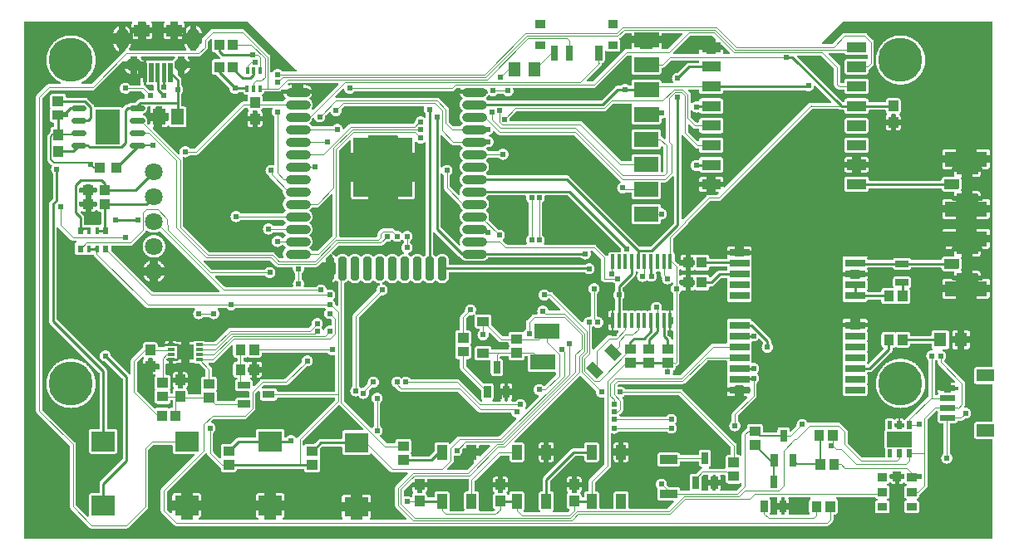
<source format=gtl>
G04 Layer: TopLayer*
G04 EasyEDA v6.1.34, Wed, 08 May 2019 08:14:30 GMT*
G04 27d5e13cb4324ff6b1947c28adf9976f,88f35c52922c4fbc8d6ac25f651a04fd,10*
G04 Gerber Generator version 0.2*
G04 Scale: 100 percent, Rotated: No, Reflected: No *
G04 Dimensions in millimeters *
G04 leading zeros omitted , absolute positions ,3 integer and 3 decimal *
%FSLAX33Y33*%
%MOMM*%
G90*
G71D02*

%ADD10C,0.254000*%
%ADD11C,0.124993*%
%ADD12C,0.154000*%
%ADD13C,0.899922*%
%ADD14C,0.599999*%
%ADD15C,0.619760*%
%ADD16R,0.701040X0.299720*%
%ADD17R,1.750060X1.630680*%
%ADD22R,2.599995X1.499997*%
%ADD29R,1.099820X1.000760*%
%ADD32R,1.300480X1.399540*%
%ADD34R,1.998980X0.800100*%
%ADD35R,4.318000X1.524000*%
%ADD42R,0.999998X1.099998*%
%ADD43R,0.299720X0.701040*%
%ADD45R,1.949958X1.050036*%
%ADD48R,0.399999X1.493520*%
%ADD52R,0.599999X0.799998*%
%ADD53R,0.399999X0.799998*%
%ADD54C,1.799996*%
%ADD55C,1.399997*%
%ADD56C,1.499997*%
%ADD57C,4.499991*%
%ADD58C,1.299997*%

%LPD*%
G36*
G01X11185Y53070D02*
G01X370Y53070D01*
G01X356Y53069D01*
G01X342Y53066D01*
G01X328Y53061D01*
G01X315Y53054D01*
G01X304Y53045D01*
G01X294Y53035D01*
G01X285Y53024D01*
G01X278Y53011D01*
G01X273Y52997D01*
G01X270Y52983D01*
G01X269Y52969D01*
G01X269Y370D01*
G01X270Y356D01*
G01X273Y342D01*
G01X278Y328D01*
G01X285Y315D01*
G01X294Y304D01*
G01X304Y294D01*
G01X315Y285D01*
G01X328Y278D01*
G01X342Y273D01*
G01X356Y270D01*
G01X370Y269D01*
G01X98816Y269D01*
G01X98830Y270D01*
G01X98844Y273D01*
G01X98858Y278D01*
G01X98871Y285D01*
G01X98882Y294D01*
G01X98892Y304D01*
G01X98901Y315D01*
G01X98908Y328D01*
G01X98913Y342D01*
G01X98916Y356D01*
G01X98917Y370D01*
G01X98917Y10368D01*
G01X98916Y10382D01*
G01X98913Y10396D01*
G01X98908Y10410D01*
G01X98901Y10423D01*
G01X98892Y10434D01*
G01X98882Y10445D01*
G01X98871Y10453D01*
G01X98858Y10460D01*
G01X98844Y10465D01*
G01X98830Y10468D01*
G01X98816Y10469D01*
G01X97259Y10469D01*
G01X97235Y10470D01*
G01X97212Y10474D01*
G01X97188Y10479D01*
G01X97166Y10487D01*
G01X97144Y10496D01*
G01X97124Y10508D01*
G01X97104Y10521D01*
G01X97086Y10536D01*
G01X97069Y10553D01*
G01X97054Y10571D01*
G01X97041Y10591D01*
G01X97029Y10612D01*
G01X97019Y10633D01*
G01X97012Y10656D01*
G01X97006Y10679D01*
G01X97003Y10702D01*
G01X97002Y10726D01*
G01X97002Y11925D01*
G01X97003Y11948D01*
G01X97006Y11972D01*
G01X97012Y11995D01*
G01X97019Y12017D01*
G01X97029Y12039D01*
G01X97041Y12060D01*
G01X97054Y12079D01*
G01X97069Y12098D01*
G01X97086Y12114D01*
G01X97104Y12130D01*
G01X97124Y12143D01*
G01X97144Y12154D01*
G01X97166Y12164D01*
G01X97188Y12172D01*
G01X97212Y12177D01*
G01X97235Y12180D01*
G01X97259Y12181D01*
G01X98816Y12181D01*
G01X98830Y12182D01*
G01X98844Y12185D01*
G01X98858Y12191D01*
G01X98871Y12197D01*
G01X98882Y12206D01*
G01X98892Y12216D01*
G01X98901Y12228D01*
G01X98908Y12241D01*
G01X98913Y12254D01*
G01X98916Y12268D01*
G01X98917Y12283D01*
G01X98917Y15968D01*
G01X98916Y15983D01*
G01X98913Y15997D01*
G01X98908Y16011D01*
G01X98901Y16023D01*
G01X98892Y16035D01*
G01X98882Y16045D01*
G01X98871Y16054D01*
G01X98858Y16061D01*
G01X98844Y16066D01*
G01X98830Y16069D01*
G01X98816Y16070D01*
G01X97259Y16070D01*
G01X97235Y16071D01*
G01X97212Y16074D01*
G01X97188Y16080D01*
G01X97166Y16087D01*
G01X97144Y16097D01*
G01X97124Y16109D01*
G01X97104Y16122D01*
G01X97086Y16137D01*
G01X97069Y16154D01*
G01X97054Y16172D01*
G01X97041Y16192D01*
G01X97029Y16212D01*
G01X97019Y16234D01*
G01X97012Y16256D01*
G01X97006Y16279D01*
G01X97003Y16303D01*
G01X97002Y16327D01*
G01X97002Y17526D01*
G01X97003Y17549D01*
G01X97006Y17573D01*
G01X97012Y17596D01*
G01X97019Y17618D01*
G01X97029Y17640D01*
G01X97041Y17661D01*
G01X97054Y17680D01*
G01X97069Y17698D01*
G01X97086Y17715D01*
G01X97104Y17730D01*
G01X97124Y17744D01*
G01X97144Y17755D01*
G01X97166Y17765D01*
G01X97188Y17772D01*
G01X97212Y17778D01*
G01X97235Y17781D01*
G01X97259Y17782D01*
G01X98816Y17782D01*
G01X98830Y17783D01*
G01X98844Y17786D01*
G01X98858Y17791D01*
G01X98871Y17798D01*
G01X98882Y17807D01*
G01X98892Y17817D01*
G01X98901Y17829D01*
G01X98908Y17841D01*
G01X98913Y17855D01*
G01X98916Y17869D01*
G01X98917Y17884D01*
G01X98917Y52969D01*
G01X98916Y52983D01*
G01X98913Y52997D01*
G01X98908Y53011D01*
G01X98901Y53024D01*
G01X98892Y53035D01*
G01X98882Y53045D01*
G01X98871Y53054D01*
G01X98858Y53061D01*
G01X98844Y53066D01*
G01X98830Y53069D01*
G01X98816Y53070D01*
G01X83719Y53070D01*
G01X83703Y53069D01*
G01X83688Y53065D01*
G01X83673Y53059D01*
G01X83659Y53051D01*
G01X83647Y53041D01*
G01X81518Y50911D01*
G01X81507Y50899D01*
G01X81499Y50885D01*
G01X81493Y50871D01*
G01X81489Y50855D01*
G01X81488Y50839D01*
G01X81489Y50825D01*
G01X81492Y50811D01*
G01X81497Y50797D01*
G01X81504Y50784D01*
G01X81513Y50773D01*
G01X81523Y50762D01*
G01X81535Y50754D01*
G01X81547Y50747D01*
G01X81561Y50742D01*
G01X81575Y50739D01*
G01X81590Y50738D01*
G01X82502Y50738D01*
G01X82518Y50739D01*
G01X82534Y50743D01*
G01X82548Y50749D01*
G01X82562Y50757D01*
G01X82574Y50767D01*
G01X83594Y51787D01*
G01X83614Y51806D01*
G01X83637Y51823D01*
G01X83660Y51838D01*
G01X83685Y51851D01*
G01X83710Y51861D01*
G01X83737Y51870D01*
G01X83764Y51876D01*
G01X83792Y51879D01*
G01X83820Y51881D01*
G01X85852Y51881D01*
G01X85879Y51879D01*
G01X85907Y51876D01*
G01X85934Y51870D01*
G01X85961Y51861D01*
G01X85986Y51851D01*
G01X86011Y51838D01*
G01X86034Y51823D01*
G01X86057Y51806D01*
G01X86077Y51787D01*
G01X86712Y51152D01*
G01X86731Y51132D01*
G01X86748Y51109D01*
G01X86763Y51086D01*
G01X86776Y51061D01*
G01X86786Y51036D01*
G01X86795Y51009D01*
G01X86801Y50982D01*
G01X86804Y50954D01*
G01X86806Y50926D01*
G01X86806Y48767D01*
G01X86804Y48740D01*
G01X86801Y48712D01*
G01X86795Y48685D01*
G01X86786Y48658D01*
G01X86776Y48633D01*
G01X86763Y48608D01*
G01X86748Y48585D01*
G01X86731Y48562D01*
G01X86712Y48542D01*
G01X86362Y48191D01*
G01X86337Y48169D01*
G01X86309Y48149D01*
G01X86298Y48140D01*
G01X86288Y48130D01*
G01X86279Y48119D01*
G01X86272Y48106D01*
G01X86267Y48092D01*
G01X86264Y48078D01*
G01X86263Y48064D01*
G01X86263Y47894D01*
G01X86262Y47870D01*
G01X86259Y47847D01*
G01X86253Y47824D01*
G01X86246Y47801D01*
G01X86236Y47779D01*
G01X86225Y47759D01*
G01X86211Y47739D01*
G01X86196Y47721D01*
G01X86179Y47704D01*
G01X86161Y47689D01*
G01X86141Y47676D01*
G01X86121Y47664D01*
G01X86099Y47655D01*
G01X86077Y47647D01*
G01X86054Y47642D01*
G01X86030Y47638D01*
G01X86006Y47637D01*
G01X84056Y47637D01*
G01X84032Y47638D01*
G01X84009Y47642D01*
G01X83986Y47647D01*
G01X83963Y47655D01*
G01X83941Y47664D01*
G01X83921Y47676D01*
G01X83901Y47689D01*
G01X83883Y47704D01*
G01X83866Y47721D01*
G01X83851Y47739D01*
G01X83838Y47759D01*
G01X83826Y47779D01*
G01X83817Y47801D01*
G01X83809Y47824D01*
G01X83804Y47847D01*
G01X83800Y47870D01*
G01X83799Y47894D01*
G01X83799Y48943D01*
G01X83800Y48966D01*
G01X83804Y48990D01*
G01X83809Y49013D01*
G01X83817Y49035D01*
G01X83826Y49057D01*
G01X83838Y49078D01*
G01X83851Y49097D01*
G01X83866Y49116D01*
G01X83883Y49132D01*
G01X83901Y49147D01*
G01X83921Y49161D01*
G01X83941Y49172D01*
G01X83963Y49182D01*
G01X83986Y49190D01*
G01X84009Y49195D01*
G01X84032Y49198D01*
G01X84056Y49199D01*
G01X86006Y49199D01*
G01X86049Y49196D01*
G01X86066Y49194D01*
G01X86080Y49195D01*
G01X86094Y49198D01*
G01X86108Y49204D01*
G01X86121Y49210D01*
G01X86132Y49219D01*
G01X86143Y49229D01*
G01X86151Y49241D01*
G01X86158Y49254D01*
G01X86163Y49267D01*
G01X86166Y49281D01*
G01X86167Y49296D01*
G01X86167Y49540D01*
G01X86166Y49554D01*
G01X86163Y49568D01*
G01X86158Y49582D01*
G01X86151Y49594D01*
G01X86143Y49606D01*
G01X86132Y49616D01*
G01X86121Y49625D01*
G01X86108Y49632D01*
G01X86094Y49637D01*
G01X86080Y49640D01*
G01X86066Y49641D01*
G01X86049Y49640D01*
G01X86006Y49636D01*
G01X84056Y49636D01*
G01X84031Y49637D01*
G01X84007Y49641D01*
G01X83983Y49647D01*
G01X83960Y49655D01*
G01X83938Y49665D01*
G01X83917Y49677D01*
G01X83897Y49691D01*
G01X83879Y49707D01*
G01X83862Y49725D01*
G01X83847Y49744D01*
G01X83834Y49764D01*
G01X83822Y49786D01*
G01X83815Y49799D01*
G01X83807Y49810D01*
G01X83797Y49821D01*
G01X83785Y49829D01*
G01X83772Y49836D01*
G01X83759Y49841D01*
G01X83744Y49844D01*
G01X83730Y49845D01*
G01X82295Y49845D01*
G01X82281Y49844D01*
G01X82266Y49841D01*
G01X82253Y49836D01*
G01X82240Y49829D01*
G01X82228Y49821D01*
G01X82218Y49810D01*
G01X82210Y49799D01*
G01X82203Y49786D01*
G01X82198Y49772D01*
G01X82194Y49758D01*
G01X82193Y49744D01*
G01X82195Y49728D01*
G01X82198Y49712D01*
G01X82204Y49698D01*
G01X82213Y49684D01*
G01X82223Y49672D01*
G01X83283Y48612D01*
G01X83302Y48592D01*
G01X83319Y48569D01*
G01X83334Y48546D01*
G01X83347Y48521D01*
G01X83357Y48496D01*
G01X83366Y48469D01*
G01X83372Y48442D01*
G01X83375Y48414D01*
G01X83377Y48386D01*
G01X83377Y46839D01*
G01X83378Y46824D01*
G01X83381Y46810D01*
G01X83386Y46796D01*
G01X83393Y46784D01*
G01X83401Y46772D01*
G01X83412Y46762D01*
G01X83423Y46753D01*
G01X83436Y46746D01*
G01X83450Y46741D01*
G01X83464Y46738D01*
G01X83478Y46737D01*
G01X83698Y46737D01*
G01X83712Y46738D01*
G01X83726Y46741D01*
G01X83740Y46746D01*
G01X83753Y46753D01*
G01X83764Y46762D01*
G01X83774Y46772D01*
G01X83783Y46784D01*
G01X83790Y46796D01*
G01X83795Y46810D01*
G01X83798Y46824D01*
G01X83799Y46839D01*
G01X83799Y46944D01*
G01X83800Y46967D01*
G01X83804Y46991D01*
G01X83809Y47014D01*
G01X83817Y47036D01*
G01X83826Y47058D01*
G01X83838Y47079D01*
G01X83851Y47098D01*
G01X83866Y47117D01*
G01X83883Y47133D01*
G01X83901Y47149D01*
G01X83921Y47162D01*
G01X83941Y47173D01*
G01X83963Y47183D01*
G01X83986Y47191D01*
G01X84009Y47196D01*
G01X84032Y47199D01*
G01X84056Y47200D01*
G01X86006Y47200D01*
G01X86030Y47199D01*
G01X86054Y47196D01*
G01X86077Y47191D01*
G01X86099Y47183D01*
G01X86121Y47173D01*
G01X86141Y47162D01*
G01X86161Y47149D01*
G01X86179Y47133D01*
G01X86196Y47117D01*
G01X86211Y47098D01*
G01X86225Y47079D01*
G01X86236Y47058D01*
G01X86246Y47036D01*
G01X86253Y47014D01*
G01X86259Y46991D01*
G01X86262Y46967D01*
G01X86263Y46944D01*
G01X86263Y45892D01*
G01X86262Y45869D01*
G01X86259Y45845D01*
G01X86253Y45822D01*
G01X86246Y45800D01*
G01X86236Y45778D01*
G01X86225Y45757D01*
G01X86211Y45738D01*
G01X86196Y45719D01*
G01X86179Y45703D01*
G01X86161Y45687D01*
G01X86141Y45674D01*
G01X86121Y45663D01*
G01X86099Y45653D01*
G01X86077Y45645D01*
G01X86054Y45640D01*
G01X86030Y45637D01*
G01X86006Y45636D01*
G01X84056Y45636D01*
G01X84032Y45637D01*
G01X84009Y45640D01*
G01X83986Y45645D01*
G01X83963Y45653D01*
G01X83941Y45663D01*
G01X83921Y45674D01*
G01X83901Y45687D01*
G01X83883Y45703D01*
G01X83866Y45719D01*
G01X83851Y45738D01*
G01X83838Y45757D01*
G01X83826Y45778D01*
G01X83817Y45800D01*
G01X83809Y45822D01*
G01X83804Y45845D01*
G01X83800Y45869D01*
G01X83799Y45892D01*
G01X83799Y45997D01*
G01X83798Y46012D01*
G01X83795Y46026D01*
G01X83790Y46040D01*
G01X83783Y46052D01*
G01X83774Y46064D01*
G01X83764Y46074D01*
G01X83753Y46083D01*
G01X83740Y46090D01*
G01X83726Y46095D01*
G01X83712Y46098D01*
G01X83698Y46099D01*
G01X83261Y46099D01*
G01X83233Y46100D01*
G01X83205Y46104D01*
G01X83178Y46110D01*
G01X83152Y46118D01*
G01X83126Y46129D01*
G01X83101Y46142D01*
G01X83078Y46157D01*
G01X83056Y46174D01*
G01X83035Y46192D01*
G01X82832Y46396D01*
G01X82813Y46416D01*
G01X82796Y46438D01*
G01X82781Y46462D01*
G01X82768Y46486D01*
G01X82758Y46512D01*
G01X82749Y46539D01*
G01X82743Y46566D01*
G01X82740Y46593D01*
G01X82738Y46621D01*
G01X82738Y48212D01*
G01X82737Y48228D01*
G01X82733Y48244D01*
G01X82727Y48258D01*
G01X82719Y48272D01*
G01X82709Y48284D01*
G01X81431Y49562D01*
G01X81419Y49572D01*
G01X81405Y49580D01*
G01X81391Y49586D01*
G01X81375Y49590D01*
G01X81359Y49591D01*
G01X79084Y49591D01*
G01X79070Y49590D01*
G01X79056Y49587D01*
G01X79042Y49582D01*
G01X79029Y49575D01*
G01X79018Y49567D01*
G01X79007Y49556D01*
G01X78999Y49545D01*
G01X78992Y49532D01*
G01X78987Y49518D01*
G01X78984Y49504D01*
G01X78983Y49490D01*
G01X78984Y49474D01*
G01X78988Y49458D01*
G01X78994Y49444D01*
G01X79002Y49430D01*
G01X79012Y49418D01*
G01X83599Y44832D01*
G01X83611Y44821D01*
G01X83624Y44813D01*
G01X83639Y44807D01*
G01X83655Y44803D01*
G01X83670Y44802D01*
G01X83698Y44802D01*
G01X83712Y44803D01*
G01X83726Y44806D01*
G01X83740Y44811D01*
G01X83753Y44818D01*
G01X83764Y44827D01*
G01X83774Y44837D01*
G01X83783Y44849D01*
G01X83790Y44861D01*
G01X83795Y44875D01*
G01X83798Y44889D01*
G01X83799Y44904D01*
G01X83799Y44942D01*
G01X83800Y44966D01*
G01X83804Y44989D01*
G01X83809Y45012D01*
G01X83817Y45035D01*
G01X83826Y45057D01*
G01X83838Y45077D01*
G01X83851Y45097D01*
G01X83866Y45115D01*
G01X83883Y45132D01*
G01X83901Y45147D01*
G01X83921Y45160D01*
G01X83941Y45172D01*
G01X83963Y45181D01*
G01X83986Y45189D01*
G01X84009Y45194D01*
G01X84032Y45198D01*
G01X84056Y45199D01*
G01X86006Y45199D01*
G01X86030Y45198D01*
G01X86054Y45194D01*
G01X86077Y45189D01*
G01X86099Y45181D01*
G01X86121Y45172D01*
G01X86141Y45160D01*
G01X86161Y45147D01*
G01X86179Y45132D01*
G01X86196Y45115D01*
G01X86211Y45097D01*
G01X86225Y45077D01*
G01X86236Y45057D01*
G01X86246Y45035D01*
G01X86253Y45012D01*
G01X86259Y44989D01*
G01X86262Y44966D01*
G01X86263Y44942D01*
G01X86263Y44884D01*
G01X86264Y44869D01*
G01X86267Y44855D01*
G01X86272Y44842D01*
G01X86279Y44829D01*
G01X86288Y44817D01*
G01X86298Y44807D01*
G01X86310Y44798D01*
G01X86322Y44791D01*
G01X86336Y44786D01*
G01X86350Y44783D01*
G01X86365Y44782D01*
G01X87914Y44782D01*
G01X87928Y44783D01*
G01X87943Y44786D01*
G01X87956Y44791D01*
G01X87969Y44798D01*
G01X87981Y44807D01*
G01X87991Y44817D01*
G01X87999Y44829D01*
G01X88006Y44842D01*
G01X88011Y44855D01*
G01X88015Y44869D01*
G01X88016Y44884D01*
G01X88016Y44950D01*
G01X88017Y44974D01*
G01X88020Y44997D01*
G01X88025Y45020D01*
G01X88033Y45043D01*
G01X88042Y45064D01*
G01X88054Y45085D01*
G01X88067Y45104D01*
G01X88083Y45123D01*
G01X88099Y45139D01*
G01X88118Y45155D01*
G01X88137Y45168D01*
G01X88158Y45180D01*
G01X88179Y45189D01*
G01X88202Y45197D01*
G01X88225Y45202D01*
G01X88248Y45205D01*
G01X88272Y45206D01*
G01X89273Y45206D01*
G01X89297Y45205D01*
G01X89320Y45202D01*
G01X89343Y45197D01*
G01X89366Y45189D01*
G01X89387Y45180D01*
G01X89408Y45168D01*
G01X89427Y45155D01*
G01X89446Y45139D01*
G01X89462Y45123D01*
G01X89478Y45104D01*
G01X89491Y45085D01*
G01X89503Y45064D01*
G01X89512Y45043D01*
G01X89520Y45020D01*
G01X89525Y44997D01*
G01X89528Y44974D01*
G01X89529Y44950D01*
G01X89529Y43850D01*
G01X89528Y43826D01*
G01X89525Y43802D01*
G01X89519Y43779D01*
G01X89512Y43756D01*
G01X89502Y43734D01*
G01X89490Y43713D01*
G01X89476Y43694D01*
G01X89461Y43675D01*
G01X89444Y43659D01*
G01X89425Y43644D01*
G01X89413Y43633D01*
G01X89403Y43621D01*
G01X89395Y43608D01*
G01X89389Y43593D01*
G01X89385Y43578D01*
G01X89384Y43562D01*
G01X89385Y43546D01*
G01X89389Y43531D01*
G01X89395Y43516D01*
G01X89403Y43502D01*
G01X89413Y43490D01*
G01X89425Y43480D01*
G01X89444Y43465D01*
G01X89461Y43448D01*
G01X89476Y43430D01*
G01X89490Y43410D01*
G01X89502Y43389D01*
G01X89512Y43367D01*
G01X89519Y43345D01*
G01X89525Y43321D01*
G01X89528Y43297D01*
G01X89529Y43273D01*
G01X89529Y42999D01*
G01X89023Y42999D01*
G01X89023Y43492D01*
G01X89022Y43506D01*
G01X89019Y43521D01*
G01X89014Y43534D01*
G01X89007Y43547D01*
G01X88998Y43558D01*
G01X88988Y43569D01*
G01X88976Y43577D01*
G01X88963Y43584D01*
G01X88950Y43589D01*
G01X88936Y43592D01*
G01X88921Y43594D01*
G01X88624Y43594D01*
G01X88609Y43592D01*
G01X88595Y43589D01*
G01X88582Y43584D01*
G01X88569Y43577D01*
G01X88557Y43569D01*
G01X88547Y43558D01*
G01X88538Y43547D01*
G01X88531Y43534D01*
G01X88526Y43521D01*
G01X88523Y43506D01*
G01X88522Y43492D01*
G01X88522Y42999D01*
G01X88016Y42999D01*
G01X88016Y43273D01*
G01X88017Y43297D01*
G01X88020Y43321D01*
G01X88026Y43345D01*
G01X88033Y43367D01*
G01X88043Y43389D01*
G01X88055Y43410D01*
G01X88069Y43430D01*
G01X88084Y43448D01*
G01X88101Y43465D01*
G01X88120Y43480D01*
G01X88132Y43490D01*
G01X88142Y43502D01*
G01X88150Y43516D01*
G01X88156Y43531D01*
G01X88160Y43546D01*
G01X88161Y43562D01*
G01X88160Y43578D01*
G01X88156Y43593D01*
G01X88150Y43608D01*
G01X88142Y43621D01*
G01X88132Y43633D01*
G01X88120Y43644D01*
G01X88101Y43659D01*
G01X88084Y43675D01*
G01X88069Y43694D01*
G01X88055Y43713D01*
G01X88043Y43734D01*
G01X88033Y43756D01*
G01X88026Y43779D01*
G01X88020Y43802D01*
G01X88017Y43826D01*
G01X88016Y43850D01*
G01X88016Y43914D01*
G01X88015Y43928D01*
G01X88011Y43942D01*
G01X88006Y43956D01*
G01X87999Y43968D01*
G01X87991Y43980D01*
G01X87981Y43990D01*
G01X87969Y43999D01*
G01X87956Y44006D01*
G01X87943Y44011D01*
G01X87928Y44014D01*
G01X87914Y44015D01*
G01X86365Y44015D01*
G01X86350Y44014D01*
G01X86336Y44011D01*
G01X86322Y44006D01*
G01X86310Y43999D01*
G01X86298Y43990D01*
G01X86288Y43980D01*
G01X86279Y43968D01*
G01X86272Y43956D01*
G01X86267Y43942D01*
G01X86264Y43928D01*
G01X86263Y43914D01*
G01X86263Y43893D01*
G01X86262Y43870D01*
G01X86259Y43846D01*
G01X86253Y43823D01*
G01X86246Y43801D01*
G01X86236Y43779D01*
G01X86225Y43758D01*
G01X86211Y43739D01*
G01X86196Y43720D01*
G01X86179Y43704D01*
G01X86161Y43689D01*
G01X86141Y43675D01*
G01X86121Y43664D01*
G01X86099Y43654D01*
G01X86077Y43646D01*
G01X86054Y43641D01*
G01X86030Y43638D01*
G01X86006Y43637D01*
G01X84056Y43637D01*
G01X84032Y43638D01*
G01X84009Y43641D01*
G01X83986Y43646D01*
G01X83963Y43654D01*
G01X83941Y43664D01*
G01X83921Y43675D01*
G01X83901Y43689D01*
G01X83883Y43704D01*
G01X83866Y43720D01*
G01X83851Y43739D01*
G01X83838Y43758D01*
G01X83826Y43779D01*
G01X83817Y43801D01*
G01X83809Y43823D01*
G01X83804Y43846D01*
G01X83800Y43870D01*
G01X83799Y43893D01*
G01X83799Y43933D01*
G01X83798Y43948D01*
G01X83795Y43962D01*
G01X83790Y43976D01*
G01X83783Y43988D01*
G01X83774Y44000D01*
G01X83764Y44010D01*
G01X83753Y44019D01*
G01X83740Y44026D01*
G01X83726Y44031D01*
G01X83712Y44034D01*
G01X83698Y44035D01*
G01X83470Y44035D01*
G01X83441Y44036D01*
G01X83413Y44039D01*
G01X83385Y44044D01*
G01X83358Y44052D01*
G01X83331Y44061D01*
G01X83305Y44072D01*
G01X83279Y44085D01*
G01X83264Y44093D01*
G01X83247Y44097D01*
G01X83229Y44099D01*
G01X80533Y44099D01*
G01X80517Y44097D01*
G01X80502Y44094D01*
G01X80487Y44088D01*
G01X80473Y44079D01*
G01X80461Y44069D01*
G01X71218Y34826D01*
G01X71198Y34807D01*
G01X71175Y34790D01*
G01X71152Y34775D01*
G01X71127Y34762D01*
G01X71102Y34752D01*
G01X71075Y34743D01*
G01X71048Y34737D01*
G01X71020Y34734D01*
G01X70993Y34732D01*
G01X70151Y34732D01*
G01X70135Y34731D01*
G01X70119Y34727D01*
G01X70105Y34721D01*
G01X70091Y34713D01*
G01X70079Y34703D01*
G01X67909Y32533D01*
G01X67898Y32520D01*
G01X67890Y32506D01*
G01X67884Y32490D01*
G01X67880Y32473D01*
G01X67876Y32447D01*
G01X67870Y32421D01*
G01X67861Y32396D01*
G01X67850Y32372D01*
G01X67838Y32349D01*
G01X67823Y32326D01*
G01X67807Y32305D01*
G01X67789Y32286D01*
G01X66392Y30889D01*
G01X66381Y30877D01*
G01X66373Y30863D01*
G01X66367Y30848D01*
G01X66363Y30833D01*
G01X66362Y30817D01*
G01X66362Y29557D01*
G01X66363Y29542D01*
G01X66367Y29527D01*
G01X66372Y29513D01*
G01X66380Y29500D01*
G01X66390Y29488D01*
G01X66401Y29477D01*
G01X66419Y29462D01*
G01X66435Y29446D01*
G01X66449Y29428D01*
G01X66462Y29408D01*
G01X66473Y29388D01*
G01X66483Y29366D01*
G01X66490Y29344D01*
G01X66495Y29322D01*
G01X66498Y29299D01*
G01X66499Y29276D01*
G01X66499Y28735D01*
G01X66500Y28719D01*
G01X66504Y28704D01*
G01X66510Y28689D01*
G01X66519Y28675D01*
G01X66529Y28663D01*
G01X66900Y28292D01*
G01X66920Y28270D01*
G01X66938Y28246D01*
G01X66952Y28224D01*
G01X66961Y28211D01*
G01X66971Y28199D01*
G01X66983Y28190D01*
G01X66996Y28182D01*
G01X67010Y28177D01*
G01X67025Y28173D01*
G01X67041Y28172D01*
G01X67630Y28172D01*
G01X67630Y27640D01*
G01X67381Y27640D01*
G01X67357Y27641D01*
G01X67334Y27644D01*
G01X67311Y27650D01*
G01X67288Y27657D01*
G01X67266Y27667D01*
G01X67246Y27678D01*
G01X67226Y27691D01*
G01X67208Y27707D01*
G01X67191Y27723D01*
G01X67166Y27753D01*
G01X67154Y27763D01*
G01X67140Y27771D01*
G01X67126Y27777D01*
G01X67111Y27780D01*
G01X67095Y27782D01*
G01X67081Y27781D01*
G01X67067Y27778D01*
G01X67053Y27772D01*
G01X67040Y27766D01*
G01X67029Y27757D01*
G01X67018Y27747D01*
G01X67010Y27735D01*
G01X67003Y27722D01*
G01X66998Y27709D01*
G01X66995Y27695D01*
G01X66994Y27680D01*
G01X66994Y27183D01*
G01X66995Y27168D01*
G01X66998Y27154D01*
G01X67003Y27141D01*
G01X67010Y27128D01*
G01X67018Y27116D01*
G01X67029Y27106D01*
G01X67040Y27097D01*
G01X67053Y27091D01*
G01X67067Y27085D01*
G01X67081Y27082D01*
G01X67095Y27081D01*
G01X67111Y27083D01*
G01X67126Y27086D01*
G01X67140Y27092D01*
G01X67154Y27100D01*
G01X67166Y27110D01*
G01X67191Y27140D01*
G01X67208Y27156D01*
G01X67226Y27172D01*
G01X67246Y27185D01*
G01X67266Y27196D01*
G01X67288Y27206D01*
G01X67311Y27213D01*
G01X67334Y27219D01*
G01X67357Y27222D01*
G01X67381Y27223D01*
G01X67630Y27223D01*
G01X67630Y26691D01*
G01X67095Y26691D01*
G01X67081Y26690D01*
G01X67067Y26687D01*
G01X67053Y26682D01*
G01X67040Y26675D01*
G01X67029Y26666D01*
G01X67018Y26656D01*
G01X67010Y26644D01*
G01X67003Y26632D01*
G01X66998Y26618D01*
G01X66995Y26604D01*
G01X66994Y26589D01*
G01X66994Y26299D01*
G01X66995Y26284D01*
G01X66998Y26270D01*
G01X67003Y26256D01*
G01X67011Y26243D01*
G01X67020Y26231D01*
G01X67031Y26221D01*
G01X67059Y26197D01*
G01X67084Y26171D01*
G01X67097Y26160D01*
G01X67111Y26152D01*
G01X67126Y26145D01*
G01X67142Y26141D01*
G01X67158Y26140D01*
G01X67630Y26140D01*
G01X67630Y25608D01*
G01X67381Y25608D01*
G01X67347Y25610D01*
G01X67315Y25616D01*
G01X67289Y25620D01*
G01X67274Y25619D01*
G01X67260Y25615D01*
G01X67246Y25610D01*
G01X67233Y25603D01*
G01X67221Y25594D01*
G01X67211Y25583D01*
G01X67202Y25571D01*
G01X67195Y25558D01*
G01X67181Y25527D01*
G01X67165Y25497D01*
G01X67146Y25467D01*
G01X67127Y25439D01*
G01X67105Y25412D01*
G01X67082Y25387D01*
G01X67057Y25363D01*
G01X67031Y25340D01*
G01X67020Y25330D01*
G01X67011Y25318D01*
G01X67003Y25305D01*
G01X66998Y25291D01*
G01X66995Y25277D01*
G01X66994Y25262D01*
G01X66994Y18287D01*
G01X66992Y18260D01*
G01X66989Y18232D01*
G01X66983Y18205D01*
G01X66974Y18178D01*
G01X66964Y18153D01*
G01X66951Y18128D01*
G01X66936Y18105D01*
G01X66919Y18082D01*
G01X66900Y18062D01*
G01X66773Y17935D01*
G01X66753Y17916D01*
G01X66731Y17900D01*
G01X66708Y17885D01*
G01X66684Y17872D01*
G01X66659Y17862D01*
G01X66645Y17855D01*
G01X66632Y17847D01*
G01X66621Y17836D01*
G01X66611Y17824D01*
G01X66604Y17811D01*
G01X66598Y17797D01*
G01X66594Y17782D01*
G01X66593Y17767D01*
G01X66593Y17724D01*
G01X66592Y17700D01*
G01X66589Y17677D01*
G01X66584Y17655D01*
G01X66577Y17633D01*
G01X66567Y17612D01*
G01X66556Y17591D01*
G01X66544Y17572D01*
G01X66529Y17554D01*
G01X66513Y17537D01*
G01X66495Y17522D01*
G01X66477Y17509D01*
G01X66457Y17497D01*
G01X66436Y17487D01*
G01X66414Y17479D01*
G01X66399Y17473D01*
G01X66385Y17465D01*
G01X66373Y17454D01*
G01X66362Y17442D01*
G01X66354Y17428D01*
G01X66348Y17414D01*
G01X66344Y17398D01*
G01X66343Y17382D01*
G01X66344Y17365D01*
G01X66350Y17319D01*
G01X66352Y17271D01*
G01X66351Y17235D01*
G01X66347Y17198D01*
G01X66341Y17161D01*
G01X66333Y17125D01*
G01X66322Y17090D01*
G01X66318Y17074D01*
G01X66317Y17057D01*
G01X66318Y17043D01*
G01X66321Y17029D01*
G01X66326Y17015D01*
G01X66333Y17002D01*
G01X66341Y16991D01*
G01X66352Y16980D01*
G01X66363Y16972D01*
G01X66376Y16965D01*
G01X66390Y16960D01*
G01X66404Y16957D01*
G01X66418Y16956D01*
G01X67008Y16956D01*
G01X67024Y16957D01*
G01X67040Y16961D01*
G01X67054Y16967D01*
G01X67068Y16975D01*
G01X67080Y16985D01*
G01X70184Y20089D01*
G01X70205Y20108D01*
G01X70227Y20125D01*
G01X70250Y20140D01*
G01X70275Y20153D01*
G01X70300Y20163D01*
G01X70327Y20172D01*
G01X70354Y20178D01*
G01X70382Y20181D01*
G01X70410Y20183D01*
G01X71742Y20183D01*
G01X71758Y20184D01*
G01X71773Y20187D01*
G01X71787Y20193D01*
G01X71800Y20201D01*
G01X71812Y20210D01*
G01X71822Y20222D01*
G01X71831Y20234D01*
G01X71837Y20248D01*
G01X71842Y20263D01*
G01X71844Y20278D01*
G01X71846Y20302D01*
G01X71851Y20324D01*
G01X71857Y20347D01*
G01X71866Y20368D01*
G01X71872Y20388D01*
G01X71875Y20410D01*
G01X71872Y20431D01*
G01X71866Y20451D01*
G01X71856Y20476D01*
G01X71849Y20502D01*
G01X71845Y20529D01*
G01X71843Y20556D01*
G01X71843Y21356D01*
G01X71844Y21379D01*
G01X71848Y21403D01*
G01X71853Y21426D01*
G01X71861Y21448D01*
G01X71870Y21470D01*
G01X71876Y21484D01*
G01X71879Y21499D01*
G01X71881Y21515D01*
G01X71879Y21530D01*
G01X71876Y21545D01*
G01X71870Y21560D01*
G01X71861Y21581D01*
G01X71853Y21604D01*
G01X71848Y21626D01*
G01X71844Y21650D01*
G01X71843Y21673D01*
G01X71843Y22473D01*
G01X71844Y22497D01*
G01X71848Y22521D01*
G01X71853Y22544D01*
G01X71861Y22566D01*
G01X71870Y22588D01*
G01X71882Y22608D01*
G01X71895Y22628D01*
G01X71910Y22646D01*
G01X71927Y22663D01*
G01X71945Y22678D01*
G01X71965Y22692D01*
G01X71986Y22703D01*
G01X72007Y22713D01*
G01X72030Y22720D01*
G01X72053Y22726D01*
G01X72076Y22729D01*
G01X72100Y22730D01*
G01X74099Y22730D01*
G01X74123Y22729D01*
G01X74146Y22726D01*
G01X74169Y22720D01*
G01X74192Y22713D01*
G01X74213Y22703D01*
G01X74234Y22692D01*
G01X74254Y22678D01*
G01X74272Y22663D01*
G01X74289Y22646D01*
G01X74304Y22628D01*
G01X74317Y22608D01*
G01X74329Y22588D01*
G01X74338Y22566D01*
G01X74346Y22544D01*
G01X74351Y22521D01*
G01X74355Y22505D01*
G01X74362Y22490D01*
G01X74371Y22477D01*
G01X74382Y22465D01*
G01X74394Y22455D01*
G01X74408Y22447D01*
G01X74424Y22441D01*
G01X74450Y22433D01*
G01X74476Y22422D01*
G01X74501Y22410D01*
G01X74526Y22396D01*
G01X74549Y22380D01*
G01X74571Y22362D01*
G01X74591Y22343D01*
G01X76217Y20718D01*
G01X76237Y20696D01*
G01X76256Y20672D01*
G01X76273Y20647D01*
G01X76287Y20621D01*
G01X76300Y20593D01*
G01X76310Y20565D01*
G01X76318Y20536D01*
G01X76324Y20506D01*
G01X76328Y20477D01*
G01X76329Y20446D01*
G01X76329Y20271D01*
G01X76330Y20255D01*
G01X76334Y20240D01*
G01X76339Y20226D01*
G01X76347Y20213D01*
G01X76357Y20201D01*
G01X76381Y20174D01*
G01X76403Y20146D01*
G01X76423Y20116D01*
G01X76441Y20086D01*
G01X76457Y20054D01*
G01X76472Y20021D01*
G01X76484Y19987D01*
G01X76494Y19953D01*
G01X76502Y19918D01*
G01X76507Y19883D01*
G01X76511Y19847D01*
G01X76512Y19812D01*
G01X76511Y19777D01*
G01X76508Y19743D01*
G01X76503Y19709D01*
G01X76495Y19676D01*
G01X76486Y19643D01*
G01X76475Y19611D01*
G01X76462Y19579D01*
G01X76447Y19548D01*
G01X76430Y19518D01*
G01X76412Y19490D01*
G01X76391Y19462D01*
G01X76369Y19436D01*
G01X76346Y19411D01*
G01X76321Y19388D01*
G01X76295Y19366D01*
G01X76267Y19345D01*
G01X76239Y19327D01*
G01X76209Y19310D01*
G01X76178Y19295D01*
G01X76146Y19282D01*
G01X76114Y19271D01*
G01X76081Y19262D01*
G01X76048Y19254D01*
G01X76014Y19249D01*
G01X75980Y19246D01*
G01X75946Y19245D01*
G01X75911Y19246D01*
G01X75877Y19249D01*
G01X75843Y19254D01*
G01X75810Y19262D01*
G01X75777Y19271D01*
G01X75745Y19282D01*
G01X75713Y19295D01*
G01X75682Y19310D01*
G01X75652Y19327D01*
G01X75624Y19345D01*
G01X75596Y19366D01*
G01X75570Y19388D01*
G01X75545Y19411D01*
G01X75522Y19436D01*
G01X75500Y19462D01*
G01X75479Y19490D01*
G01X75461Y19518D01*
G01X75444Y19548D01*
G01X75429Y19579D01*
G01X75416Y19611D01*
G01X75405Y19643D01*
G01X75396Y19676D01*
G01X75388Y19709D01*
G01X75383Y19743D01*
G01X75380Y19777D01*
G01X75379Y19812D01*
G01X75380Y19846D01*
G01X75383Y19880D01*
G01X75389Y19914D01*
G01X75396Y19948D01*
G01X75405Y19981D01*
G01X75417Y20014D01*
G01X75430Y20046D01*
G01X75445Y20077D01*
G01X75462Y20107D01*
G01X75481Y20136D01*
G01X75502Y20163D01*
G01X75524Y20190D01*
G01X75533Y20202D01*
G01X75540Y20214D01*
G01X75546Y20228D01*
G01X75549Y20243D01*
G01X75550Y20258D01*
G01X75549Y20274D01*
G01X75545Y20289D01*
G01X75539Y20304D01*
G01X75530Y20317D01*
G01X75520Y20329D01*
G01X75183Y20666D01*
G01X75171Y20677D01*
G01X75157Y20685D01*
G01X75143Y20691D01*
G01X75127Y20695D01*
G01X75111Y20696D01*
G01X75097Y20695D01*
G01X75083Y20692D01*
G01X75069Y20687D01*
G01X75056Y20680D01*
G01X75045Y20671D01*
G01X75034Y20661D01*
G01X75026Y20649D01*
G01X75006Y20620D01*
G01X74984Y20592D01*
G01X74960Y20566D01*
G01X74935Y20541D01*
G01X74909Y20517D01*
G01X74880Y20496D01*
G01X74851Y20476D01*
G01X74821Y20458D01*
G01X74789Y20442D01*
G01X74756Y20428D01*
G01X74723Y20416D01*
G01X74689Y20406D01*
G01X74654Y20398D01*
G01X74619Y20393D01*
G01X74584Y20389D01*
G01X74549Y20388D01*
G01X74509Y20389D01*
G01X74470Y20394D01*
G01X74456Y20395D01*
G01X74441Y20393D01*
G01X74427Y20390D01*
G01X74414Y20385D01*
G01X74401Y20378D01*
G01X74389Y20370D01*
G01X74379Y20359D01*
G01X74370Y20348D01*
G01X74363Y20335D01*
G01X74358Y20322D01*
G01X74355Y20307D01*
G01X74354Y20293D01*
G01X74355Y20285D01*
G01X74355Y19464D01*
G01X74354Y19437D01*
G01X74350Y19410D01*
G01X74343Y19384D01*
G01X74333Y19359D01*
G01X74327Y19339D01*
G01X74324Y19317D01*
G01X74327Y19296D01*
G01X74333Y19276D01*
G01X74343Y19251D01*
G01X74350Y19225D01*
G01X74354Y19198D01*
G01X74355Y19171D01*
G01X74355Y18371D01*
G01X74352Y18330D01*
G01X74351Y18314D01*
G01X74352Y18299D01*
G01X74355Y18285D01*
G01X74360Y18271D01*
G01X74367Y18259D01*
G01X74376Y18247D01*
G01X74386Y18237D01*
G01X74397Y18228D01*
G01X74410Y18221D01*
G01X74424Y18216D01*
G01X74438Y18213D01*
G01X74452Y18212D01*
G01X74467Y18213D01*
G01X74508Y18217D01*
G01X74549Y18219D01*
G01X74583Y18218D01*
G01X74617Y18215D01*
G01X74651Y18210D01*
G01X74684Y18202D01*
G01X74717Y18193D01*
G01X74749Y18182D01*
G01X74781Y18169D01*
G01X74812Y18154D01*
G01X74842Y18137D01*
G01X74870Y18119D01*
G01X74898Y18098D01*
G01X74924Y18076D01*
G01X74949Y18053D01*
G01X74972Y18028D01*
G01X74994Y18002D01*
G01X75015Y17974D01*
G01X75033Y17946D01*
G01X75050Y17916D01*
G01X75065Y17885D01*
G01X75078Y17853D01*
G01X75089Y17821D01*
G01X75098Y17788D01*
G01X75106Y17755D01*
G01X75111Y17721D01*
G01X75114Y17687D01*
G01X75115Y17653D01*
G01X75114Y17618D01*
G01X75111Y17583D01*
G01X75105Y17548D01*
G01X75098Y17514D01*
G01X75088Y17480D01*
G01X75077Y17448D01*
G01X75063Y17415D01*
G01X75047Y17384D01*
G01X75030Y17354D01*
G01X75010Y17325D01*
G01X74989Y17297D01*
G01X74967Y17270D01*
G01X74942Y17245D01*
G01X74916Y17222D01*
G01X74906Y17211D01*
G01X74897Y17200D01*
G01X74890Y17187D01*
G01X74885Y17173D01*
G01X74882Y17159D01*
G01X74881Y17144D01*
G01X74882Y17130D01*
G01X74885Y17116D01*
G01X74890Y17102D01*
G01X74897Y17089D01*
G01X74906Y17078D01*
G01X74916Y17067D01*
G01X74942Y17044D01*
G01X74967Y17019D01*
G01X74989Y16992D01*
G01X75010Y16964D01*
G01X75030Y16935D01*
G01X75047Y16905D01*
G01X75063Y16874D01*
G01X75077Y16841D01*
G01X75088Y16809D01*
G01X75098Y16775D01*
G01X75105Y16741D01*
G01X75111Y16706D01*
G01X75114Y16671D01*
G01X75115Y16637D01*
G01X75114Y16601D01*
G01X75110Y16565D01*
G01X75105Y16529D01*
G01X75097Y16494D01*
G01X75087Y16460D01*
G01X75074Y16426D01*
G01X75060Y16393D01*
G01X75043Y16361D01*
G01X75025Y16330D01*
G01X75004Y16300D01*
G01X74982Y16272D01*
G01X74958Y16245D01*
G01X74932Y16220D01*
G01X74905Y16196D01*
G01X74894Y16186D01*
G01X74885Y16174D01*
G01X74877Y16161D01*
G01X74872Y16147D01*
G01X74869Y16133D01*
G01X74868Y16118D01*
G01X74868Y14858D01*
G01X74866Y14831D01*
G01X74863Y14803D01*
G01X74857Y14776D01*
G01X74848Y14749D01*
G01X74838Y14724D01*
G01X74825Y14699D01*
G01X74810Y14676D01*
G01X74793Y14653D01*
G01X74774Y14633D01*
G01X72992Y12851D01*
G01X72982Y12839D01*
G01X72974Y12825D01*
G01X72968Y12811D01*
G01X72964Y12795D01*
G01X72963Y12779D01*
G01X72963Y12329D01*
G01X72964Y12314D01*
G01X72967Y12300D01*
G01X72972Y12286D01*
G01X72980Y12273D01*
G01X72989Y12261D01*
G01X73000Y12251D01*
G01X73027Y12227D01*
G01X73053Y12202D01*
G01X73077Y12175D01*
G01X73099Y12147D01*
G01X73120Y12117D01*
G01X73138Y12086D01*
G01X73155Y12054D01*
G01X73169Y12021D01*
G01X73182Y11987D01*
G01X73192Y11953D01*
G01X73200Y11918D01*
G01X73205Y11882D01*
G01X73209Y11846D01*
G01X73210Y11810D01*
G01X73209Y11776D01*
G01X73206Y11742D01*
G01X73201Y11708D01*
G01X73193Y11675D01*
G01X73184Y11642D01*
G01X73173Y11610D01*
G01X73160Y11578D01*
G01X73145Y11547D01*
G01X73128Y11517D01*
G01X73110Y11489D01*
G01X73089Y11461D01*
G01X73067Y11435D01*
G01X73044Y11410D01*
G01X73019Y11387D01*
G01X72993Y11365D01*
G01X72965Y11344D01*
G01X72937Y11326D01*
G01X72907Y11309D01*
G01X72876Y11294D01*
G01X72844Y11281D01*
G01X72812Y11270D01*
G01X72779Y11261D01*
G01X72746Y11253D01*
G01X72712Y11248D01*
G01X72678Y11245D01*
G01X72644Y11244D01*
G01X72609Y11245D01*
G01X72575Y11248D01*
G01X72541Y11253D01*
G01X72508Y11261D01*
G01X72475Y11270D01*
G01X72443Y11281D01*
G01X72411Y11294D01*
G01X72380Y11309D01*
G01X72350Y11326D01*
G01X72322Y11344D01*
G01X72294Y11365D01*
G01X72268Y11387D01*
G01X72243Y11410D01*
G01X72220Y11435D01*
G01X72198Y11461D01*
G01X72177Y11489D01*
G01X72159Y11517D01*
G01X72142Y11547D01*
G01X72127Y11578D01*
G01X72114Y11610D01*
G01X72103Y11642D01*
G01X72094Y11675D01*
G01X72086Y11708D01*
G01X72081Y11742D01*
G01X72078Y11776D01*
G01X72077Y11811D01*
G01X72078Y11846D01*
G01X72082Y11882D01*
G01X72087Y11918D01*
G01X72095Y11953D01*
G01X72105Y11987D01*
G01X72118Y12021D01*
G01X72132Y12054D01*
G01X72149Y12086D01*
G01X72167Y12117D01*
G01X72188Y12147D01*
G01X72210Y12175D01*
G01X72234Y12202D01*
G01X72260Y12227D01*
G01X72287Y12251D01*
G01X72298Y12261D01*
G01X72307Y12273D01*
G01X72315Y12286D01*
G01X72320Y12300D01*
G01X72323Y12314D01*
G01X72324Y12329D01*
G01X72324Y12954D01*
G01X72326Y12981D01*
G01X72329Y13009D01*
G01X72335Y13036D01*
G01X72344Y13063D01*
G01X72354Y13088D01*
G01X72367Y13113D01*
G01X72382Y13136D01*
G01X72399Y13159D01*
G01X72418Y13179D01*
G01X73878Y14639D01*
G01X73889Y14651D01*
G01X73897Y14665D01*
G01X73903Y14680D01*
G01X73907Y14695D01*
G01X73908Y14711D01*
G01X73907Y14726D01*
G01X73904Y14740D01*
G01X73899Y14753D01*
G01X73892Y14766D01*
G01X73883Y14778D01*
G01X73873Y14788D01*
G01X73861Y14797D01*
G01X73849Y14804D01*
G01X73835Y14809D01*
G01X73821Y14812D01*
G01X73806Y14813D01*
G01X73599Y14813D01*
G01X73599Y15269D01*
G01X74128Y15269D01*
G01X74142Y15270D01*
G01X74156Y15273D01*
G01X74170Y15279D01*
G01X74183Y15285D01*
G01X74194Y15294D01*
G01X74205Y15304D01*
G01X74213Y15316D01*
G01X74220Y15329D01*
G01X74225Y15342D01*
G01X74228Y15356D01*
G01X74229Y15371D01*
G01X74229Y15568D01*
G01X74228Y15582D01*
G01X74225Y15596D01*
G01X74220Y15610D01*
G01X74213Y15623D01*
G01X74205Y15634D01*
G01X74194Y15645D01*
G01X74183Y15653D01*
G01X74170Y15660D01*
G01X74156Y15665D01*
G01X74142Y15668D01*
G01X74128Y15669D01*
G01X73599Y15669D01*
G01X73599Y15803D01*
G01X73598Y15818D01*
G01X73595Y15832D01*
G01X73590Y15846D01*
G01X73583Y15858D01*
G01X73574Y15870D01*
G01X73564Y15880D01*
G01X73553Y15889D01*
G01X73540Y15896D01*
G01X73526Y15901D01*
G01X73512Y15904D01*
G01X73498Y15905D01*
G01X72701Y15905D01*
G01X72687Y15904D01*
G01X72673Y15901D01*
G01X72659Y15896D01*
G01X72646Y15889D01*
G01X72635Y15880D01*
G01X72625Y15870D01*
G01X72616Y15858D01*
G01X72609Y15846D01*
G01X72604Y15832D01*
G01X72601Y15818D01*
G01X72600Y15803D01*
G01X72600Y15669D01*
G01X71843Y15669D01*
G01X71843Y15869D01*
G01X71845Y15896D01*
G01X71849Y15923D01*
G01X71856Y15949D01*
G01X71866Y15974D01*
G01X71872Y15994D01*
G01X71875Y16015D01*
G01X71872Y16037D01*
G01X71866Y16057D01*
G01X71856Y16082D01*
G01X71849Y16108D01*
G01X71845Y16135D01*
G01X71843Y16162D01*
G01X71843Y16962D01*
G01X71845Y16989D01*
G01X71849Y17015D01*
G01X71856Y17041D01*
G01X71866Y17066D01*
G01X71872Y17086D01*
G01X71875Y17108D01*
G01X71872Y17129D01*
G01X71866Y17149D01*
G01X71856Y17174D01*
G01X71849Y17200D01*
G01X71845Y17227D01*
G01X71843Y17254D01*
G01X71843Y18054D01*
G01X71844Y18077D01*
G01X71848Y18101D01*
G01X71853Y18124D01*
G01X71861Y18146D01*
G01X71870Y18168D01*
G01X71876Y18182D01*
G01X71879Y18197D01*
G01X71881Y18213D01*
G01X71879Y18228D01*
G01X71876Y18243D01*
G01X71870Y18258D01*
G01X71860Y18281D01*
G01X71852Y18306D01*
G01X71846Y18332D01*
G01X71844Y18357D01*
G01X71842Y18373D01*
G01X71838Y18388D01*
G01X71831Y18402D01*
G01X71823Y18414D01*
G01X71812Y18426D01*
G01X71800Y18435D01*
G01X71787Y18443D01*
G01X71773Y18449D01*
G01X71758Y18452D01*
G01X71742Y18454D01*
G01X69920Y18454D01*
G01X69904Y18452D01*
G01X69889Y18449D01*
G01X69874Y18443D01*
G01X69861Y18435D01*
G01X69849Y18425D01*
G01X67533Y16155D01*
G01X67512Y16136D01*
G01X67490Y16120D01*
G01X67467Y16105D01*
G01X67443Y16093D01*
G01X67417Y16082D01*
G01X67391Y16074D01*
G01X67364Y16068D01*
G01X67337Y16065D01*
G01X67310Y16063D01*
G01X60880Y16063D01*
G01X60864Y16062D01*
G01X60848Y16058D01*
G01X60834Y16052D01*
G01X60820Y16044D01*
G01X60808Y16034D01*
G01X60736Y15962D01*
G01X60726Y15950D01*
G01X60717Y15936D01*
G01X60711Y15922D01*
G01X60708Y15906D01*
G01X60706Y15890D01*
G01X60707Y15876D01*
G01X60710Y15861D01*
G01X60716Y15848D01*
G01X60723Y15835D01*
G01X60731Y15824D01*
G01X60741Y15813D01*
G01X60753Y15805D01*
G01X60766Y15798D01*
G01X60779Y15793D01*
G01X60794Y15790D01*
G01X60808Y15789D01*
G01X60831Y15791D01*
G01X60873Y15799D01*
G01X60916Y15804D01*
G01X60960Y15806D01*
G01X60995Y15805D01*
G01X61031Y15801D01*
G01X61067Y15796D01*
G01X61102Y15788D01*
G01X61136Y15778D01*
G01X61170Y15765D01*
G01X61203Y15751D01*
G01X61235Y15734D01*
G01X61266Y15716D01*
G01X61296Y15695D01*
G01X61324Y15673D01*
G01X61351Y15649D01*
G01X61376Y15623D01*
G01X61400Y15596D01*
G01X61410Y15585D01*
G01X61422Y15576D01*
G01X61435Y15568D01*
G01X61449Y15563D01*
G01X61463Y15560D01*
G01X61478Y15559D01*
G01X67056Y15559D01*
G01X67083Y15557D01*
G01X67111Y15554D01*
G01X67138Y15548D01*
G01X67165Y15539D01*
G01X67190Y15529D01*
G01X67215Y15516D01*
G01X67238Y15501D01*
G01X67261Y15484D01*
G01X67281Y15465D01*
G01X72742Y10004D01*
G01X72761Y9984D01*
G01X72778Y9961D01*
G01X72793Y9938D01*
G01X72806Y9913D01*
G01X72816Y9888D01*
G01X72825Y9861D01*
G01X72831Y9834D01*
G01X72834Y9806D01*
G01X72836Y9778D01*
G01X72836Y8923D01*
G01X72837Y8908D01*
G01X72840Y8894D01*
G01X72845Y8880D01*
G01X72852Y8868D01*
G01X72860Y8856D01*
G01X72871Y8846D01*
G01X72882Y8837D01*
G01X72895Y8830D01*
G01X72909Y8825D01*
G01X72923Y8822D01*
G01X72937Y8821D01*
G01X73068Y8821D01*
G01X73093Y8820D01*
G01X73118Y8816D01*
G01X73143Y8810D01*
G01X73167Y8801D01*
G01X73190Y8790D01*
G01X73206Y8783D01*
G01X73222Y8779D01*
G01X73239Y8777D01*
G01X73253Y8778D01*
G01X73267Y8781D01*
G01X73281Y8787D01*
G01X73294Y8793D01*
G01X73305Y8802D01*
G01X73316Y8812D01*
G01X73324Y8824D01*
G01X73331Y8837D01*
G01X73336Y8850D01*
G01X73339Y8864D01*
G01X73340Y8879D01*
G01X73340Y10922D01*
G01X73342Y10949D01*
G01X73345Y10977D01*
G01X73351Y11004D01*
G01X73360Y11031D01*
G01X73370Y11056D01*
G01X73383Y11081D01*
G01X73398Y11104D01*
G01X73415Y11127D01*
G01X73434Y11147D01*
G01X73815Y11528D01*
G01X73832Y11544D01*
G01X73843Y11555D01*
G01X73852Y11566D01*
G01X73859Y11579D01*
G01X73864Y11593D01*
G01X73867Y11607D01*
G01X73868Y11621D01*
G01X73868Y11739D01*
G01X73869Y11763D01*
G01X73872Y11787D01*
G01X73878Y11810D01*
G01X73885Y11832D01*
G01X73895Y11854D01*
G01X73906Y11874D01*
G01X73920Y11894D01*
G01X73935Y11912D01*
G01X73951Y11929D01*
G01X73970Y11944D01*
G01X73989Y11957D01*
G01X74010Y11969D01*
G01X74032Y11979D01*
G01X74054Y11986D01*
G01X74077Y11992D01*
G01X74101Y11995D01*
G01X74124Y11996D01*
G01X75227Y11996D01*
G01X75250Y11995D01*
G01X75274Y11992D01*
G01X75297Y11986D01*
G01X75319Y11979D01*
G01X75341Y11969D01*
G01X75362Y11957D01*
G01X75381Y11944D01*
G01X75400Y11929D01*
G01X75416Y11912D01*
G01X75431Y11894D01*
G01X75445Y11874D01*
G01X75456Y11854D01*
G01X75466Y11832D01*
G01X75473Y11810D01*
G01X75479Y11787D01*
G01X75482Y11763D01*
G01X75483Y11739D01*
G01X75483Y11209D01*
G01X75484Y11195D01*
G01X75487Y11181D01*
G01X75492Y11167D01*
G01X75499Y11154D01*
G01X75508Y11143D01*
G01X75518Y11133D01*
G01X75530Y11124D01*
G01X75543Y11117D01*
G01X75556Y11112D01*
G01X75570Y11109D01*
G01X75585Y11108D01*
G01X76888Y11108D01*
G01X76902Y11109D01*
G01X76916Y11112D01*
G01X76930Y11117D01*
G01X76943Y11124D01*
G01X76954Y11133D01*
G01X76965Y11143D01*
G01X76973Y11154D01*
G01X76980Y11167D01*
G01X76985Y11181D01*
G01X76988Y11195D01*
G01X76989Y11209D01*
G01X76989Y11399D01*
G01X76991Y11423D01*
G01X76994Y11446D01*
G01X76999Y11469D01*
G01X77007Y11492D01*
G01X77016Y11513D01*
G01X77028Y11534D01*
G01X77041Y11554D01*
G01X77056Y11572D01*
G01X77073Y11589D01*
G01X77091Y11604D01*
G01X77111Y11617D01*
G01X77132Y11629D01*
G01X77153Y11638D01*
G01X77176Y11646D01*
G01X77199Y11651D01*
G01X77222Y11654D01*
G01X77246Y11656D01*
G01X77947Y11656D01*
G01X77971Y11654D01*
G01X77994Y11651D01*
G01X78017Y11646D01*
G01X78040Y11638D01*
G01X78061Y11629D01*
G01X78082Y11617D01*
G01X78102Y11604D01*
G01X78120Y11589D01*
G01X78137Y11572D01*
G01X78152Y11554D01*
G01X78165Y11534D01*
G01X78177Y11513D01*
G01X78186Y11492D01*
G01X78194Y11469D01*
G01X78199Y11446D01*
G01X78202Y11423D01*
G01X78204Y11399D01*
G01X78204Y11336D01*
G01X78205Y11322D01*
G01X78208Y11307D01*
G01X78213Y11294D01*
G01X78220Y11281D01*
G01X78228Y11269D01*
G01X78239Y11259D01*
G01X78250Y11251D01*
G01X78263Y11244D01*
G01X78277Y11239D01*
G01X78291Y11235D01*
G01X78305Y11234D01*
G01X78321Y11236D01*
G01X78337Y11239D01*
G01X78351Y11246D01*
G01X78365Y11254D01*
G01X78377Y11264D01*
G01X78909Y11796D01*
G01X78919Y11808D01*
G01X78928Y11822D01*
G01X78934Y11837D01*
G01X78937Y11852D01*
G01X78939Y11868D01*
G01X78938Y11879D01*
G01X78935Y11937D01*
G01X78936Y11972D01*
G01X78939Y12006D01*
G01X78944Y12040D01*
G01X78952Y12073D01*
G01X78961Y12106D01*
G01X78972Y12138D01*
G01X78985Y12170D01*
G01X79000Y12201D01*
G01X79017Y12231D01*
G01X79035Y12259D01*
G01X79056Y12287D01*
G01X79078Y12313D01*
G01X79101Y12338D01*
G01X79126Y12361D01*
G01X79152Y12383D01*
G01X79180Y12404D01*
G01X79208Y12422D01*
G01X79238Y12439D01*
G01X79269Y12454D01*
G01X79301Y12467D01*
G01X79333Y12478D01*
G01X79366Y12487D01*
G01X79399Y12495D01*
G01X79433Y12500D01*
G01X79467Y12503D01*
G01X79502Y12504D01*
G01X79536Y12503D01*
G01X79571Y12500D01*
G01X79605Y12494D01*
G01X79639Y12487D01*
G01X79672Y12478D01*
G01X79705Y12466D01*
G01X79736Y12453D01*
G01X79767Y12438D01*
G01X79798Y12420D01*
G01X79826Y12401D01*
G01X79854Y12381D01*
G01X79881Y12358D01*
G01X79906Y12334D01*
G01X79929Y12309D01*
G01X79951Y12282D01*
G01X79971Y12254D01*
G01X79990Y12225D01*
G01X80006Y12195D01*
G01X80021Y12163D01*
G01X80028Y12150D01*
G01X80036Y12138D01*
G01X80047Y12128D01*
G01X80058Y12119D01*
G01X80071Y12112D01*
G01X80085Y12106D01*
G01X80099Y12103D01*
G01X80114Y12102D01*
G01X80133Y12104D01*
G01X80150Y12109D01*
G01X80178Y12118D01*
G01X80206Y12124D01*
G01X80235Y12128D01*
G01X80264Y12130D01*
G01X83185Y12130D01*
G01X83212Y12128D01*
G01X83240Y12125D01*
G01X83267Y12119D01*
G01X83294Y12110D01*
G01X83319Y12100D01*
G01X83344Y12087D01*
G01X83367Y12072D01*
G01X83390Y12055D01*
G01X83410Y12036D01*
G01X84045Y11401D01*
G01X84064Y11381D01*
G01X84081Y11358D01*
G01X84096Y11335D01*
G01X84109Y11310D01*
G01X84119Y11285D01*
G01X84128Y11258D01*
G01X84134Y11231D01*
G01X84137Y11203D01*
G01X84139Y11175D01*
G01X84139Y10080D01*
G01X84140Y10064D01*
G01X84144Y10048D01*
G01X84150Y10034D01*
G01X84158Y10020D01*
G01X84168Y10008D01*
G01X85573Y8603D01*
G01X85585Y8593D01*
G01X85599Y8585D01*
G01X85613Y8579D01*
G01X85629Y8575D01*
G01X85645Y8574D01*
G01X87833Y8574D01*
G01X87847Y8575D01*
G01X87861Y8578D01*
G01X87875Y8583D01*
G01X87888Y8590D01*
G01X87899Y8598D01*
G01X87909Y8609D01*
G01X87918Y8620D01*
G01X87925Y8633D01*
G01X87930Y8647D01*
G01X87933Y8661D01*
G01X87934Y8675D01*
G01X87934Y9390D01*
G01X87938Y9434D01*
G01X87940Y9452D01*
G01X87938Y9468D01*
G01X87935Y9483D01*
G01X87929Y9498D01*
G01X87919Y9520D01*
G01X87911Y9542D01*
G01X87906Y9566D01*
G01X87902Y9589D01*
G01X87901Y9613D01*
G01X87901Y11214D01*
G01X87902Y11237D01*
G01X87906Y11261D01*
G01X87911Y11284D01*
G01X87919Y11307D01*
G01X87929Y11329D01*
G01X87935Y11343D01*
G01X87938Y11359D01*
G01X87939Y11374D01*
G01X87938Y11391D01*
G01X87934Y11435D01*
G01X87934Y12285D01*
G01X87935Y12309D01*
G01X87939Y12333D01*
G01X87944Y12356D01*
G01X87952Y12378D01*
G01X87961Y12400D01*
G01X87973Y12421D01*
G01X87986Y12440D01*
G01X88001Y12458D01*
G01X88018Y12475D01*
G01X88036Y12490D01*
G01X88056Y12504D01*
G01X88076Y12515D01*
G01X88098Y12525D01*
G01X88121Y12532D01*
G01X88144Y12538D01*
G01X88167Y12541D01*
G01X88191Y12542D01*
G01X88640Y12542D01*
G01X88665Y12541D01*
G01X88689Y12537D01*
G01X88713Y12532D01*
G01X88736Y12524D01*
G01X88758Y12514D01*
G01X88779Y12501D01*
G01X88799Y12487D01*
G01X88817Y12471D01*
G01X88834Y12454D01*
G01X88844Y12443D01*
G01X88856Y12435D01*
G01X88869Y12428D01*
G01X88882Y12423D01*
G01X88896Y12420D01*
G01X88911Y12419D01*
G01X88925Y12420D01*
G01X88940Y12423D01*
G01X88953Y12428D01*
G01X88966Y12435D01*
G01X88977Y12443D01*
G01X89005Y12471D01*
G01X89023Y12487D01*
G01X89043Y12501D01*
G01X89064Y12514D01*
G01X89086Y12524D01*
G01X89109Y12532D01*
G01X89133Y12537D01*
G01X89157Y12541D01*
G01X89181Y12542D01*
G01X89294Y12542D01*
G01X89294Y12073D01*
G01X88999Y12073D01*
G01X88984Y12072D01*
G01X88970Y12069D01*
G01X88956Y12064D01*
G01X88944Y12057D01*
G01X88932Y12048D01*
G01X88922Y12038D01*
G01X88913Y12026D01*
G01X88906Y12013D01*
G01X88901Y12000D01*
G01X88898Y11986D01*
G01X88897Y11971D01*
G01X88897Y11749D01*
G01X88898Y11734D01*
G01X88901Y11720D01*
G01X88906Y11707D01*
G01X88913Y11694D01*
G01X88922Y11682D01*
G01X88932Y11672D01*
G01X88944Y11663D01*
G01X88956Y11656D01*
G01X88970Y11651D01*
G01X88984Y11648D01*
G01X88999Y11647D01*
G01X89294Y11647D01*
G01X89294Y11572D01*
G01X89295Y11557D01*
G01X89298Y11543D01*
G01X89303Y11530D01*
G01X89310Y11517D01*
G01X89319Y11505D01*
G01X89329Y11495D01*
G01X89341Y11486D01*
G01X89353Y11479D01*
G01X89367Y11474D01*
G01X89381Y11471D01*
G01X89395Y11470D01*
G01X89417Y11470D01*
G01X89431Y11471D01*
G01X89446Y11474D01*
G01X89459Y11479D01*
G01X89472Y11486D01*
G01X89484Y11495D01*
G01X89494Y11505D01*
G01X89502Y11517D01*
G01X89509Y11530D01*
G01X89515Y11543D01*
G01X89518Y11557D01*
G01X89519Y11572D01*
G01X89519Y11647D01*
G01X89814Y11647D01*
G01X89828Y11648D01*
G01X89843Y11651D01*
G01X89856Y11656D01*
G01X89869Y11663D01*
G01X89880Y11672D01*
G01X89891Y11682D01*
G01X89899Y11694D01*
G01X89906Y11707D01*
G01X89911Y11720D01*
G01X89914Y11734D01*
G01X89916Y11749D01*
G01X89916Y11971D01*
G01X89914Y11986D01*
G01X89911Y12000D01*
G01X89906Y12013D01*
G01X89899Y12026D01*
G01X89891Y12038D01*
G01X89880Y12048D01*
G01X89869Y12057D01*
G01X89856Y12064D01*
G01X89843Y12069D01*
G01X89828Y12072D01*
G01X89814Y12073D01*
G01X89519Y12073D01*
G01X89519Y12542D01*
G01X89631Y12542D01*
G01X89655Y12541D01*
G01X89680Y12537D01*
G01X89703Y12532D01*
G01X89726Y12524D01*
G01X89748Y12514D01*
G01X89770Y12501D01*
G01X89789Y12487D01*
G01X89808Y12471D01*
G01X89825Y12454D01*
G01X89835Y12443D01*
G01X89847Y12435D01*
G01X89859Y12428D01*
G01X89873Y12423D01*
G01X89887Y12420D01*
G01X89902Y12419D01*
G01X89916Y12420D01*
G01X89930Y12423D01*
G01X89944Y12428D01*
G01X89956Y12435D01*
G01X89968Y12443D01*
G01X89978Y12454D01*
G01X89997Y12473D01*
G01X90018Y12491D01*
G01X90041Y12506D01*
G01X90065Y12519D01*
G01X90080Y12527D01*
G01X90093Y12538D01*
G01X90104Y12550D01*
G01X90113Y12565D01*
G01X90130Y12593D01*
G01X90149Y12620D01*
G01X90171Y12644D01*
G01X92361Y14834D01*
G01X92371Y14846D01*
G01X92379Y14860D01*
G01X92385Y14874D01*
G01X92389Y14890D01*
G01X92390Y14906D01*
G01X92390Y18404D01*
G01X92389Y18419D01*
G01X92386Y18433D01*
G01X92381Y18447D01*
G01X92373Y18460D01*
G01X92364Y18472D01*
G01X92353Y18482D01*
G01X92326Y18506D01*
G01X92300Y18531D01*
G01X92276Y18558D01*
G01X92254Y18586D01*
G01X92233Y18616D01*
G01X92215Y18647D01*
G01X92198Y18679D01*
G01X92184Y18712D01*
G01X92171Y18746D01*
G01X92161Y18780D01*
G01X92153Y18815D01*
G01X92148Y18851D01*
G01X92144Y18887D01*
G01X92143Y18923D01*
G01X92144Y18957D01*
G01X92147Y18991D01*
G01X92152Y19025D01*
G01X92160Y19058D01*
G01X92169Y19091D01*
G01X92180Y19123D01*
G01X92193Y19155D01*
G01X92208Y19186D01*
G01X92225Y19216D01*
G01X92243Y19244D01*
G01X92264Y19272D01*
G01X92286Y19298D01*
G01X92309Y19323D01*
G01X92334Y19346D01*
G01X92360Y19368D01*
G01X92388Y19389D01*
G01X92416Y19407D01*
G01X92446Y19424D01*
G01X92477Y19439D01*
G01X92509Y19452D01*
G01X92541Y19463D01*
G01X92574Y19472D01*
G01X92607Y19480D01*
G01X92641Y19485D01*
G01X92675Y19488D01*
G01X92710Y19489D01*
G01X92724Y19490D01*
G01X92738Y19493D01*
G01X92752Y19498D01*
G01X92765Y19505D01*
G01X92776Y19514D01*
G01X92786Y19524D01*
G01X92795Y19536D01*
G01X92802Y19548D01*
G01X92807Y19562D01*
G01X92810Y19576D01*
G01X92811Y19591D01*
G01X92810Y19606D01*
G01X92807Y19621D01*
G01X92801Y19635D01*
G01X92793Y19648D01*
G01X92784Y19660D01*
G01X92772Y19671D01*
G01X92755Y19686D01*
G01X92738Y19702D01*
G01X92724Y19720D01*
G01X92711Y19740D01*
G01X92700Y19760D01*
G01X92691Y19781D01*
G01X92683Y19804D01*
G01X92678Y19826D01*
G01X92675Y19849D01*
G01X92674Y19872D01*
G01X92674Y20087D01*
G01X92673Y20102D01*
G01X92670Y20116D01*
G01X92665Y20129D01*
G01X92658Y20142D01*
G01X92649Y20154D01*
G01X92639Y20164D01*
G01X92627Y20173D01*
G01X92615Y20180D01*
G01X92601Y20185D01*
G01X92587Y20188D01*
G01X92572Y20189D01*
G01X90584Y20189D01*
G01X90569Y20188D01*
G01X90555Y20185D01*
G01X90541Y20180D01*
G01X90529Y20173D01*
G01X90517Y20164D01*
G01X90507Y20154D01*
G01X90498Y20142D01*
G01X90491Y20129D01*
G01X90486Y20116D01*
G01X90483Y20102D01*
G01X90482Y20087D01*
G01X90482Y20022D01*
G01X90481Y19999D01*
G01X90478Y19975D01*
G01X90472Y19952D01*
G01X90465Y19930D01*
G01X90455Y19908D01*
G01X90443Y19887D01*
G01X90430Y19868D01*
G01X90415Y19849D01*
G01X90398Y19833D01*
G01X90380Y19818D01*
G01X90360Y19804D01*
G01X90340Y19793D01*
G01X90318Y19783D01*
G01X90296Y19776D01*
G01X90273Y19770D01*
G01X90249Y19767D01*
G01X90225Y19766D01*
G01X89227Y19766D01*
G01X89202Y19767D01*
G01X89177Y19771D01*
G01X89152Y19777D01*
G01X89128Y19786D01*
G01X89105Y19797D01*
G01X89083Y19810D01*
G01X89070Y19817D01*
G01X89056Y19823D01*
G01X89042Y19826D01*
G01X89027Y19827D01*
G01X89011Y19826D01*
G01X88997Y19823D01*
G01X88983Y19817D01*
G01X88970Y19810D01*
G01X88948Y19797D01*
G01X88925Y19786D01*
G01X88901Y19777D01*
G01X88876Y19771D01*
G01X88851Y19767D01*
G01X88826Y19766D01*
G01X88812Y19766D01*
G01X88797Y19765D01*
G01X88783Y19762D01*
G01X88770Y19757D01*
G01X88757Y19750D01*
G01X88745Y19741D01*
G01X88735Y19731D01*
G01X88726Y19719D01*
G01X88719Y19706D01*
G01X88714Y19693D01*
G01X88711Y19679D01*
G01X88710Y19664D01*
G01X88710Y19620D01*
G01X88709Y19590D01*
G01X88706Y19560D01*
G01X88700Y19530D01*
G01X88691Y19501D01*
G01X88681Y19473D01*
G01X88668Y19446D01*
G01X88654Y19419D01*
G01X88637Y19394D01*
G01X88618Y19371D01*
G01X88598Y19349D01*
G01X88536Y19286D01*
G01X86631Y17381D01*
G01X86609Y17361D01*
G01X86585Y17342D01*
G01X86560Y17325D01*
G01X86534Y17311D01*
G01X86506Y17298D01*
G01X86478Y17288D01*
G01X86449Y17280D01*
G01X86419Y17274D01*
G01X86390Y17270D01*
G01X86360Y17269D01*
G01X86232Y17269D01*
G01X86217Y17268D01*
G01X86203Y17265D01*
G01X86189Y17259D01*
G01X86176Y17252D01*
G01X86164Y17243D01*
G01X86153Y17232D01*
G01X86145Y17219D01*
G01X86138Y17206D01*
G01X86133Y17192D01*
G01X86119Y17149D01*
G01X86112Y17129D01*
G01X86110Y17108D01*
G01X86112Y17086D01*
G01X86119Y17066D01*
G01X86128Y17041D01*
G01X86135Y17015D01*
G01X86140Y16989D01*
G01X86141Y16962D01*
G01X86141Y16162D01*
G01X86140Y16135D01*
G01X86135Y16108D01*
G01X86128Y16082D01*
G01X86119Y16057D01*
G01X86112Y16037D01*
G01X86110Y16015D01*
G01X86112Y15994D01*
G01X86119Y15974D01*
G01X86128Y15949D01*
G01X86135Y15923D01*
G01X86140Y15896D01*
G01X86141Y15869D01*
G01X86141Y15069D01*
G01X86140Y15046D01*
G01X86137Y15022D01*
G01X86131Y14999D01*
G01X86124Y14977D01*
G01X86114Y14955D01*
G01X86103Y14934D01*
G01X86089Y14915D01*
G01X86074Y14896D01*
G01X86057Y14880D01*
G01X86039Y14865D01*
G01X86020Y14851D01*
G01X85999Y14840D01*
G01X85977Y14830D01*
G01X85955Y14823D01*
G01X85932Y14817D01*
G01X85908Y14814D01*
G01X85885Y14813D01*
G01X83886Y14813D01*
G01X83862Y14814D01*
G01X83838Y14817D01*
G01X83815Y14823D01*
G01X83793Y14830D01*
G01X83771Y14840D01*
G01X83750Y14851D01*
G01X83731Y14865D01*
G01X83713Y14880D01*
G01X83696Y14896D01*
G01X83681Y14915D01*
G01X83667Y14934D01*
G01X83656Y14955D01*
G01X83646Y14977D01*
G01X83639Y14999D01*
G01X83633Y15022D01*
G01X83630Y15046D01*
G01X83629Y15069D01*
G01X83629Y15869D01*
G01X83630Y15896D01*
G01X83635Y15923D01*
G01X83642Y15949D01*
G01X83651Y15974D01*
G01X83658Y15994D01*
G01X83660Y16015D01*
G01X83658Y16037D01*
G01X83651Y16057D01*
G01X83642Y16082D01*
G01X83635Y16108D01*
G01X83630Y16135D01*
G01X83629Y16162D01*
G01X83629Y16962D01*
G01X83630Y16989D01*
G01X83635Y17015D01*
G01X83642Y17041D01*
G01X83651Y17066D01*
G01X83658Y17086D01*
G01X83660Y17108D01*
G01X83658Y17129D01*
G01X83651Y17149D01*
G01X83642Y17174D01*
G01X83635Y17200D01*
G01X83630Y17227D01*
G01X83629Y17254D01*
G01X83629Y18054D01*
G01X83630Y18077D01*
G01X83633Y18101D01*
G01X83639Y18124D01*
G01X83646Y18146D01*
G01X83656Y18168D01*
G01X83661Y18182D01*
G01X83665Y18197D01*
G01X83666Y18213D01*
G01X83665Y18228D01*
G01X83661Y18243D01*
G01X83656Y18258D01*
G01X83646Y18279D01*
G01X83639Y18302D01*
G01X83633Y18324D01*
G01X83630Y18348D01*
G01X83629Y18371D01*
G01X83629Y19171D01*
G01X83630Y19198D01*
G01X83635Y19225D01*
G01X83642Y19251D01*
G01X83651Y19276D01*
G01X83658Y19296D01*
G01X83660Y19317D01*
G01X83658Y19339D01*
G01X83651Y19359D01*
G01X83642Y19384D01*
G01X83635Y19410D01*
G01X83630Y19437D01*
G01X83629Y19464D01*
G01X83629Y20264D01*
G01X83630Y20291D01*
G01X83635Y20317D01*
G01X83642Y20343D01*
G01X83651Y20368D01*
G01X83658Y20388D01*
G01X83660Y20410D01*
G01X83658Y20431D01*
G01X83651Y20451D01*
G01X83642Y20476D01*
G01X83635Y20502D01*
G01X83630Y20529D01*
G01X83629Y20556D01*
G01X83629Y21356D01*
G01X83630Y21379D01*
G01X83633Y21403D01*
G01X83639Y21426D01*
G01X83646Y21448D01*
G01X83656Y21470D01*
G01X83661Y21484D01*
G01X83665Y21499D01*
G01X83666Y21515D01*
G01X83665Y21530D01*
G01X83661Y21545D01*
G01X83656Y21560D01*
G01X83646Y21581D01*
G01X83639Y21604D01*
G01X83633Y21626D01*
G01X83630Y21650D01*
G01X83629Y21673D01*
G01X83629Y21873D01*
G01X84385Y21873D01*
G01X84385Y21714D01*
G01X84386Y21700D01*
G01X84389Y21685D01*
G01X84394Y21672D01*
G01X84401Y21659D01*
G01X84410Y21647D01*
G01X84420Y21637D01*
G01X84432Y21628D01*
G01X84458Y21616D01*
G01X84472Y21613D01*
G01X84487Y21612D01*
G01X85283Y21612D01*
G01X85298Y21613D01*
G01X85312Y21616D01*
G01X85338Y21628D01*
G01X85350Y21637D01*
G01X85360Y21647D01*
G01X85369Y21659D01*
G01X85376Y21672D01*
G01X85381Y21685D01*
G01X85384Y21700D01*
G01X85385Y21714D01*
G01X85385Y21873D01*
G01X86141Y21873D01*
G01X86141Y21673D01*
G01X86140Y21650D01*
G01X86137Y21626D01*
G01X86131Y21604D01*
G01X86124Y21581D01*
G01X86114Y21560D01*
G01X86109Y21545D01*
G01X86105Y21530D01*
G01X86104Y21515D01*
G01X86105Y21499D01*
G01X86109Y21484D01*
G01X86114Y21470D01*
G01X86124Y21448D01*
G01X86131Y21426D01*
G01X86137Y21403D01*
G01X86140Y21379D01*
G01X86141Y21356D01*
G01X86141Y20556D01*
G01X86140Y20529D01*
G01X86135Y20502D01*
G01X86128Y20476D01*
G01X86119Y20451D01*
G01X86112Y20431D01*
G01X86110Y20410D01*
G01X86112Y20388D01*
G01X86119Y20368D01*
G01X86128Y20343D01*
G01X86135Y20317D01*
G01X86140Y20291D01*
G01X86141Y20264D01*
G01X86141Y19464D01*
G01X86140Y19437D01*
G01X86135Y19410D01*
G01X86128Y19384D01*
G01X86119Y19359D01*
G01X86112Y19339D01*
G01X86110Y19317D01*
G01X86112Y19296D01*
G01X86119Y19276D01*
G01X86128Y19251D01*
G01X86135Y19225D01*
G01X86140Y19198D01*
G01X86141Y19171D01*
G01X86141Y18371D01*
G01X86140Y18348D01*
G01X86137Y18324D01*
G01X86131Y18302D01*
G01X86124Y18279D01*
G01X86114Y18258D01*
G01X86109Y18243D01*
G01X86105Y18228D01*
G01X86104Y18213D01*
G01X86105Y18197D01*
G01X86109Y18182D01*
G01X86114Y18168D01*
G01X86121Y18154D01*
G01X86128Y18141D01*
G01X86136Y18129D01*
G01X86146Y18118D01*
G01X86158Y18109D01*
G01X86171Y18101D01*
G01X86185Y18096D01*
G01X86200Y18093D01*
G01X86214Y18092D01*
G01X86230Y18093D01*
G01X86246Y18097D01*
G01X86260Y18103D01*
G01X86274Y18111D01*
G01X86286Y18122D01*
G01X87778Y19614D01*
G01X87788Y19626D01*
G01X87797Y19639D01*
G01X87803Y19654D01*
G01X87807Y19669D01*
G01X87808Y19685D01*
G01X87807Y19701D01*
G01X87803Y19716D01*
G01X87797Y19730D01*
G01X87789Y19744D01*
G01X87780Y19756D01*
G01X87768Y19766D01*
G01X87755Y19775D01*
G01X87741Y19781D01*
G01X87718Y19790D01*
G01X87697Y19802D01*
G01X87677Y19815D01*
G01X87658Y19830D01*
G01X87641Y19847D01*
G01X87625Y19865D01*
G01X87611Y19885D01*
G01X87599Y19906D01*
G01X87589Y19928D01*
G01X87581Y19951D01*
G01X87576Y19974D01*
G01X87572Y19998D01*
G01X87571Y20022D01*
G01X87571Y21125D01*
G01X87572Y21148D01*
G01X87575Y21172D01*
G01X87581Y21195D01*
G01X87588Y21217D01*
G01X87598Y21239D01*
G01X87610Y21260D01*
G01X87623Y21279D01*
G01X87638Y21298D01*
G01X87655Y21314D01*
G01X87673Y21329D01*
G01X87693Y21343D01*
G01X87713Y21354D01*
G01X87735Y21364D01*
G01X87757Y21371D01*
G01X87780Y21377D01*
G01X87804Y21380D01*
G01X87828Y21381D01*
G01X88826Y21381D01*
G01X88851Y21380D01*
G01X88876Y21376D01*
G01X88901Y21370D01*
G01X88925Y21361D01*
G01X88948Y21350D01*
G01X88970Y21337D01*
G01X88983Y21330D01*
G01X88997Y21324D01*
G01X89011Y21321D01*
G01X89027Y21320D01*
G01X89042Y21321D01*
G01X89056Y21324D01*
G01X89070Y21330D01*
G01X89083Y21337D01*
G01X89105Y21350D01*
G01X89128Y21361D01*
G01X89152Y21370D01*
G01X89177Y21376D01*
G01X89202Y21380D01*
G01X89227Y21381D01*
G01X90225Y21381D01*
G01X90249Y21380D01*
G01X90273Y21377D01*
G01X90296Y21371D01*
G01X90318Y21364D01*
G01X90340Y21354D01*
G01X90360Y21343D01*
G01X90380Y21329D01*
G01X90398Y21314D01*
G01X90415Y21298D01*
G01X90430Y21279D01*
G01X90443Y21260D01*
G01X90455Y21239D01*
G01X90465Y21217D01*
G01X90472Y21195D01*
G01X90478Y21172D01*
G01X90481Y21148D01*
G01X90482Y21125D01*
G01X90482Y21057D01*
G01X90483Y21043D01*
G01X90486Y21029D01*
G01X90491Y21015D01*
G01X90498Y21002D01*
G01X90507Y20991D01*
G01X90517Y20981D01*
G01X90529Y20972D01*
G01X90541Y20965D01*
G01X90555Y20960D01*
G01X90569Y20957D01*
G01X90584Y20956D01*
G01X92572Y20956D01*
G01X92587Y20957D01*
G01X92601Y20960D01*
G01X92615Y20965D01*
G01X92627Y20972D01*
G01X92639Y20981D01*
G01X92649Y20991D01*
G01X92658Y21002D01*
G01X92665Y21015D01*
G01X92670Y21029D01*
G01X92673Y21043D01*
G01X92674Y21057D01*
G01X92674Y21272D01*
G01X92675Y21296D01*
G01X92678Y21319D01*
G01X92684Y21342D01*
G01X92691Y21365D01*
G01X92701Y21386D01*
G01X92712Y21407D01*
G01X92726Y21427D01*
G01X92741Y21445D01*
G01X92758Y21462D01*
G01X92776Y21477D01*
G01X92795Y21490D01*
G01X92816Y21502D01*
G01X92838Y21511D01*
G01X92860Y21519D01*
G01X92883Y21524D01*
G01X92907Y21527D01*
G01X92930Y21529D01*
G01X94231Y21529D01*
G01X94255Y21527D01*
G01X94278Y21524D01*
G01X94301Y21519D01*
G01X94324Y21511D01*
G01X94345Y21502D01*
G01X94366Y21490D01*
G01X94386Y21477D01*
G01X94404Y21462D01*
G01X94421Y21445D01*
G01X94436Y21427D01*
G01X94449Y21407D01*
G01X94461Y21386D01*
G01X94470Y21365D01*
G01X94478Y21342D01*
G01X94483Y21319D01*
G01X94486Y21296D01*
G01X94488Y21272D01*
G01X94488Y19872D01*
G01X94486Y19849D01*
G01X94483Y19825D01*
G01X94478Y19802D01*
G01X94470Y19780D01*
G01X94461Y19758D01*
G01X94449Y19737D01*
G01X94436Y19718D01*
G01X94421Y19700D01*
G01X94404Y19683D01*
G01X94386Y19668D01*
G01X94366Y19654D01*
G01X94345Y19643D01*
G01X94324Y19633D01*
G01X94301Y19626D01*
G01X94278Y19620D01*
G01X94255Y19617D01*
G01X94231Y19616D01*
G01X93908Y19616D01*
G01X93894Y19615D01*
G01X93880Y19612D01*
G01X93866Y19607D01*
G01X93853Y19600D01*
G01X93842Y19591D01*
G01X93832Y19581D01*
G01X93823Y19569D01*
G01X93816Y19557D01*
G01X93811Y19543D01*
G01X93808Y19529D01*
G01X93807Y19514D01*
G01X93808Y19499D01*
G01X93812Y19483D01*
G01X93818Y19469D01*
G01X93826Y19455D01*
G01X93836Y19443D01*
G01X93848Y19433D01*
G01X93861Y19424D01*
G01X93891Y19408D01*
G01X93920Y19389D01*
G01X93947Y19369D01*
G01X93974Y19347D01*
G01X93999Y19323D01*
G01X94022Y19298D01*
G01X94044Y19272D01*
G01X94064Y19245D01*
G01X94083Y19216D01*
G01X94100Y19186D01*
G01X94115Y19155D01*
G01X94128Y19124D01*
G01X94139Y19091D01*
G01X94148Y19058D01*
G01X94156Y19025D01*
G01X94161Y18991D01*
G01X94164Y18957D01*
G01X94165Y18923D01*
G01X94164Y18886D01*
G01X94160Y18851D01*
G01X94155Y18815D01*
G01X94147Y18780D01*
G01X94136Y18745D01*
G01X94124Y18711D01*
G01X94110Y18678D01*
G01X94093Y18646D01*
G01X94074Y18615D01*
G01X94054Y18586D01*
G01X94032Y18557D01*
G01X93982Y18505D01*
G01X93970Y18493D01*
G01X93961Y18479D01*
G01X93954Y18464D01*
G01X93950Y18447D01*
G01X93949Y18430D01*
G01X93950Y18415D01*
G01X93954Y18399D01*
G01X93960Y18384D01*
G01X93968Y18371D01*
G01X93979Y18359D01*
G01X95983Y16354D01*
G01X96002Y16334D01*
G01X96019Y16311D01*
G01X96034Y16288D01*
G01X96047Y16263D01*
G01X96057Y16238D01*
G01X96066Y16211D01*
G01X96072Y16184D01*
G01X96075Y16156D01*
G01X96077Y16128D01*
G01X96077Y13970D01*
G01X96075Y13940D01*
G01X96071Y13911D01*
G01X96064Y13882D01*
G01X96055Y13854D01*
G01X96043Y13827D01*
G01X96029Y13802D01*
G01X96020Y13785D01*
G01X96015Y13767D01*
G01X96014Y13748D01*
G01X96015Y13734D01*
G01X96018Y13719D01*
G01X96023Y13706D01*
G01X96030Y13693D01*
G01X96038Y13682D01*
G01X96049Y13671D01*
G01X96060Y13663D01*
G01X96073Y13656D01*
G01X96087Y13651D01*
G01X96101Y13648D01*
G01X96115Y13647D01*
G01X96139Y13647D01*
G01X96173Y13646D01*
G01X96207Y13643D01*
G01X96241Y13638D01*
G01X96274Y13630D01*
G01X96307Y13621D01*
G01X96339Y13610D01*
G01X96371Y13597D01*
G01X96402Y13582D01*
G01X96432Y13565D01*
G01X96460Y13547D01*
G01X96488Y13526D01*
G01X96514Y13504D01*
G01X96539Y13481D01*
G01X96562Y13456D01*
G01X96584Y13430D01*
G01X96605Y13402D01*
G01X96623Y13374D01*
G01X96640Y13344D01*
G01X96655Y13313D01*
G01X96668Y13281D01*
G01X96679Y13249D01*
G01X96688Y13216D01*
G01X96696Y13183D01*
G01X96701Y13149D01*
G01X96704Y13115D01*
G01X96705Y13081D01*
G01X96704Y13046D01*
G01X96701Y13012D01*
G01X96696Y12978D01*
G01X96688Y12945D01*
G01X96679Y12912D01*
G01X96668Y12880D01*
G01X96655Y12848D01*
G01X96640Y12817D01*
G01X96623Y12787D01*
G01X96605Y12759D01*
G01X96584Y12731D01*
G01X96562Y12705D01*
G01X96539Y12680D01*
G01X96514Y12657D01*
G01X96488Y12635D01*
G01X96460Y12614D01*
G01X96432Y12596D01*
G01X96402Y12579D01*
G01X96371Y12564D01*
G01X96339Y12551D01*
G01X96307Y12540D01*
G01X96274Y12531D01*
G01X96241Y12523D01*
G01X96207Y12518D01*
G01X96173Y12515D01*
G01X96139Y12514D01*
G01X96080Y12517D01*
G01X96069Y12518D01*
G01X96053Y12516D01*
G01X96038Y12513D01*
G01X96023Y12507D01*
G01X96009Y12498D01*
G01X95997Y12488D01*
G01X95909Y12400D01*
G01X95889Y12381D01*
G01X95867Y12365D01*
G01X95843Y12350D01*
G01X95819Y12337D01*
G01X95793Y12326D01*
G01X95766Y12318D01*
G01X95739Y12312D01*
G01X95712Y12308D01*
G01X95684Y12307D01*
G01X95396Y12307D01*
G01X95381Y12306D01*
G01X95365Y12302D01*
G01X95351Y12296D01*
G01X95338Y12288D01*
G01X95326Y12278D01*
G01X95315Y12267D01*
G01X95307Y12254D01*
G01X95300Y12240D01*
G01X95291Y12217D01*
G01X95280Y12196D01*
G01X95267Y12176D01*
G01X95252Y12157D01*
G01X95235Y12139D01*
G01X95216Y12124D01*
G01X95197Y12110D01*
G01X95176Y12098D01*
G01X95154Y12088D01*
G01X95131Y12080D01*
G01X95107Y12074D01*
G01X95083Y12071D01*
G01X95059Y12070D01*
G01X94652Y12070D01*
G01X94637Y12069D01*
G01X94623Y12065D01*
G01X94609Y12060D01*
G01X94597Y12053D01*
G01X94585Y12045D01*
G01X94575Y12035D01*
G01X94566Y12023D01*
G01X94559Y12010D01*
G01X94554Y11997D01*
G01X94551Y11982D01*
G01X94550Y11968D01*
G01X94550Y9030D01*
G01X94551Y9014D01*
G01X94554Y9000D01*
G01X94560Y8986D01*
G01X94568Y8972D01*
G01X94577Y8961D01*
G01X94588Y8950D01*
G01X94615Y8927D01*
G01X94641Y8901D01*
G01X94666Y8875D01*
G01X94688Y8846D01*
G01X94709Y8817D01*
G01X94728Y8786D01*
G01X94744Y8753D01*
G01X94759Y8720D01*
G01X94771Y8686D01*
G01X94782Y8652D01*
G01X94790Y8616D01*
G01X94795Y8581D01*
G01X94799Y8545D01*
G01X94800Y8508D01*
G01X94799Y8474D01*
G01X94796Y8440D01*
G01X94791Y8406D01*
G01X94783Y8373D01*
G01X94774Y8340D01*
G01X94763Y8308D01*
G01X94750Y8276D01*
G01X94735Y8245D01*
G01X94718Y8215D01*
G01X94700Y8187D01*
G01X94679Y8159D01*
G01X94657Y8133D01*
G01X94634Y8108D01*
G01X94609Y8085D01*
G01X94583Y8063D01*
G01X94555Y8042D01*
G01X94527Y8024D01*
G01X94497Y8007D01*
G01X94466Y7992D01*
G01X94434Y7979D01*
G01X94402Y7968D01*
G01X94369Y7959D01*
G01X94336Y7951D01*
G01X94302Y7946D01*
G01X94268Y7943D01*
G01X94234Y7942D01*
G01X94199Y7943D01*
G01X94165Y7946D01*
G01X94131Y7951D01*
G01X94098Y7959D01*
G01X94065Y7968D01*
G01X94033Y7979D01*
G01X94001Y7992D01*
G01X93970Y8007D01*
G01X93940Y8024D01*
G01X93912Y8042D01*
G01X93884Y8063D01*
G01X93858Y8085D01*
G01X93833Y8108D01*
G01X93810Y8133D01*
G01X93788Y8159D01*
G01X93767Y8187D01*
G01X93749Y8215D01*
G01X93732Y8245D01*
G01X93717Y8276D01*
G01X93704Y8308D01*
G01X93693Y8340D01*
G01X93684Y8373D01*
G01X93676Y8406D01*
G01X93671Y8440D01*
G01X93668Y8474D01*
G01X93667Y8509D01*
G01X93668Y8544D01*
G01X93672Y8580D01*
G01X93677Y8615D01*
G01X93685Y8650D01*
G01X93695Y8685D01*
G01X93707Y8718D01*
G01X93722Y8751D01*
G01X93738Y8783D01*
G01X93756Y8814D01*
G01X93776Y8843D01*
G01X93799Y8871D01*
G01X93822Y8898D01*
G01X93848Y8923D01*
G01X93875Y8947D01*
G01X93886Y8957D01*
G01X93895Y8969D01*
G01X93902Y8982D01*
G01X93908Y8996D01*
G01X93911Y9010D01*
G01X93912Y9025D01*
G01X93912Y11968D01*
G01X93911Y11982D01*
G01X93908Y11997D01*
G01X93903Y12010D01*
G01X93896Y12023D01*
G01X93887Y12035D01*
G01X93877Y12045D01*
G01X93865Y12053D01*
G01X93853Y12060D01*
G01X93839Y12065D01*
G01X93825Y12069D01*
G01X93810Y12070D01*
G01X93560Y12070D01*
G01X93537Y12071D01*
G01X93513Y12074D01*
G01X93490Y12079D01*
G01X93468Y12087D01*
G01X93446Y12096D01*
G01X93425Y12108D01*
G01X93406Y12121D01*
G01X93388Y12137D01*
G01X93371Y12153D01*
G01X93356Y12172D01*
G01X93342Y12191D01*
G01X93331Y12212D01*
G01X93321Y12233D01*
G01X93314Y12256D01*
G01X93308Y12279D01*
G01X93305Y12302D01*
G01X93304Y12326D01*
G01X93304Y12926D01*
G01X93305Y12951D01*
G01X93309Y12976D01*
G01X93315Y13000D01*
G01X93323Y13024D01*
G01X93334Y13047D01*
G01X93347Y13068D01*
G01X93355Y13081D01*
G01X93360Y13095D01*
G01X93363Y13110D01*
G01X93364Y13125D01*
G01X93363Y13140D01*
G01X93360Y13155D01*
G01X93355Y13168D01*
G01X93331Y13210D01*
G01X93318Y13240D01*
G01X93312Y13254D01*
G01X93304Y13267D01*
G01X93293Y13279D01*
G01X93281Y13289D01*
G01X93268Y13297D01*
G01X93253Y13303D01*
G01X93238Y13306D01*
G01X93222Y13308D01*
G01X93176Y13308D01*
G01X93160Y13306D01*
G01X93144Y13303D01*
G01X93130Y13296D01*
G01X93116Y13288D01*
G01X93104Y13278D01*
G01X92296Y12470D01*
G01X92286Y12458D01*
G01X92278Y12444D01*
G01X92272Y12430D01*
G01X92268Y12414D01*
G01X92267Y12398D01*
G01X92267Y5715D01*
G01X92266Y5689D01*
G01X92262Y5663D01*
G01X92257Y5638D01*
G01X92250Y5613D01*
G01X92241Y5589D01*
G01X92230Y5566D01*
G01X92217Y5544D01*
G01X92203Y5523D01*
G01X92186Y5503D01*
G01X92169Y5484D01*
G01X91455Y4799D01*
G01X91444Y4789D01*
G01X91434Y4778D01*
G01X91425Y4767D01*
G01X91418Y4754D01*
G01X91413Y4741D01*
G01X91410Y4726D01*
G01X91409Y4712D01*
G01X91409Y4630D01*
G01X91408Y4607D01*
G01X91405Y4584D01*
G01X91400Y4562D01*
G01X91393Y4540D01*
G01X91384Y4519D01*
G01X91373Y4498D01*
G01X91360Y4479D01*
G01X91346Y4461D01*
G01X91330Y4444D01*
G01X91312Y4429D01*
G01X91294Y4416D01*
G01X91274Y4404D01*
G01X91253Y4394D01*
G01X91231Y4386D01*
G01X91209Y4380D01*
G01X91195Y4375D01*
G01X91181Y4369D01*
G01X91168Y4360D01*
G01X91157Y4350D01*
G01X91148Y4338D01*
G01X91140Y4325D01*
G01X91135Y4311D01*
G01X91131Y4296D01*
G01X91130Y4281D01*
G01X91131Y4266D01*
G01X91135Y4251D01*
G01X91140Y4237D01*
G01X91148Y4223D01*
G01X91157Y4212D01*
G01X91168Y4201D01*
G01X91181Y4193D01*
G01X91195Y4186D01*
G01X91209Y4182D01*
G01X91231Y4175D01*
G01X91253Y4167D01*
G01X91274Y4157D01*
G01X91294Y4146D01*
G01X91312Y4132D01*
G01X91330Y4117D01*
G01X91346Y4100D01*
G01X91360Y4082D01*
G01X91373Y4063D01*
G01X91384Y4043D01*
G01X91393Y4022D01*
G01X91400Y4000D01*
G01X91405Y3977D01*
G01X91408Y3954D01*
G01X91409Y3931D01*
G01X91409Y3131D01*
G01X91408Y3108D01*
G01X91405Y3084D01*
G01X91399Y3061D01*
G01X91392Y3039D01*
G01X91382Y3017D01*
G01X91371Y2996D01*
G01X91357Y2977D01*
G01X91342Y2958D01*
G01X91325Y2942D01*
G01X91307Y2927D01*
G01X91288Y2913D01*
G01X91267Y2902D01*
G01X91245Y2892D01*
G01X91223Y2885D01*
G01X91200Y2879D01*
G01X91176Y2876D01*
G01X91152Y2875D01*
G01X90152Y2875D01*
G01X90128Y2876D01*
G01X90105Y2879D01*
G01X90082Y2885D01*
G01X90059Y2892D01*
G01X90037Y2902D01*
G01X90017Y2913D01*
G01X89997Y2927D01*
G01X89979Y2942D01*
G01X89962Y2958D01*
G01X89947Y2977D01*
G01X89934Y2996D01*
G01X89922Y3017D01*
G01X89913Y3039D01*
G01X89905Y3061D01*
G01X89900Y3084D01*
G01X89896Y3108D01*
G01X89895Y3131D01*
G01X89895Y3931D01*
G01X89896Y3954D01*
G01X89899Y3977D01*
G01X89904Y4000D01*
G01X89912Y4022D01*
G01X89921Y4043D01*
G01X89932Y4063D01*
G01X89944Y4082D01*
G01X89959Y4100D01*
G01X89975Y4117D01*
G01X89992Y4132D01*
G01X90011Y4146D01*
G01X90030Y4157D01*
G01X90051Y4167D01*
G01X90073Y4175D01*
G01X90095Y4182D01*
G01X90109Y4186D01*
G01X90123Y4193D01*
G01X90136Y4201D01*
G01X90147Y4212D01*
G01X90156Y4223D01*
G01X90164Y4237D01*
G01X90169Y4251D01*
G01X90173Y4266D01*
G01X90174Y4281D01*
G01X90173Y4296D01*
G01X90169Y4311D01*
G01X90164Y4325D01*
G01X90156Y4338D01*
G01X90147Y4350D01*
G01X90136Y4360D01*
G01X90123Y4369D01*
G01X90109Y4375D01*
G01X90095Y4380D01*
G01X90073Y4386D01*
G01X90051Y4394D01*
G01X90030Y4404D01*
G01X90011Y4416D01*
G01X89992Y4429D01*
G01X89975Y4444D01*
G01X89959Y4461D01*
G01X89944Y4479D01*
G01X89932Y4498D01*
G01X89921Y4519D01*
G01X89912Y4540D01*
G01X89904Y4562D01*
G01X89899Y4584D01*
G01X89896Y4607D01*
G01X89895Y4630D01*
G01X89895Y5430D01*
G01X89896Y5453D01*
G01X89899Y5476D01*
G01X89904Y5498D01*
G01X89912Y5520D01*
G01X89921Y5541D01*
G01X89932Y5562D01*
G01X89944Y5581D01*
G01X89959Y5599D01*
G01X89975Y5616D01*
G01X89992Y5631D01*
G01X90011Y5644D01*
G01X90030Y5656D01*
G01X90051Y5666D01*
G01X90073Y5674D01*
G01X90095Y5680D01*
G01X90109Y5685D01*
G01X90123Y5691D01*
G01X90136Y5700D01*
G01X90147Y5710D01*
G01X90156Y5722D01*
G01X90164Y5735D01*
G01X90169Y5749D01*
G01X90173Y5764D01*
G01X90174Y5779D01*
G01X90173Y5794D01*
G01X90169Y5809D01*
G01X90164Y5823D01*
G01X90156Y5837D01*
G01X90147Y5848D01*
G01X90136Y5859D01*
G01X90123Y5867D01*
G01X90109Y5874D01*
G01X90095Y5878D01*
G01X90071Y5885D01*
G01X90049Y5894D01*
G01X90027Y5904D01*
G01X90006Y5917D01*
G01X89987Y5932D01*
G01X89969Y5949D01*
G01X89952Y5967D01*
G01X89938Y5987D01*
G01X89928Y6000D01*
G01X89915Y6011D01*
G01X89901Y6020D01*
G01X89886Y6027D01*
G01X89870Y6031D01*
G01X89853Y6032D01*
G01X89837Y6031D01*
G01X89821Y6027D01*
G01X89805Y6020D01*
G01X89791Y6011D01*
G01X89779Y6000D01*
G01X89769Y5987D01*
G01X89755Y5968D01*
G01X89740Y5951D01*
G01X89723Y5935D01*
G01X89705Y5921D01*
G01X89686Y5908D01*
G01X89666Y5897D01*
G01X89645Y5888D01*
G01X89623Y5881D01*
G01X89601Y5876D01*
G01X89578Y5873D01*
G01X89555Y5872D01*
G01X89355Y5872D01*
G01X89355Y6379D01*
G01X89794Y6379D01*
G01X89808Y6380D01*
G01X89822Y6383D01*
G01X89836Y6388D01*
G01X89849Y6395D01*
G01X89860Y6404D01*
G01X89870Y6414D01*
G01X89879Y6425D01*
G01X89886Y6438D01*
G01X89891Y6452D01*
G01X89894Y6466D01*
G01X89895Y6480D01*
G01X89895Y6777D01*
G01X89894Y6792D01*
G01X89891Y6806D01*
G01X89886Y6820D01*
G01X89879Y6832D01*
G01X89870Y6844D01*
G01X89860Y6854D01*
G01X89849Y6863D01*
G01X89836Y6870D01*
G01X89822Y6875D01*
G01X89808Y6878D01*
G01X89794Y6879D01*
G01X89355Y6879D01*
G01X89355Y7072D01*
G01X89354Y7086D01*
G01X89351Y7100D01*
G01X89346Y7114D01*
G01X89339Y7127D01*
G01X89330Y7138D01*
G01X89320Y7149D01*
G01X89308Y7157D01*
G01X89295Y7164D01*
G01X89282Y7169D01*
G01X89268Y7172D01*
G01X89253Y7173D01*
G01X89056Y7173D01*
G01X89042Y7172D01*
G01X89028Y7169D01*
G01X89014Y7164D01*
G01X89001Y7157D01*
G01X88990Y7149D01*
G01X88980Y7138D01*
G01X88971Y7127D01*
G01X88964Y7114D01*
G01X88959Y7100D01*
G01X88956Y7086D01*
G01X88955Y7072D01*
G01X88955Y6879D01*
G01X88513Y6879D01*
G01X88499Y6878D01*
G01X88485Y6875D01*
G01X88471Y6870D01*
G01X88458Y6863D01*
G01X88447Y6854D01*
G01X88437Y6844D01*
G01X88428Y6832D01*
G01X88421Y6820D01*
G01X88416Y6806D01*
G01X88413Y6792D01*
G01X88412Y6777D01*
G01X88412Y6480D01*
G01X88413Y6466D01*
G01X88416Y6452D01*
G01X88421Y6438D01*
G01X88428Y6425D01*
G01X88437Y6414D01*
G01X88447Y6404D01*
G01X88458Y6395D01*
G01X88471Y6388D01*
G01X88485Y6383D01*
G01X88499Y6380D01*
G01X88513Y6379D01*
G01X88955Y6379D01*
G01X88955Y5872D01*
G01X88755Y5872D01*
G01X88732Y5873D01*
G01X88709Y5876D01*
G01X88686Y5881D01*
G01X88664Y5888D01*
G01X88643Y5898D01*
G01X88623Y5909D01*
G01X88603Y5921D01*
G01X88585Y5936D01*
G01X88569Y5952D01*
G01X88554Y5969D01*
G01X88540Y5988D01*
G01X88531Y6000D01*
G01X88521Y6010D01*
G01X88510Y6018D01*
G01X88497Y6025D01*
G01X88483Y6030D01*
G01X88469Y6033D01*
G01X88455Y6034D01*
G01X88441Y6033D01*
G01X88427Y6030D01*
G01X88413Y6025D01*
G01X88400Y6018D01*
G01X88389Y6010D01*
G01X88379Y6000D01*
G01X88370Y5988D01*
G01X88356Y5968D01*
G01X88339Y5950D01*
G01X88321Y5933D01*
G01X88302Y5918D01*
G01X88281Y5905D01*
G01X88259Y5894D01*
G01X88236Y5885D01*
G01X88212Y5878D01*
G01X88198Y5874D01*
G01X88184Y5867D01*
G01X88171Y5859D01*
G01X88160Y5848D01*
G01X88151Y5837D01*
G01X88143Y5823D01*
G01X88138Y5809D01*
G01X88134Y5794D01*
G01X88133Y5779D01*
G01X88134Y5764D01*
G01X88138Y5749D01*
G01X88143Y5735D01*
G01X88151Y5722D01*
G01X88160Y5710D01*
G01X88171Y5700D01*
G01X88184Y5691D01*
G01X88198Y5685D01*
G01X88212Y5680D01*
G01X88234Y5674D01*
G01X88256Y5666D01*
G01X88277Y5656D01*
G01X88296Y5644D01*
G01X88315Y5631D01*
G01X88332Y5616D01*
G01X88348Y5599D01*
G01X88363Y5581D01*
G01X88375Y5562D01*
G01X88386Y5541D01*
G01X88395Y5520D01*
G01X88403Y5498D01*
G01X88408Y5476D01*
G01X88411Y5453D01*
G01X88412Y5430D01*
G01X88412Y4630D01*
G01X88411Y4607D01*
G01X88408Y4584D01*
G01X88403Y4562D01*
G01X88395Y4540D01*
G01X88386Y4519D01*
G01X88375Y4498D01*
G01X88363Y4479D01*
G01X88348Y4461D01*
G01X88332Y4444D01*
G01X88315Y4429D01*
G01X88296Y4416D01*
G01X88277Y4404D01*
G01X88256Y4394D01*
G01X88234Y4386D01*
G01X88212Y4380D01*
G01X88198Y4375D01*
G01X88184Y4369D01*
G01X88171Y4360D01*
G01X88160Y4350D01*
G01X88151Y4338D01*
G01X88143Y4325D01*
G01X88138Y4311D01*
G01X88134Y4296D01*
G01X88133Y4281D01*
G01X88134Y4266D01*
G01X88138Y4251D01*
G01X88143Y4237D01*
G01X88151Y4223D01*
G01X88160Y4212D01*
G01X88171Y4201D01*
G01X88184Y4193D01*
G01X88198Y4186D01*
G01X88212Y4182D01*
G01X88234Y4175D01*
G01X88256Y4167D01*
G01X88277Y4157D01*
G01X88296Y4146D01*
G01X88315Y4132D01*
G01X88332Y4117D01*
G01X88348Y4100D01*
G01X88363Y4082D01*
G01X88375Y4063D01*
G01X88386Y4043D01*
G01X88395Y4022D01*
G01X88403Y4000D01*
G01X88408Y3977D01*
G01X88411Y3954D01*
G01X88412Y3931D01*
G01X88412Y3131D01*
G01X88411Y3108D01*
G01X88407Y3084D01*
G01X88402Y3061D01*
G01X88394Y3039D01*
G01X88385Y3017D01*
G01X88373Y2996D01*
G01X88360Y2977D01*
G01X88345Y2958D01*
G01X88328Y2942D01*
G01X88310Y2927D01*
G01X88290Y2913D01*
G01X88270Y2902D01*
G01X88248Y2892D01*
G01X88225Y2885D01*
G01X88202Y2879D01*
G01X88179Y2876D01*
G01X88155Y2875D01*
G01X87155Y2875D01*
G01X87131Y2876D01*
G01X87107Y2879D01*
G01X87084Y2885D01*
G01X87062Y2892D01*
G01X87040Y2902D01*
G01X87019Y2913D01*
G01X87000Y2927D01*
G01X86982Y2942D01*
G01X86965Y2958D01*
G01X86950Y2977D01*
G01X86936Y2996D01*
G01X86925Y3017D01*
G01X86915Y3039D01*
G01X86908Y3061D01*
G01X86902Y3084D01*
G01X86899Y3108D01*
G01X86898Y3131D01*
G01X86898Y3931D01*
G01X86899Y3954D01*
G01X86902Y3977D01*
G01X86907Y4000D01*
G01X86914Y4022D01*
G01X86923Y4043D01*
G01X86934Y4063D01*
G01X86947Y4082D01*
G01X86961Y4100D01*
G01X86977Y4117D01*
G01X86995Y4132D01*
G01X87013Y4146D01*
G01X87033Y4157D01*
G01X87054Y4167D01*
G01X87076Y4175D01*
G01X87098Y4182D01*
G01X87112Y4186D01*
G01X87126Y4193D01*
G01X87139Y4201D01*
G01X87150Y4212D01*
G01X87159Y4223D01*
G01X87167Y4237D01*
G01X87172Y4251D01*
G01X87176Y4266D01*
G01X87177Y4281D01*
G01X87176Y4296D01*
G01X87172Y4311D01*
G01X87167Y4325D01*
G01X87159Y4338D01*
G01X87150Y4350D01*
G01X87139Y4360D01*
G01X87126Y4369D01*
G01X87112Y4375D01*
G01X87098Y4380D01*
G01X87074Y4386D01*
G01X87051Y4395D01*
G01X87029Y4406D01*
G01X87009Y4419D01*
G01X86989Y4434D01*
G01X86971Y4450D01*
G01X86955Y4469D01*
G01X86945Y4480D01*
G01X86933Y4489D01*
G01X86920Y4497D01*
G01X86906Y4502D01*
G01X86891Y4505D01*
G01X86876Y4506D01*
G01X83058Y4506D01*
G01X83043Y4505D01*
G01X83029Y4502D01*
G01X83016Y4497D01*
G01X83003Y4490D01*
G01X82991Y4482D01*
G01X82981Y4471D01*
G01X82972Y4460D01*
G01X82965Y4447D01*
G01X82960Y4433D01*
G01X82957Y4419D01*
G01X82956Y4405D01*
G01X82958Y4388D01*
G01X82962Y4372D01*
G01X82968Y4357D01*
G01X82977Y4343D01*
G01X82988Y4331D01*
G01X83001Y4320D01*
G01X83020Y4307D01*
G01X83037Y4292D01*
G01X83053Y4275D01*
G01X83067Y4257D01*
G01X83080Y4238D01*
G01X83091Y4218D01*
G01X83100Y4197D01*
G01X83107Y4175D01*
G01X83112Y4152D01*
G01X83115Y4130D01*
G01X83116Y4107D01*
G01X83116Y3004D01*
G01X83115Y2981D01*
G01X83112Y2957D01*
G01X83106Y2934D01*
G01X83099Y2912D01*
G01X83089Y2890D01*
G01X83077Y2869D01*
G01X83064Y2850D01*
G01X83049Y2831D01*
G01X83032Y2815D01*
G01X83014Y2800D01*
G01X82994Y2786D01*
G01X82974Y2775D01*
G01X82952Y2765D01*
G01X82930Y2758D01*
G01X82907Y2752D01*
G01X82883Y2749D01*
G01X82859Y2748D01*
G01X82780Y2748D01*
G01X82765Y2747D01*
G01X82751Y2744D01*
G01X82737Y2739D01*
G01X82725Y2732D01*
G01X82713Y2723D01*
G01X82703Y2713D01*
G01X82694Y2701D01*
G01X82687Y2688D01*
G01X82682Y2675D01*
G01X82679Y2661D01*
G01X82678Y2646D01*
G01X82678Y2222D01*
G01X82677Y2194D01*
G01X82673Y2167D01*
G01X82667Y2139D01*
G01X82659Y2113D01*
G01X82648Y2087D01*
G01X82635Y2062D01*
G01X82620Y2039D01*
G01X82603Y2017D01*
G01X82585Y1996D01*
G01X82267Y1679D01*
G01X82247Y1660D01*
G01X82224Y1643D01*
G01X82201Y1628D01*
G01X82176Y1615D01*
G01X82151Y1605D01*
G01X82124Y1596D01*
G01X82097Y1590D01*
G01X82069Y1587D01*
G01X82042Y1585D01*
G01X15748Y1585D01*
G01X15720Y1587D01*
G01X15692Y1590D01*
G01X15665Y1596D01*
G01X15638Y1605D01*
G01X15613Y1615D01*
G01X15588Y1628D01*
G01X15565Y1643D01*
G01X15542Y1660D01*
G01X15522Y1679D01*
G01X14252Y2949D01*
G01X14233Y2969D01*
G01X14216Y2992D01*
G01X14201Y3015D01*
G01X14188Y3040D01*
G01X14178Y3065D01*
G01X14169Y3092D01*
G01X14163Y3119D01*
G01X14160Y3147D01*
G01X14158Y3175D01*
G01X14158Y5207D01*
G01X14160Y5234D01*
G01X14163Y5262D01*
G01X14169Y5289D01*
G01X14178Y5316D01*
G01X14188Y5341D01*
G01X14201Y5366D01*
G01X14216Y5389D01*
G01X14233Y5412D01*
G01X14252Y5432D01*
G01X17592Y8772D01*
G01X17602Y8784D01*
G01X17610Y8798D01*
G01X17617Y8812D01*
G01X17620Y8828D01*
G01X17622Y8844D01*
G01X17620Y8858D01*
G01X17617Y8872D01*
G01X17612Y8886D01*
G01X17605Y8899D01*
G01X17597Y8910D01*
G01X17586Y8921D01*
G01X17575Y8929D01*
G01X17562Y8936D01*
G01X17549Y8941D01*
G01X17534Y8944D01*
G01X17520Y8945D01*
G01X15610Y8945D01*
G01X15587Y8946D01*
G01X15563Y8950D01*
G01X15540Y8955D01*
G01X15518Y8963D01*
G01X15496Y8972D01*
G01X15475Y8984D01*
G01X15456Y8997D01*
G01X15438Y9012D01*
G01X15421Y9029D01*
G01X15406Y9047D01*
G01X15392Y9067D01*
G01X15381Y9088D01*
G01X15371Y9109D01*
G01X15364Y9132D01*
G01X15358Y9155D01*
G01X15355Y9178D01*
G01X15354Y9202D01*
G01X15354Y9782D01*
G01X15353Y9796D01*
G01X15350Y9810D01*
G01X15345Y9824D01*
G01X15338Y9836D01*
G01X15329Y9848D01*
G01X15319Y9858D01*
G01X15307Y9867D01*
G01X15294Y9874D01*
G01X15281Y9879D01*
G01X15267Y9882D01*
G01X15252Y9883D01*
G01X13424Y9883D01*
G01X13409Y9882D01*
G01X13393Y9878D01*
G01X13378Y9872D01*
G01X13365Y9864D01*
G01X13353Y9853D01*
G01X12921Y9422D01*
G01X12911Y9410D01*
G01X12903Y9396D01*
G01X12897Y9382D01*
G01X12893Y9366D01*
G01X12892Y9350D01*
G01X12892Y3555D01*
G01X12890Y3528D01*
G01X12887Y3500D01*
G01X12881Y3473D01*
G01X12872Y3446D01*
G01X12862Y3421D01*
G01X12849Y3396D01*
G01X12834Y3373D01*
G01X12817Y3350D01*
G01X12798Y3330D01*
G01X10893Y1425D01*
G01X10873Y1406D01*
G01X10850Y1389D01*
G01X10827Y1374D01*
G01X10802Y1361D01*
G01X10777Y1351D01*
G01X10750Y1342D01*
G01X10723Y1336D01*
G01X10695Y1333D01*
G01X10668Y1331D01*
G01X7111Y1331D01*
G01X7084Y1333D01*
G01X7056Y1336D01*
G01X7029Y1342D01*
G01X7002Y1351D01*
G01X6977Y1361D01*
G01X6952Y1374D01*
G01X6929Y1389D01*
G01X6906Y1406D01*
G01X6886Y1425D01*
G01X4981Y3330D01*
G01X4962Y3350D01*
G01X4945Y3373D01*
G01X4930Y3396D01*
G01X4917Y3421D01*
G01X4907Y3446D01*
G01X4898Y3473D01*
G01X4892Y3500D01*
G01X4889Y3528D01*
G01X4887Y3556D01*
G01X4887Y9731D01*
G01X4886Y9747D01*
G01X4882Y9763D01*
G01X4876Y9777D01*
G01X4868Y9791D01*
G01X4858Y9803D01*
G01X1552Y13109D01*
G01X1533Y13129D01*
G01X1516Y13152D01*
G01X1501Y13175D01*
G01X1488Y13200D01*
G01X1478Y13225D01*
G01X1469Y13252D01*
G01X1463Y13279D01*
G01X1460Y13307D01*
G01X1458Y13335D01*
G01X1458Y45339D01*
G01X1460Y45366D01*
G01X1463Y45394D01*
G01X1469Y45421D01*
G01X1478Y45448D01*
G01X1488Y45473D01*
G01X1501Y45498D01*
G01X1516Y45521D01*
G01X1533Y45544D01*
G01X1552Y45564D01*
G01X2568Y46580D01*
G01X2588Y46599D01*
G01X2611Y46616D01*
G01X2634Y46631D01*
G01X2659Y46644D01*
G01X2684Y46654D01*
G01X2711Y46663D01*
G01X2738Y46669D01*
G01X2766Y46672D01*
G01X2793Y46674D01*
G01X3884Y46674D01*
G01X3898Y46675D01*
G01X3913Y46678D01*
G01X3926Y46683D01*
G01X3939Y46690D01*
G01X3951Y46698D01*
G01X3961Y46709D01*
G01X3969Y46720D01*
G01X3976Y46733D01*
G01X3981Y46747D01*
G01X3985Y46761D01*
G01X3986Y46775D01*
G01X3984Y46791D01*
G01X3980Y46807D01*
G01X3974Y46822D01*
G01X3965Y46836D01*
G01X3955Y46848D01*
G01X3942Y46858D01*
G01X3928Y46867D01*
G01X3864Y46899D01*
G01X3801Y46933D01*
G01X3738Y46969D01*
G01X3677Y47007D01*
G01X3617Y47046D01*
G01X3558Y47087D01*
G01X3500Y47130D01*
G01X3443Y47175D01*
G01X3388Y47221D01*
G01X3334Y47268D01*
G01X3281Y47317D01*
G01X3230Y47368D01*
G01X3181Y47420D01*
G01X3132Y47474D01*
G01X3086Y47529D01*
G01X3041Y47585D01*
G01X2997Y47642D01*
G01X2956Y47701D01*
G01X2916Y47761D01*
G01X2878Y47822D01*
G01X2841Y47884D01*
G01X2806Y47947D01*
G01X2774Y48011D01*
G01X2743Y48076D01*
G01X2713Y48142D01*
G01X2686Y48209D01*
G01X2661Y48276D01*
G01X2638Y48344D01*
G01X2616Y48413D01*
G01X2597Y48482D01*
G01X2579Y48552D01*
G01X2564Y48622D01*
G01X2551Y48693D01*
G01X2539Y48764D01*
G01X2530Y48836D01*
G01X2523Y48907D01*
G01X2518Y48979D01*
G01X2515Y49051D01*
G01X2514Y49123D01*
G01X2515Y49194D01*
G01X2518Y49266D01*
G01X2523Y49337D01*
G01X2530Y49409D01*
G01X2539Y49480D01*
G01X2550Y49550D01*
G01X2563Y49621D01*
G01X2579Y49691D01*
G01X2596Y49760D01*
G01X2615Y49829D01*
G01X2636Y49897D01*
G01X2659Y49965D01*
G01X2684Y50032D01*
G01X2711Y50099D01*
G01X2740Y50164D01*
G01X2771Y50229D01*
G01X2803Y50293D01*
G01X2838Y50355D01*
G01X2874Y50417D01*
G01X2911Y50478D01*
G01X2951Y50538D01*
G01X2992Y50596D01*
G01X3035Y50653D01*
G01X3080Y50710D01*
G01X3126Y50764D01*
G01X3173Y50818D01*
G01X3223Y50870D01*
G01X3273Y50920D01*
G01X3325Y50970D01*
G01X3379Y51017D01*
G01X3433Y51063D01*
G01X3489Y51108D01*
G01X3547Y51151D01*
G01X3605Y51192D01*
G01X3665Y51231D01*
G01X3726Y51269D01*
G01X3788Y51305D01*
G01X3850Y51340D01*
G01X3914Y51372D01*
G01X3979Y51403D01*
G01X4044Y51432D01*
G01X4111Y51459D01*
G01X4178Y51484D01*
G01X4246Y51507D01*
G01X4314Y51528D01*
G01X4383Y51547D01*
G01X4452Y51564D01*
G01X4522Y51579D01*
G01X4593Y51593D01*
G01X4663Y51604D01*
G01X4734Y51613D01*
G01X4806Y51620D01*
G01X4877Y51625D01*
G01X4948Y51628D01*
G01X5020Y51629D01*
G01X5092Y51628D01*
G01X5163Y51625D01*
G01X5235Y51620D01*
G01X5306Y51613D01*
G01X5377Y51604D01*
G01X5447Y51593D01*
G01X5518Y51579D01*
G01X5588Y51564D01*
G01X5657Y51547D01*
G01X5726Y51528D01*
G01X5795Y51507D01*
G01X5862Y51484D01*
G01X5929Y51459D01*
G01X5996Y51432D01*
G01X6061Y51403D01*
G01X6126Y51372D01*
G01X6190Y51340D01*
G01X6253Y51305D01*
G01X6314Y51269D01*
G01X6375Y51231D01*
G01X6435Y51192D01*
G01X6493Y51151D01*
G01X6551Y51108D01*
G01X6607Y51063D01*
G01X6661Y51017D01*
G01X6715Y50970D01*
G01X6767Y50920D01*
G01X6818Y50870D01*
G01X6867Y50818D01*
G01X6914Y50764D01*
G01X6960Y50710D01*
G01X7005Y50653D01*
G01X7048Y50596D01*
G01X7089Y50538D01*
G01X7129Y50478D01*
G01X7167Y50417D01*
G01X7203Y50355D01*
G01X7237Y50293D01*
G01X7269Y50229D01*
G01X7300Y50164D01*
G01X7329Y50099D01*
G01X7356Y50032D01*
G01X7381Y49965D01*
G01X7404Y49897D01*
G01X7425Y49829D01*
G01X7444Y49760D01*
G01X7461Y49691D01*
G01X7477Y49621D01*
G01X7490Y49550D01*
G01X7501Y49480D01*
G01X7510Y49409D01*
G01X7517Y49337D01*
G01X7523Y49266D01*
G01X7526Y49194D01*
G01X7527Y49123D01*
G01X7526Y49051D01*
G01X7522Y48979D01*
G01X7517Y48907D01*
G01X7510Y48836D01*
G01X7501Y48764D01*
G01X7489Y48693D01*
G01X7476Y48622D01*
G01X7461Y48552D01*
G01X7443Y48482D01*
G01X7424Y48413D01*
G01X7403Y48344D01*
G01X7379Y48276D01*
G01X7354Y48209D01*
G01X7327Y48142D01*
G01X7298Y48076D01*
G01X7267Y48011D01*
G01X7234Y47947D01*
G01X7199Y47884D01*
G01X7163Y47822D01*
G01X7124Y47761D01*
G01X7084Y47701D01*
G01X7043Y47642D01*
G01X6999Y47585D01*
G01X6954Y47529D01*
G01X6908Y47474D01*
G01X6860Y47420D01*
G01X6810Y47368D01*
G01X6759Y47317D01*
G01X6706Y47268D01*
G01X6652Y47221D01*
G01X6597Y47175D01*
G01X6540Y47130D01*
G01X6483Y47087D01*
G01X6424Y47046D01*
G01X6363Y47007D01*
G01X6302Y46969D01*
G01X6240Y46933D01*
G01X6176Y46899D01*
G01X6112Y46867D01*
G01X6098Y46858D01*
G01X6085Y46848D01*
G01X6075Y46836D01*
G01X6066Y46822D01*
G01X6060Y46807D01*
G01X6056Y46791D01*
G01X6055Y46775D01*
G01X6056Y46761D01*
G01X6059Y46747D01*
G01X6064Y46733D01*
G01X6071Y46720D01*
G01X6079Y46709D01*
G01X6090Y46698D01*
G01X6101Y46690D01*
G01X6114Y46683D01*
G01X6128Y46678D01*
G01X6142Y46675D01*
G01X6156Y46674D01*
G01X7064Y46674D01*
G01X7080Y46675D01*
G01X7096Y46679D01*
G01X7110Y46685D01*
G01X7124Y46693D01*
G01X7136Y46703D01*
G01X10442Y50009D01*
G01X10470Y50034D01*
G01X10500Y50055D01*
G01X10512Y50064D01*
G01X10522Y50074D01*
G01X10531Y50086D01*
G01X10538Y50098D01*
G01X10544Y50112D01*
G01X10547Y50127D01*
G01X10548Y50141D01*
G01X10548Y50763D01*
G01X11126Y50763D01*
G01X11120Y50718D01*
G01X11113Y50674D01*
G01X11103Y50630D01*
G01X11091Y50586D01*
G01X11077Y50543D01*
G01X11061Y50501D01*
G01X11042Y50459D01*
G01X11022Y50419D01*
G01X11000Y50380D01*
G01X10975Y50341D01*
G01X10949Y50305D01*
G01X10921Y50269D01*
G01X10911Y50255D01*
G01X10904Y50239D01*
G01X10899Y50222D01*
G01X10898Y50204D01*
G01X10899Y50190D01*
G01X10902Y50176D01*
G01X10907Y50162D01*
G01X10914Y50149D01*
G01X10923Y50138D01*
G01X10933Y50127D01*
G01X10944Y50119D01*
G01X10957Y50112D01*
G01X10971Y50107D01*
G01X10985Y50104D01*
G01X10999Y50103D01*
G01X16686Y50103D01*
G01X16700Y50104D01*
G01X16714Y50107D01*
G01X16728Y50112D01*
G01X16741Y50119D01*
G01X16752Y50127D01*
G01X16762Y50138D01*
G01X16771Y50149D01*
G01X16778Y50162D01*
G01X16783Y50176D01*
G01X16786Y50190D01*
G01X16787Y50204D01*
G01X16786Y50222D01*
G01X16781Y50239D01*
G01X16774Y50255D01*
G01X16764Y50269D01*
G01X16736Y50305D01*
G01X16710Y50341D01*
G01X16685Y50380D01*
G01X16663Y50419D01*
G01X16643Y50459D01*
G01X16624Y50501D01*
G01X16608Y50543D01*
G01X16594Y50586D01*
G01X16582Y50630D01*
G01X16572Y50674D01*
G01X16565Y50718D01*
G01X16559Y50763D01*
G01X17137Y50763D01*
G01X17137Y50204D01*
G01X17138Y50190D01*
G01X17141Y50176D01*
G01X17146Y50162D01*
G01X17153Y50149D01*
G01X17162Y50138D01*
G01X17172Y50127D01*
G01X17184Y50119D01*
G01X17196Y50112D01*
G01X17210Y50107D01*
G01X17224Y50104D01*
G01X17239Y50103D01*
G01X17685Y50103D01*
G01X17700Y50104D01*
G01X17714Y50107D01*
G01X17728Y50112D01*
G01X17740Y50119D01*
G01X17752Y50127D01*
G01X17762Y50138D01*
G01X17771Y50149D01*
G01X17778Y50162D01*
G01X17783Y50176D01*
G01X17786Y50190D01*
G01X17787Y50204D01*
G01X17787Y50763D01*
G01X18248Y50763D01*
G01X18262Y50764D01*
G01X18276Y50767D01*
G01X18290Y50772D01*
G01X18303Y50779D01*
G01X18314Y50788D01*
G01X18325Y50798D01*
G01X18333Y50810D01*
G01X18340Y50823D01*
G01X18345Y50836D01*
G01X18348Y50850D01*
G01X18349Y50865D01*
G01X18349Y51181D01*
G01X18351Y51208D01*
G01X18354Y51236D01*
G01X18360Y51263D01*
G01X18369Y51290D01*
G01X18379Y51315D01*
G01X18392Y51340D01*
G01X18407Y51363D01*
G01X18424Y51386D01*
G01X18443Y51406D01*
G01X19205Y52168D01*
G01X19225Y52187D01*
G01X19248Y52204D01*
G01X19271Y52219D01*
G01X19296Y52232D01*
G01X19321Y52242D01*
G01X19348Y52251D01*
G01X19375Y52257D01*
G01X19403Y52260D01*
G01X19431Y52262D01*
G01X22479Y52262D01*
G01X22506Y52260D01*
G01X22534Y52257D01*
G01X22561Y52251D01*
G01X22588Y52242D01*
G01X22613Y52232D01*
G01X22638Y52219D01*
G01X22661Y52204D01*
G01X22684Y52187D01*
G01X22704Y52168D01*
G01X25244Y49628D01*
G01X25263Y49608D01*
G01X25280Y49585D01*
G01X25295Y49562D01*
G01X25308Y49537D01*
G01X25318Y49512D01*
G01X25327Y49485D01*
G01X25333Y49458D01*
G01X25336Y49430D01*
G01X25338Y49402D01*
G01X25338Y47927D01*
G01X25339Y47913D01*
G01X25342Y47899D01*
G01X25347Y47885D01*
G01X25354Y47873D01*
G01X25362Y47861D01*
G01X25373Y47851D01*
G01X25384Y47842D01*
G01X25397Y47835D01*
G01X25411Y47830D01*
G01X25425Y47827D01*
G01X25439Y47826D01*
G01X25455Y47827D01*
G01X25471Y47831D01*
G01X25485Y47837D01*
G01X25499Y47845D01*
G01X25511Y47856D01*
G01X25521Y47868D01*
G01X25530Y47881D01*
G01X25546Y47912D01*
G01X25565Y47941D01*
G01X25585Y47969D01*
G01X25607Y47996D01*
G01X25630Y48021D01*
G01X25655Y48045D01*
G01X25682Y48068D01*
G01X25709Y48088D01*
G01X25738Y48107D01*
G01X25768Y48125D01*
G01X25800Y48140D01*
G01X25831Y48153D01*
G01X25864Y48165D01*
G01X25897Y48174D01*
G01X25931Y48181D01*
G01X25965Y48187D01*
G01X26000Y48190D01*
G01X26035Y48191D01*
G01X26070Y48190D01*
G01X26106Y48186D01*
G01X26142Y48181D01*
G01X26177Y48173D01*
G01X26211Y48163D01*
G01X26245Y48150D01*
G01X26278Y48136D01*
G01X26310Y48119D01*
G01X26341Y48101D01*
G01X26371Y48080D01*
G01X26399Y48058D01*
G01X26426Y48034D01*
G01X26451Y48008D01*
G01X26475Y47981D01*
G01X26485Y47970D01*
G01X26497Y47961D01*
G01X26510Y47953D01*
G01X26524Y47948D01*
G01X26538Y47945D01*
G01X26553Y47944D01*
G01X27883Y47944D01*
G01X27898Y47945D01*
G01X27912Y47948D01*
G01X27926Y47953D01*
G01X27938Y47960D01*
G01X27950Y47968D01*
G01X27960Y47979D01*
G01X27969Y47990D01*
G01X27976Y48003D01*
G01X27981Y48017D01*
G01X27984Y48031D01*
G01X27985Y48045D01*
G01X27984Y48061D01*
G01X27980Y48077D01*
G01X27974Y48091D01*
G01X27966Y48105D01*
G01X27955Y48117D01*
G01X23032Y53041D01*
G01X23020Y53051D01*
G01X23006Y53059D01*
G01X22991Y53065D01*
G01X22976Y53069D01*
G01X22960Y53070D01*
G01X16571Y53070D01*
G01X16557Y53069D01*
G01X16543Y53066D01*
G01X16529Y53061D01*
G01X16516Y53054D01*
G01X16505Y53045D01*
G01X16494Y53035D01*
G01X16486Y53024D01*
G01X16479Y53011D01*
G01X16474Y52997D01*
G01X16471Y52983D01*
G01X16470Y52969D01*
G01X16471Y52952D01*
G01X16475Y52936D01*
G01X16482Y52921D01*
G01X16491Y52907D01*
G01X16502Y52894D01*
G01X16518Y52878D01*
G01X16533Y52860D01*
G01X16546Y52840D01*
G01X16557Y52820D01*
G01X16566Y52798D01*
G01X16574Y52776D01*
G01X16579Y52753D01*
G01X16582Y52730D01*
G01X16583Y52707D01*
G01X16583Y52407D01*
G01X15927Y52407D01*
G01X15927Y52969D01*
G01X15926Y52983D01*
G01X15922Y52997D01*
G01X15917Y53011D01*
G01X15910Y53024D01*
G01X15902Y53035D01*
G01X15892Y53045D01*
G01X15880Y53054D01*
G01X15867Y53061D01*
G01X15854Y53066D01*
G01X15839Y53069D01*
G01X15825Y53070D01*
G01X15228Y53070D01*
G01X15214Y53069D01*
G01X15199Y53066D01*
G01X15186Y53061D01*
G01X15173Y53054D01*
G01X15162Y53045D01*
G01X15151Y53035D01*
G01X15143Y53024D01*
G01X15136Y53011D01*
G01X15131Y52997D01*
G01X15128Y52983D01*
G01X15126Y52969D01*
G01X15126Y52407D01*
G01X14470Y52407D01*
G01X14470Y52707D01*
G01X14471Y52730D01*
G01X14474Y52753D01*
G01X14479Y52776D01*
G01X14487Y52798D01*
G01X14496Y52820D01*
G01X14507Y52840D01*
G01X14520Y52860D01*
G01X14535Y52878D01*
G01X14551Y52894D01*
G01X14562Y52907D01*
G01X14571Y52921D01*
G01X14578Y52936D01*
G01X14582Y52952D01*
G01X14583Y52969D01*
G01X14582Y52983D01*
G01X14579Y52997D01*
G01X14574Y53011D01*
G01X14567Y53024D01*
G01X14559Y53035D01*
G01X14548Y53045D01*
G01X14537Y53054D01*
G01X14524Y53061D01*
G01X14510Y53066D01*
G01X14496Y53069D01*
G01X14482Y53070D01*
G01X13310Y53070D01*
G01X13295Y53069D01*
G01X13281Y53066D01*
G01X13268Y53061D01*
G01X13255Y53054D01*
G01X13243Y53045D01*
G01X13233Y53035D01*
G01X13224Y53024D01*
G01X13217Y53011D01*
G01X13212Y52997D01*
G01X13209Y52983D01*
G01X13208Y52969D01*
G01X13209Y52953D01*
G01X13213Y52939D01*
G01X13218Y52925D01*
G01X13226Y52911D01*
G01X13235Y52899D01*
G01X13251Y52881D01*
G01X13265Y52861D01*
G01X13276Y52841D01*
G01X13286Y52819D01*
G01X13294Y52796D01*
G01X13300Y52773D01*
G01X13303Y52749D01*
G01X13304Y52725D01*
G01X13304Y52424D01*
G01X12647Y52424D01*
G01X12647Y52969D01*
G01X12646Y52983D01*
G01X12643Y52997D01*
G01X12638Y53011D01*
G01X12631Y53024D01*
G01X12623Y53035D01*
G01X12612Y53045D01*
G01X12601Y53054D01*
G01X12588Y53061D01*
G01X12574Y53066D01*
G01X12560Y53069D01*
G01X12546Y53070D01*
G01X11949Y53070D01*
G01X11934Y53069D01*
G01X11920Y53066D01*
G01X11907Y53061D01*
G01X11894Y53054D01*
G01X11882Y53045D01*
G01X11872Y53035D01*
G01X11863Y53024D01*
G01X11857Y53011D01*
G01X11851Y52997D01*
G01X11848Y52983D01*
G01X11847Y52969D01*
G01X11847Y52424D01*
G01X11191Y52424D01*
G01X11191Y52725D01*
G01X11192Y52749D01*
G01X11195Y52773D01*
G01X11201Y52796D01*
G01X11209Y52819D01*
G01X11218Y52841D01*
G01X11230Y52861D01*
G01X11244Y52881D01*
G01X11269Y52911D01*
G01X11276Y52925D01*
G01X11282Y52939D01*
G01X11285Y52953D01*
G01X11287Y52969D01*
G01X11286Y52983D01*
G01X11282Y52997D01*
G01X11277Y53011D01*
G01X11270Y53024D01*
G01X11262Y53035D01*
G01X11252Y53045D01*
G01X11240Y53054D01*
G01X11227Y53061D01*
G01X11214Y53066D01*
G01X11199Y53069D01*
G01X11185Y53070D01*
G37*

%LPC*%
G36*
G01X72600Y29265D02*
G01X71843Y29265D01*
G01X71843Y29065D01*
G01X71845Y29041D01*
G01X71848Y29017D01*
G01X71854Y28993D01*
G01X71861Y28970D01*
G01X71867Y28952D01*
G01X71869Y28933D01*
G01X71868Y28918D01*
G01X71865Y28904D01*
G01X71859Y28890D01*
G01X71853Y28878D01*
G01X71844Y28866D01*
G01X71834Y28856D01*
G01X71822Y28847D01*
G01X71809Y28840D01*
G01X71796Y28835D01*
G01X71782Y28832D01*
G01X71767Y28831D01*
G01X70137Y28831D01*
G01X70122Y28832D01*
G01X70108Y28835D01*
G01X70094Y28840D01*
G01X70082Y28847D01*
G01X70070Y28856D01*
G01X70060Y28866D01*
G01X70051Y28878D01*
G01X70044Y28890D01*
G01X70039Y28904D01*
G01X70036Y28918D01*
G01X70035Y28933D01*
G01X70035Y28999D01*
G01X70034Y29022D01*
G01X70031Y29046D01*
G01X70025Y29069D01*
G01X70018Y29091D01*
G01X70008Y29113D01*
G01X69996Y29134D01*
G01X69983Y29153D01*
G01X69968Y29172D01*
G01X69951Y29188D01*
G01X69933Y29203D01*
G01X69913Y29217D01*
G01X69893Y29228D01*
G01X69871Y29238D01*
G01X69849Y29245D01*
G01X69826Y29251D01*
G01X69802Y29254D01*
G01X69778Y29255D01*
G01X68780Y29255D01*
G01X68755Y29254D01*
G01X68730Y29250D01*
G01X68705Y29244D01*
G01X68681Y29235D01*
G01X68658Y29224D01*
G01X68636Y29211D01*
G01X68623Y29204D01*
G01X68609Y29198D01*
G01X68595Y29195D01*
G01X68580Y29194D01*
G01X68564Y29195D01*
G01X68550Y29198D01*
G01X68536Y29204D01*
G01X68523Y29211D01*
G01X68501Y29224D01*
G01X68478Y29235D01*
G01X68454Y29244D01*
G01X68429Y29250D01*
G01X68404Y29254D01*
G01X68379Y29255D01*
G01X68129Y29255D01*
G01X68129Y28723D01*
G01X68422Y28723D01*
G01X68436Y28722D01*
G01X68451Y28719D01*
G01X68464Y28714D01*
G01X68477Y28707D01*
G01X68489Y28698D01*
G01X68499Y28688D01*
G01X68507Y28676D01*
G01X68514Y28664D01*
G01X68520Y28650D01*
G01X68523Y28636D01*
G01X68524Y28621D01*
G01X68524Y28274D01*
G01X68523Y28259D01*
G01X68520Y28245D01*
G01X68514Y28231D01*
G01X68507Y28219D01*
G01X68499Y28207D01*
G01X68489Y28197D01*
G01X68477Y28188D01*
G01X68464Y28181D01*
G01X68451Y28176D01*
G01X68436Y28173D01*
G01X68422Y28172D01*
G01X68129Y28172D01*
G01X68129Y27640D01*
G01X68379Y27640D01*
G01X68404Y27641D01*
G01X68429Y27645D01*
G01X68454Y27651D01*
G01X68478Y27660D01*
G01X68501Y27671D01*
G01X68523Y27684D01*
G01X68536Y27691D01*
G01X68550Y27697D01*
G01X68564Y27700D01*
G01X68580Y27701D01*
G01X68595Y27700D01*
G01X68609Y27697D01*
G01X68623Y27691D01*
G01X68636Y27684D01*
G01X68658Y27671D01*
G01X68681Y27660D01*
G01X68705Y27651D01*
G01X68730Y27645D01*
G01X68755Y27641D01*
G01X68780Y27640D01*
G01X69778Y27640D01*
G01X69802Y27641D01*
G01X69826Y27644D01*
G01X69849Y27650D01*
G01X69871Y27657D01*
G01X69893Y27667D01*
G01X69913Y27678D01*
G01X69933Y27692D01*
G01X69951Y27707D01*
G01X69968Y27723D01*
G01X69983Y27742D01*
G01X69996Y27761D01*
G01X70008Y27782D01*
G01X70018Y27804D01*
G01X70025Y27826D01*
G01X70031Y27849D01*
G01X70034Y27873D01*
G01X70035Y27896D01*
G01X70035Y27962D01*
G01X70036Y27977D01*
G01X70039Y27991D01*
G01X70044Y28005D01*
G01X70051Y28017D01*
G01X70060Y28029D01*
G01X70070Y28039D01*
G01X70082Y28048D01*
G01X70094Y28055D01*
G01X70108Y28060D01*
G01X70122Y28063D01*
G01X70137Y28064D01*
G01X71742Y28064D01*
G01X71758Y28063D01*
G01X71773Y28059D01*
G01X71787Y28053D01*
G01X71801Y28045D01*
G01X71813Y28035D01*
G01X71823Y28023D01*
G01X71832Y28010D01*
G01X71838Y27996D01*
G01X71842Y27981D01*
G01X71844Y27965D01*
G01X71846Y27938D01*
G01X71851Y27911D01*
G01X71859Y27884D01*
G01X71870Y27859D01*
G01X71876Y27844D01*
G01X71879Y27829D01*
G01X71881Y27814D01*
G01X71879Y27798D01*
G01X71876Y27783D01*
G01X71870Y27769D01*
G01X71859Y27742D01*
G01X71851Y27715D01*
G01X71846Y27701D01*
G01X71839Y27687D01*
G01X71831Y27675D01*
G01X71820Y27664D01*
G01X71809Y27655D01*
G01X71795Y27647D01*
G01X71781Y27642D01*
G01X71767Y27638D01*
G01X71752Y27637D01*
G01X71069Y27637D01*
G01X71039Y27636D01*
G01X71009Y27633D01*
G01X70979Y27627D01*
G01X70950Y27618D01*
G01X70922Y27608D01*
G01X70895Y27595D01*
G01X70868Y27581D01*
G01X70843Y27564D01*
G01X70820Y27545D01*
G01X70797Y27525D01*
G01X70206Y26934D01*
G01X70194Y26923D01*
G01X70181Y26915D01*
G01X70166Y26909D01*
G01X70150Y26905D01*
G01X70134Y26904D01*
G01X70120Y26905D01*
G01X70105Y26908D01*
G01X70091Y26914D01*
G01X70078Y26921D01*
G01X70067Y26930D01*
G01X70056Y26941D01*
G01X70048Y26953D01*
G01X70041Y26966D01*
G01X70036Y26980D01*
G01X70033Y26994D01*
G01X70030Y27018D01*
G01X70024Y27040D01*
G01X70016Y27062D01*
G01X70007Y27084D01*
G01X69995Y27104D01*
G01X69982Y27123D01*
G01X69966Y27141D01*
G01X69950Y27158D01*
G01X69932Y27172D01*
G01X69912Y27186D01*
G01X69892Y27197D01*
G01X69870Y27206D01*
G01X69848Y27214D01*
G01X69825Y27219D01*
G01X69802Y27222D01*
G01X69778Y27223D01*
G01X68780Y27223D01*
G01X68755Y27222D01*
G01X68730Y27218D01*
G01X68705Y27212D01*
G01X68681Y27203D01*
G01X68658Y27192D01*
G01X68636Y27179D01*
G01X68623Y27172D01*
G01X68609Y27166D01*
G01X68595Y27163D01*
G01X68580Y27162D01*
G01X68564Y27163D01*
G01X68550Y27166D01*
G01X68536Y27172D01*
G01X68523Y27179D01*
G01X68501Y27192D01*
G01X68478Y27203D01*
G01X68454Y27212D01*
G01X68429Y27218D01*
G01X68404Y27222D01*
G01X68379Y27223D01*
G01X68129Y27223D01*
G01X68129Y26691D01*
G01X68422Y26691D01*
G01X68436Y26690D01*
G01X68451Y26687D01*
G01X68464Y26682D01*
G01X68477Y26675D01*
G01X68489Y26666D01*
G01X68499Y26656D01*
G01X68507Y26644D01*
G01X68514Y26632D01*
G01X68520Y26618D01*
G01X68523Y26604D01*
G01X68524Y26589D01*
G01X68524Y26242D01*
G01X68523Y26227D01*
G01X68520Y26213D01*
G01X68514Y26199D01*
G01X68507Y26187D01*
G01X68499Y26175D01*
G01X68489Y26165D01*
G01X68477Y26156D01*
G01X68464Y26149D01*
G01X68451Y26144D01*
G01X68436Y26141D01*
G01X68422Y26140D01*
G01X68129Y26140D01*
G01X68129Y25608D01*
G01X68379Y25608D01*
G01X68404Y25609D01*
G01X68429Y25613D01*
G01X68454Y25619D01*
G01X68478Y25628D01*
G01X68501Y25639D01*
G01X68523Y25652D01*
G01X68536Y25659D01*
G01X68550Y25665D01*
G01X68564Y25668D01*
G01X68580Y25669D01*
G01X68595Y25668D01*
G01X68609Y25665D01*
G01X68623Y25659D01*
G01X68636Y25652D01*
G01X68658Y25639D01*
G01X68681Y25628D01*
G01X68705Y25619D01*
G01X68730Y25613D01*
G01X68755Y25609D01*
G01X68780Y25608D01*
G01X69778Y25608D01*
G01X69802Y25609D01*
G01X69826Y25612D01*
G01X69849Y25618D01*
G01X69871Y25625D01*
G01X69893Y25635D01*
G01X69913Y25646D01*
G01X69933Y25660D01*
G01X69951Y25675D01*
G01X69968Y25691D01*
G01X69983Y25710D01*
G01X69996Y25729D01*
G01X70008Y25750D01*
G01X70018Y25772D01*
G01X70025Y25794D01*
G01X70031Y25817D01*
G01X70034Y25841D01*
G01X70035Y25864D01*
G01X70035Y25930D01*
G01X70036Y25945D01*
G01X70039Y25959D01*
G01X70044Y25973D01*
G01X70051Y25985D01*
G01X70060Y25997D01*
G01X70070Y26007D01*
G01X70082Y26016D01*
G01X70094Y26023D01*
G01X70108Y26028D01*
G01X70122Y26031D01*
G01X70137Y26032D01*
G01X70231Y26032D01*
G01X70261Y26033D01*
G01X70290Y26037D01*
G01X70320Y26043D01*
G01X70349Y26051D01*
G01X70377Y26061D01*
G01X70405Y26074D01*
G01X70431Y26088D01*
G01X70456Y26105D01*
G01X70480Y26124D01*
G01X70502Y26144D01*
G01X71198Y26840D01*
G01X71210Y26851D01*
G01X71224Y26859D01*
G01X71238Y26865D01*
G01X71254Y26869D01*
G01X71270Y26870D01*
G01X71752Y26870D01*
G01X71767Y26869D01*
G01X71782Y26866D01*
G01X71796Y26860D01*
G01X71809Y26853D01*
G01X71821Y26844D01*
G01X71831Y26833D01*
G01X71840Y26821D01*
G01X71846Y26807D01*
G01X71851Y26793D01*
G01X71866Y26750D01*
G01X71872Y26730D01*
G01X71875Y26709D01*
G01X71872Y26688D01*
G01X71866Y26667D01*
G01X71856Y26642D01*
G01X71849Y26616D01*
G01X71845Y26590D01*
G01X71843Y26563D01*
G01X71843Y25763D01*
G01X71845Y25736D01*
G01X71849Y25709D01*
G01X71856Y25683D01*
G01X71866Y25658D01*
G01X71872Y25638D01*
G01X71875Y25617D01*
G01X71872Y25595D01*
G01X71866Y25575D01*
G01X71856Y25550D01*
G01X71849Y25524D01*
G01X71845Y25498D01*
G01X71843Y25471D01*
G01X71843Y24671D01*
G01X71844Y24647D01*
G01X71848Y24623D01*
G01X71853Y24600D01*
G01X71861Y24578D01*
G01X71870Y24556D01*
G01X71882Y24535D01*
G01X71895Y24516D01*
G01X71910Y24498D01*
G01X71927Y24481D01*
G01X71945Y24466D01*
G01X71965Y24452D01*
G01X71986Y24441D01*
G01X72007Y24431D01*
G01X72030Y24424D01*
G01X72053Y24418D01*
G01X72076Y24415D01*
G01X72100Y24414D01*
G01X74099Y24414D01*
G01X74123Y24415D01*
G01X74146Y24418D01*
G01X74169Y24424D01*
G01X74192Y24431D01*
G01X74213Y24441D01*
G01X74234Y24452D01*
G01X74254Y24466D01*
G01X74272Y24481D01*
G01X74289Y24498D01*
G01X74304Y24516D01*
G01X74317Y24535D01*
G01X74329Y24556D01*
G01X74338Y24578D01*
G01X74346Y24600D01*
G01X74351Y24623D01*
G01X74354Y24647D01*
G01X74355Y24671D01*
G01X74355Y25471D01*
G01X74354Y25498D01*
G01X74350Y25524D01*
G01X74343Y25550D01*
G01X74333Y25575D01*
G01X74327Y25595D01*
G01X74324Y25617D01*
G01X74327Y25638D01*
G01X74333Y25658D01*
G01X74343Y25683D01*
G01X74350Y25709D01*
G01X74354Y25736D01*
G01X74355Y25763D01*
G01X74355Y26563D01*
G01X74354Y26590D01*
G01X74350Y26616D01*
G01X74343Y26642D01*
G01X74333Y26667D01*
G01X74327Y26688D01*
G01X74324Y26709D01*
G01X74327Y26730D01*
G01X74333Y26750D01*
G01X74343Y26775D01*
G01X74350Y26801D01*
G01X74354Y26828D01*
G01X74355Y26855D01*
G01X74355Y27655D01*
G01X74354Y27679D01*
G01X74351Y27702D01*
G01X74346Y27725D01*
G01X74338Y27747D01*
G01X74329Y27769D01*
G01X74323Y27783D01*
G01X74320Y27798D01*
G01X74318Y27814D01*
G01X74320Y27829D01*
G01X74323Y27844D01*
G01X74329Y27859D01*
G01X74338Y27880D01*
G01X74346Y27903D01*
G01X74351Y27926D01*
G01X74354Y27949D01*
G01X74355Y27973D01*
G01X74355Y28773D01*
G01X74354Y28800D01*
G01X74350Y28826D01*
G01X74343Y28852D01*
G01X74333Y28877D01*
G01X74327Y28897D01*
G01X74324Y28919D01*
G01X74327Y28940D01*
G01X74333Y28960D01*
G01X74343Y28985D01*
G01X74350Y29011D01*
G01X74354Y29038D01*
G01X74355Y29065D01*
G01X74355Y29265D01*
G01X73599Y29265D01*
G01X73599Y29131D01*
G01X73598Y29116D01*
G01X73595Y29102D01*
G01X73590Y29089D01*
G01X73583Y29076D01*
G01X73574Y29064D01*
G01X73564Y29054D01*
G01X73553Y29045D01*
G01X73540Y29038D01*
G01X73526Y29033D01*
G01X73512Y29030D01*
G01X73498Y29029D01*
G01X72701Y29029D01*
G01X72687Y29030D01*
G01X72673Y29033D01*
G01X72659Y29038D01*
G01X72646Y29045D01*
G01X72635Y29054D01*
G01X72625Y29064D01*
G01X72616Y29076D01*
G01X72609Y29089D01*
G01X72604Y29102D01*
G01X72601Y29116D01*
G01X72600Y29131D01*
G01X72600Y29265D01*
G37*
G36*
G01X95777Y29537D02*
G01X94970Y29537D01*
G01X94970Y29385D01*
G01X94972Y29350D01*
G01X94973Y29343D01*
G01X94976Y29318D01*
G01X94981Y29294D01*
G01X94989Y29270D01*
G01X94999Y29247D01*
G01X95001Y29241D01*
G01X95006Y29229D01*
G01X95011Y29215D01*
G01X95015Y29201D01*
G01X95016Y29187D01*
G01X95015Y29172D01*
G01X95012Y29158D01*
G01X95006Y29144D01*
G01X95000Y29132D01*
G01X94991Y29120D01*
G01X94981Y29110D01*
G01X94969Y29101D01*
G01X94956Y29094D01*
G01X94943Y29089D01*
G01X94929Y29086D01*
G01X94914Y29085D01*
G01X94035Y29085D01*
G01X94010Y29084D01*
G01X93985Y29080D01*
G01X93972Y29078D01*
G01X93950Y29072D01*
G01X93927Y29064D01*
G01X93915Y29059D01*
G01X93895Y29050D01*
G01X93875Y29040D01*
G01X93855Y29029D01*
G01X93836Y29016D01*
G01X93826Y29008D01*
G01X93801Y28987D01*
G01X93779Y28964D01*
G01X93751Y28929D01*
G01X93733Y28901D01*
G01X93718Y28870D01*
G01X93713Y28858D01*
G01X93703Y28825D01*
G01X93700Y28815D01*
G01X93697Y28803D01*
G01X93695Y28790D01*
G01X93694Y28786D01*
G01X93690Y28771D01*
G01X93683Y28757D01*
G01X93675Y28744D01*
G01X93665Y28732D01*
G01X93653Y28722D01*
G01X93639Y28715D01*
G01X93625Y28709D01*
G01X93610Y28705D01*
G01X93594Y28704D01*
G01X90644Y28704D01*
G01X90629Y28705D01*
G01X90614Y28708D01*
G01X90600Y28714D01*
G01X90587Y28721D01*
G01X90575Y28731D01*
G01X90565Y28742D01*
G01X90556Y28754D01*
G01X90549Y28767D01*
G01X90540Y28789D01*
G01X90528Y28809D01*
G01X90515Y28828D01*
G01X90499Y28846D01*
G01X90483Y28862D01*
G01X90465Y28877D01*
G01X90445Y28890D01*
G01X90425Y28901D01*
G01X90403Y28911D01*
G01X90381Y28918D01*
G01X90358Y28923D01*
G01X90335Y28926D01*
G01X90312Y28928D01*
G01X89011Y28928D01*
G01X88988Y28926D01*
G01X88965Y28923D01*
G01X88942Y28918D01*
G01X88920Y28911D01*
G01X88898Y28901D01*
G01X88878Y28890D01*
G01X88858Y28877D01*
G01X88840Y28862D01*
G01X88824Y28846D01*
G01X88808Y28828D01*
G01X88795Y28809D01*
G01X88783Y28789D01*
G01X88774Y28767D01*
G01X88767Y28754D01*
G01X88758Y28742D01*
G01X88748Y28731D01*
G01X88736Y28721D01*
G01X88723Y28714D01*
G01X88709Y28708D01*
G01X88694Y28705D01*
G01X88679Y28704D01*
G01X86241Y28704D01*
G01X86226Y28705D01*
G01X86212Y28708D01*
G01X86198Y28714D01*
G01X86184Y28721D01*
G01X86162Y28741D01*
G01X86154Y28754D01*
G01X86147Y28767D01*
G01X86142Y28781D01*
G01X86140Y28796D01*
G01X86136Y28824D01*
G01X86129Y28851D01*
G01X86119Y28877D01*
G01X86112Y28897D01*
G01X86110Y28919D01*
G01X86112Y28940D01*
G01X86119Y28960D01*
G01X86128Y28985D01*
G01X86135Y29011D01*
G01X86140Y29038D01*
G01X86141Y29065D01*
G01X86141Y29265D01*
G01X85385Y29265D01*
G01X85385Y29131D01*
G01X85384Y29116D01*
G01X85381Y29102D01*
G01X85376Y29089D01*
G01X85369Y29076D01*
G01X85360Y29064D01*
G01X85350Y29054D01*
G01X85338Y29045D01*
G01X85325Y29038D01*
G01X85312Y29033D01*
G01X85298Y29030D01*
G01X85283Y29029D01*
G01X84487Y29029D01*
G01X84472Y29030D01*
G01X84458Y29033D01*
G01X84445Y29038D01*
G01X84432Y29045D01*
G01X84420Y29054D01*
G01X84410Y29064D01*
G01X84401Y29076D01*
G01X84394Y29089D01*
G01X84389Y29102D01*
G01X84386Y29116D01*
G01X84385Y29131D01*
G01X84385Y29265D01*
G01X83629Y29265D01*
G01X83629Y29065D01*
G01X83630Y29038D01*
G01X83635Y29011D01*
G01X83642Y28985D01*
G01X83651Y28960D01*
G01X83658Y28940D01*
G01X83660Y28919D01*
G01X83658Y28897D01*
G01X83651Y28877D01*
G01X83642Y28852D01*
G01X83635Y28826D01*
G01X83630Y28800D01*
G01X83629Y28773D01*
G01X83629Y27973D01*
G01X83630Y27949D01*
G01X83633Y27926D01*
G01X83639Y27903D01*
G01X83646Y27880D01*
G01X83656Y27859D01*
G01X83661Y27844D01*
G01X83665Y27829D01*
G01X83666Y27814D01*
G01X83665Y27798D01*
G01X83661Y27783D01*
G01X83656Y27769D01*
G01X83646Y27747D01*
G01X83639Y27725D01*
G01X83633Y27702D01*
G01X83630Y27679D01*
G01X83629Y27655D01*
G01X83629Y27455D01*
G01X84385Y27455D01*
G01X84385Y27614D01*
G01X84386Y27629D01*
G01X84389Y27643D01*
G01X84394Y27657D01*
G01X84401Y27669D01*
G01X84410Y27681D01*
G01X84420Y27691D01*
G01X84432Y27700D01*
G01X84445Y27707D01*
G01X84458Y27712D01*
G01X84472Y27715D01*
G01X84487Y27716D01*
G01X85283Y27716D01*
G01X85298Y27715D01*
G01X85312Y27712D01*
G01X85325Y27707D01*
G01X85338Y27700D01*
G01X85350Y27691D01*
G01X85360Y27681D01*
G01X85369Y27669D01*
G01X85376Y27657D01*
G01X85381Y27643D01*
G01X85384Y27629D01*
G01X85385Y27614D01*
G01X85385Y27455D01*
G01X86141Y27455D01*
G01X86141Y27655D01*
G01X86140Y27679D01*
G01X86137Y27702D01*
G01X86131Y27725D01*
G01X86124Y27747D01*
G01X86114Y27769D01*
G01X86109Y27783D01*
G01X86105Y27798D01*
G01X86104Y27814D01*
G01X86105Y27829D01*
G01X86109Y27844D01*
G01X86114Y27859D01*
G01X86121Y27874D01*
G01X86128Y27888D01*
G01X86137Y27900D01*
G01X86147Y27911D01*
G01X86159Y27920D01*
G01X86172Y27927D01*
G01X86186Y27933D01*
G01X86200Y27936D01*
G01X86215Y27937D01*
G01X88679Y27937D01*
G01X88694Y27936D01*
G01X88709Y27933D01*
G01X88723Y27927D01*
G01X88736Y27920D01*
G01X88748Y27910D01*
G01X88758Y27899D01*
G01X88767Y27887D01*
G01X88774Y27874D01*
G01X88783Y27852D01*
G01X88795Y27832D01*
G01X88808Y27813D01*
G01X88824Y27795D01*
G01X88840Y27779D01*
G01X88858Y27764D01*
G01X88878Y27751D01*
G01X88898Y27740D01*
G01X88920Y27730D01*
G01X88942Y27723D01*
G01X88965Y27718D01*
G01X88988Y27715D01*
G01X89011Y27713D01*
G01X90312Y27713D01*
G01X90335Y27715D01*
G01X90358Y27718D01*
G01X90381Y27723D01*
G01X90403Y27730D01*
G01X90425Y27740D01*
G01X90445Y27751D01*
G01X90465Y27764D01*
G01X90483Y27779D01*
G01X90499Y27795D01*
G01X90515Y27813D01*
G01X90528Y27832D01*
G01X90540Y27852D01*
G01X90549Y27874D01*
G01X90556Y27887D01*
G01X90565Y27899D01*
G01X90575Y27910D01*
G01X90587Y27920D01*
G01X90600Y27927D01*
G01X90614Y27933D01*
G01X90629Y27936D01*
G01X90644Y27937D01*
G01X93594Y27937D01*
G01X93610Y27936D01*
G01X93625Y27932D01*
G01X93639Y27926D01*
G01X93653Y27919D01*
G01X93665Y27909D01*
G01X93675Y27897D01*
G01X93683Y27884D01*
G01X93690Y27870D01*
G01X93694Y27855D01*
G01X93695Y27851D01*
G01X93697Y27838D01*
G01X93700Y27826D01*
G01X93703Y27816D01*
G01X93713Y27783D01*
G01X93718Y27771D01*
G01X93733Y27740D01*
G01X93751Y27712D01*
G01X93767Y27692D01*
G01X93790Y27664D01*
G01X93798Y27656D01*
G01X93826Y27633D01*
G01X93836Y27625D01*
G01X93855Y27612D01*
G01X93875Y27601D01*
G01X93895Y27591D01*
G01X93915Y27582D01*
G01X93927Y27577D01*
G01X93950Y27569D01*
G01X93972Y27563D01*
G01X93985Y27561D01*
G01X94010Y27557D01*
G01X94035Y27556D01*
G01X94914Y27556D01*
G01X94929Y27555D01*
G01X94943Y27552D01*
G01X94956Y27547D01*
G01X94969Y27540D01*
G01X94981Y27531D01*
G01X94991Y27521D01*
G01X95000Y27509D01*
G01X95006Y27497D01*
G01X95012Y27483D01*
G01X95015Y27469D01*
G01X95016Y27454D01*
G01X95015Y27440D01*
G01X95011Y27426D01*
G01X95006Y27412D01*
G01X95001Y27400D01*
G01X94999Y27394D01*
G01X94989Y27371D01*
G01X94981Y27347D01*
G01X94976Y27323D01*
G01X94973Y27298D01*
G01X94972Y27291D01*
G01X94970Y27256D01*
G01X94970Y27104D01*
G01X95777Y27104D01*
G01X95777Y27615D01*
G01X95762Y27617D01*
G01X95747Y27621D01*
G01X95733Y27627D01*
G01X95721Y27636D01*
G01X95709Y27646D01*
G01X95700Y27658D01*
G01X95692Y27671D01*
G01X95686Y27686D01*
G01X95683Y27701D01*
G01X95681Y27716D01*
G01X95683Y27731D01*
G01X95686Y27745D01*
G01X95696Y27771D01*
G01X95701Y27783D01*
G01X95712Y27816D01*
G01X95714Y27826D01*
G01X95717Y27838D01*
G01X95719Y27851D01*
G01X95723Y27876D01*
G01X95724Y27901D01*
G01X95724Y28740D01*
G01X95723Y28765D01*
G01X95719Y28790D01*
G01X95717Y28803D01*
G01X95714Y28815D01*
G01X95712Y28825D01*
G01X95701Y28858D01*
G01X95696Y28870D01*
G01X95686Y28896D01*
G01X95683Y28910D01*
G01X95681Y28925D01*
G01X95683Y28940D01*
G01X95686Y28955D01*
G01X95692Y28970D01*
G01X95700Y28983D01*
G01X95709Y28995D01*
G01X95721Y29005D01*
G01X95733Y29014D01*
G01X95747Y29020D01*
G01X95762Y29024D01*
G01X95777Y29026D01*
G01X95777Y29537D01*
G37*
G36*
G01X95777Y37665D02*
G01X94970Y37665D01*
G01X94970Y37513D01*
G01X94972Y37478D01*
G01X94973Y37471D01*
G01X94976Y37446D01*
G01X94981Y37422D01*
G01X94989Y37398D01*
G01X94999Y37375D01*
G01X95001Y37369D01*
G01X95006Y37357D01*
G01X95011Y37343D01*
G01X95015Y37329D01*
G01X95016Y37315D01*
G01X95015Y37300D01*
G01X95012Y37286D01*
G01X95006Y37272D01*
G01X95000Y37260D01*
G01X94991Y37248D01*
G01X94981Y37238D01*
G01X94969Y37229D01*
G01X94956Y37222D01*
G01X94943Y37217D01*
G01X94929Y37214D01*
G01X94914Y37213D01*
G01X94035Y37213D01*
G01X94010Y37212D01*
G01X93985Y37208D01*
G01X93972Y37206D01*
G01X93950Y37200D01*
G01X93927Y37192D01*
G01X93915Y37187D01*
G01X93895Y37178D01*
G01X93875Y37168D01*
G01X93855Y37157D01*
G01X93836Y37144D01*
G01X93826Y37136D01*
G01X93801Y37115D01*
G01X93779Y37092D01*
G01X93751Y37057D01*
G01X93733Y37029D01*
G01X93718Y36998D01*
G01X93713Y36986D01*
G01X93703Y36953D01*
G01X93700Y36943D01*
G01X93697Y36931D01*
G01X93695Y36918D01*
G01X93692Y36905D01*
G01X93690Y36890D01*
G01X93687Y36876D01*
G01X93682Y36862D01*
G01X93675Y36849D01*
G01X93666Y36837D01*
G01X93656Y36827D01*
G01X93644Y36818D01*
G01X93632Y36811D01*
G01X93618Y36806D01*
G01X93604Y36803D01*
G01X93589Y36802D01*
G01X86365Y36802D01*
G01X86350Y36803D01*
G01X86336Y36806D01*
G01X86322Y36811D01*
G01X86310Y36818D01*
G01X86298Y36827D01*
G01X86288Y36837D01*
G01X86279Y36849D01*
G01X86272Y36861D01*
G01X86267Y36875D01*
G01X86264Y36889D01*
G01X86263Y36904D01*
G01X86263Y36944D01*
G01X86262Y36967D01*
G01X86259Y36991D01*
G01X86253Y37014D01*
G01X86246Y37036D01*
G01X86236Y37058D01*
G01X86225Y37079D01*
G01X86211Y37098D01*
G01X86196Y37117D01*
G01X86179Y37133D01*
G01X86161Y37149D01*
G01X86141Y37162D01*
G01X86121Y37173D01*
G01X86099Y37183D01*
G01X86077Y37191D01*
G01X86054Y37196D01*
G01X86030Y37199D01*
G01X86006Y37200D01*
G01X84056Y37200D01*
G01X84032Y37199D01*
G01X84009Y37196D01*
G01X83986Y37191D01*
G01X83963Y37183D01*
G01X83941Y37173D01*
G01X83921Y37162D01*
G01X83901Y37149D01*
G01X83883Y37133D01*
G01X83866Y37117D01*
G01X83851Y37098D01*
G01X83838Y37079D01*
G01X83826Y37058D01*
G01X83817Y37036D01*
G01X83809Y37014D01*
G01X83804Y36991D01*
G01X83800Y36967D01*
G01X83799Y36944D01*
G01X83799Y35892D01*
G01X83800Y35869D01*
G01X83804Y35845D01*
G01X83809Y35822D01*
G01X83817Y35800D01*
G01X83826Y35778D01*
G01X83838Y35757D01*
G01X83851Y35738D01*
G01X83866Y35719D01*
G01X83883Y35703D01*
G01X83901Y35688D01*
G01X83921Y35674D01*
G01X83941Y35663D01*
G01X83963Y35653D01*
G01X83986Y35645D01*
G01X84009Y35640D01*
G01X84032Y35637D01*
G01X84056Y35636D01*
G01X86006Y35636D01*
G01X86030Y35637D01*
G01X86054Y35640D01*
G01X86077Y35645D01*
G01X86099Y35653D01*
G01X86121Y35663D01*
G01X86141Y35674D01*
G01X86161Y35688D01*
G01X86179Y35703D01*
G01X86196Y35719D01*
G01X86211Y35738D01*
G01X86225Y35757D01*
G01X86236Y35778D01*
G01X86246Y35800D01*
G01X86253Y35822D01*
G01X86259Y35845D01*
G01X86262Y35869D01*
G01X86263Y35892D01*
G01X86263Y35933D01*
G01X86264Y35948D01*
G01X86267Y35962D01*
G01X86272Y35976D01*
G01X86279Y35988D01*
G01X86288Y36000D01*
G01X86298Y36010D01*
G01X86310Y36019D01*
G01X86322Y36026D01*
G01X86336Y36031D01*
G01X86350Y36034D01*
G01X86365Y36035D01*
G01X93601Y36035D01*
G01X93616Y36034D01*
G01X93630Y36031D01*
G01X93644Y36025D01*
G01X93658Y36018D01*
G01X93669Y36008D01*
G01X93680Y35997D01*
G01X93688Y35985D01*
G01X93695Y35971D01*
G01X93700Y35957D01*
G01X93699Y35957D01*
G01X93700Y35954D01*
G01X93703Y35944D01*
G01X93713Y35911D01*
G01X93718Y35899D01*
G01X93733Y35868D01*
G01X93751Y35840D01*
G01X93767Y35820D01*
G01X93790Y35792D01*
G01X93798Y35784D01*
G01X93826Y35761D01*
G01X93836Y35753D01*
G01X93855Y35740D01*
G01X93875Y35729D01*
G01X93895Y35719D01*
G01X93915Y35710D01*
G01X93927Y35705D01*
G01X93950Y35697D01*
G01X93972Y35691D01*
G01X93985Y35689D01*
G01X94010Y35685D01*
G01X94035Y35684D01*
G01X94914Y35684D01*
G01X94929Y35683D01*
G01X94943Y35680D01*
G01X94956Y35675D01*
G01X94969Y35668D01*
G01X94981Y35659D01*
G01X94991Y35649D01*
G01X95000Y35637D01*
G01X95006Y35625D01*
G01X95012Y35611D01*
G01X95015Y35597D01*
G01X95016Y35582D01*
G01X95015Y35568D01*
G01X95011Y35554D01*
G01X95006Y35540D01*
G01X95001Y35528D01*
G01X94999Y35522D01*
G01X94989Y35499D01*
G01X94981Y35475D01*
G01X94976Y35451D01*
G01X94973Y35426D01*
G01X94972Y35419D01*
G01X94970Y35384D01*
G01X94970Y35232D01*
G01X95777Y35232D01*
G01X95777Y35743D01*
G01X95762Y35745D01*
G01X95747Y35749D01*
G01X95733Y35755D01*
G01X95721Y35764D01*
G01X95709Y35774D01*
G01X95700Y35786D01*
G01X95692Y35799D01*
G01X95686Y35814D01*
G01X95683Y35829D01*
G01X95681Y35844D01*
G01X95683Y35859D01*
G01X95686Y35873D01*
G01X95696Y35899D01*
G01X95701Y35911D01*
G01X95712Y35944D01*
G01X95714Y35954D01*
G01X95717Y35966D01*
G01X95719Y35979D01*
G01X95723Y36004D01*
G01X95724Y36029D01*
G01X95724Y36868D01*
G01X95723Y36893D01*
G01X95719Y36918D01*
G01X95717Y36931D01*
G01X95714Y36943D01*
G01X95712Y36953D01*
G01X95701Y36986D01*
G01X95696Y36998D01*
G01X95686Y37024D01*
G01X95683Y37038D01*
G01X95681Y37053D01*
G01X95683Y37068D01*
G01X95686Y37083D01*
G01X95692Y37098D01*
G01X95700Y37111D01*
G01X95709Y37123D01*
G01X95721Y37133D01*
G01X95733Y37142D01*
G01X95747Y37148D01*
G01X95762Y37152D01*
G01X95777Y37154D01*
G01X95777Y37665D01*
G37*
G36*
G01X89592Y18628D02*
G01X89520Y18629D01*
G01X89448Y18628D01*
G01X89377Y18625D01*
G01X89306Y18620D01*
G01X89234Y18613D01*
G01X89163Y18604D01*
G01X89093Y18592D01*
G01X89022Y18579D01*
G01X88952Y18564D01*
G01X88883Y18547D01*
G01X88814Y18528D01*
G01X88745Y18507D01*
G01X88678Y18483D01*
G01X88611Y18458D01*
G01X88544Y18431D01*
G01X88479Y18403D01*
G01X88414Y18372D01*
G01X88350Y18340D01*
G01X88287Y18305D01*
G01X88226Y18269D01*
G01X88165Y18231D01*
G01X88105Y18192D01*
G01X87989Y18108D01*
G01X87933Y18063D01*
G01X87879Y18017D01*
G01X87825Y17969D01*
G01X87773Y17920D01*
G01X87723Y17870D01*
G01X87673Y17818D01*
G01X87626Y17764D01*
G01X87580Y17709D01*
G01X87535Y17653D01*
G01X87492Y17596D01*
G01X87451Y17537D01*
G01X87411Y17478D01*
G01X87374Y17417D01*
G01X87337Y17355D01*
G01X87303Y17292D01*
G01X87271Y17229D01*
G01X87240Y17164D01*
G01X87211Y17098D01*
G01X87184Y17032D01*
G01X87159Y16965D01*
G01X87136Y16897D01*
G01X87115Y16829D01*
G01X87096Y16760D01*
G01X87079Y16690D01*
G01X87063Y16620D01*
G01X87050Y16550D01*
G01X87039Y16479D01*
G01X87030Y16408D01*
G01X87023Y16337D01*
G01X87018Y16266D01*
G01X87015Y16194D01*
G01X87013Y16123D01*
G01X87015Y16051D01*
G01X87018Y15980D01*
G01X87023Y15908D01*
G01X87030Y15837D01*
G01X87039Y15766D01*
G01X87050Y15695D01*
G01X87063Y15625D01*
G01X87079Y15555D01*
G01X87096Y15485D01*
G01X87115Y15416D01*
G01X87136Y15348D01*
G01X87159Y15280D01*
G01X87184Y15213D01*
G01X87211Y15147D01*
G01X87240Y15081D01*
G01X87271Y15017D01*
G01X87303Y14953D01*
G01X87337Y14890D01*
G01X87374Y14828D01*
G01X87411Y14768D01*
G01X87451Y14708D01*
G01X87492Y14649D01*
G01X87535Y14592D01*
G01X87580Y14536D01*
G01X87626Y14481D01*
G01X87673Y14428D01*
G01X87723Y14376D01*
G01X87773Y14325D01*
G01X87825Y14276D01*
G01X87879Y14228D01*
G01X87933Y14182D01*
G01X87989Y14138D01*
G01X88047Y14095D01*
G01X88105Y14054D01*
G01X88165Y14014D01*
G01X88226Y13976D01*
G01X88287Y13940D01*
G01X88350Y13906D01*
G01X88414Y13873D01*
G01X88479Y13843D01*
G01X88544Y13814D01*
G01X88611Y13787D01*
G01X88678Y13762D01*
G01X88745Y13739D01*
G01X88814Y13718D01*
G01X88883Y13698D01*
G01X88952Y13681D01*
G01X89022Y13666D01*
G01X89093Y13653D01*
G01X89163Y13642D01*
G01X89234Y13632D01*
G01X89306Y13625D01*
G01X89377Y13620D01*
G01X89448Y13617D01*
G01X89520Y13616D01*
G01X89592Y13617D01*
G01X89663Y13620D01*
G01X89735Y13625D01*
G01X89806Y13632D01*
G01X89877Y13642D01*
G01X89947Y13653D01*
G01X90018Y13666D01*
G01X90088Y13681D01*
G01X90157Y13698D01*
G01X90226Y13718D01*
G01X90295Y13739D01*
G01X90362Y13762D01*
G01X90429Y13787D01*
G01X90496Y13814D01*
G01X90561Y13843D01*
G01X90626Y13873D01*
G01X90690Y13906D01*
G01X90753Y13940D01*
G01X90814Y13976D01*
G01X90875Y14014D01*
G01X90935Y14054D01*
G01X90993Y14095D01*
G01X91051Y14138D01*
G01X91107Y14182D01*
G01X91161Y14228D01*
G01X91215Y14276D01*
G01X91267Y14325D01*
G01X91318Y14376D01*
G01X91367Y14428D01*
G01X91414Y14481D01*
G01X91460Y14536D01*
G01X91505Y14592D01*
G01X91548Y14649D01*
G01X91589Y14708D01*
G01X91629Y14768D01*
G01X91666Y14828D01*
G01X91703Y14890D01*
G01X91737Y14953D01*
G01X91769Y15017D01*
G01X91800Y15081D01*
G01X91829Y15147D01*
G01X91856Y15213D01*
G01X91881Y15280D01*
G01X91904Y15348D01*
G01X91925Y15416D01*
G01X91944Y15485D01*
G01X91961Y15555D01*
G01X91977Y15625D01*
G01X91990Y15695D01*
G01X92001Y15766D01*
G01X92010Y15837D01*
G01X92017Y15908D01*
G01X92022Y15980D01*
G01X92026Y16051D01*
G01X92027Y16123D01*
G01X92026Y16194D01*
G01X92022Y16266D01*
G01X92017Y16337D01*
G01X92010Y16408D01*
G01X92001Y16479D01*
G01X91990Y16550D01*
G01X91977Y16620D01*
G01X91961Y16690D01*
G01X91944Y16760D01*
G01X91925Y16829D01*
G01X91904Y16897D01*
G01X91881Y16965D01*
G01X91856Y17032D01*
G01X91829Y17098D01*
G01X91800Y17164D01*
G01X91769Y17229D01*
G01X91737Y17292D01*
G01X91703Y17355D01*
G01X91666Y17417D01*
G01X91629Y17478D01*
G01X91589Y17537D01*
G01X91548Y17596D01*
G01X91505Y17653D01*
G01X91460Y17709D01*
G01X91414Y17764D01*
G01X91367Y17818D01*
G01X91318Y17870D01*
G01X91267Y17920D01*
G01X91215Y17969D01*
G01X91161Y18017D01*
G01X91107Y18063D01*
G01X91051Y18108D01*
G01X90935Y18192D01*
G01X90875Y18231D01*
G01X90814Y18269D01*
G01X90753Y18305D01*
G01X90690Y18340D01*
G01X90626Y18372D01*
G01X90561Y18403D01*
G01X90496Y18431D01*
G01X90429Y18458D01*
G01X90362Y18483D01*
G01X90295Y18507D01*
G01X90226Y18528D01*
G01X90157Y18547D01*
G01X90088Y18564D01*
G01X90018Y18579D01*
G01X89947Y18592D01*
G01X89877Y18604D01*
G01X89806Y18613D01*
G01X89735Y18620D01*
G01X89663Y18625D01*
G01X89592Y18628D01*
G37*
G36*
G01X89592Y51628D02*
G01X89520Y51629D01*
G01X89448Y51628D01*
G01X89377Y51625D01*
G01X89306Y51620D01*
G01X89234Y51613D01*
G01X89163Y51604D01*
G01X89093Y51593D01*
G01X89022Y51579D01*
G01X88952Y51564D01*
G01X88883Y51547D01*
G01X88814Y51528D01*
G01X88745Y51507D01*
G01X88678Y51484D01*
G01X88611Y51459D01*
G01X88544Y51432D01*
G01X88479Y51403D01*
G01X88414Y51372D01*
G01X88350Y51340D01*
G01X88287Y51305D01*
G01X88226Y51269D01*
G01X88165Y51231D01*
G01X88105Y51192D01*
G01X88047Y51151D01*
G01X87989Y51108D01*
G01X87933Y51063D01*
G01X87879Y51017D01*
G01X87825Y50970D01*
G01X87773Y50920D01*
G01X87723Y50870D01*
G01X87673Y50818D01*
G01X87626Y50764D01*
G01X87580Y50710D01*
G01X87535Y50653D01*
G01X87492Y50596D01*
G01X87451Y50538D01*
G01X87411Y50478D01*
G01X87374Y50417D01*
G01X87337Y50355D01*
G01X87303Y50293D01*
G01X87271Y50229D01*
G01X87240Y50164D01*
G01X87211Y50099D01*
G01X87184Y50032D01*
G01X87159Y49965D01*
G01X87136Y49897D01*
G01X87115Y49829D01*
G01X87096Y49760D01*
G01X87079Y49691D01*
G01X87063Y49621D01*
G01X87050Y49550D01*
G01X87039Y49480D01*
G01X87030Y49409D01*
G01X87023Y49337D01*
G01X87018Y49266D01*
G01X87015Y49194D01*
G01X87013Y49123D01*
G01X87015Y49051D01*
G01X87018Y48980D01*
G01X87023Y48908D01*
G01X87030Y48837D01*
G01X87039Y48766D01*
G01X87050Y48695D01*
G01X87063Y48625D01*
G01X87079Y48555D01*
G01X87096Y48486D01*
G01X87115Y48417D01*
G01X87136Y48348D01*
G01X87159Y48281D01*
G01X87184Y48213D01*
G01X87211Y48147D01*
G01X87240Y48082D01*
G01X87271Y48017D01*
G01X87303Y47953D01*
G01X87337Y47890D01*
G01X87374Y47828D01*
G01X87411Y47768D01*
G01X87451Y47708D01*
G01X87492Y47650D01*
G01X87535Y47592D01*
G01X87580Y47536D01*
G01X87626Y47481D01*
G01X87673Y47428D01*
G01X87723Y47376D01*
G01X87773Y47325D01*
G01X87825Y47276D01*
G01X87933Y47182D01*
G01X87989Y47138D01*
G01X88047Y47095D01*
G01X88105Y47054D01*
G01X88165Y47014D01*
G01X88226Y46976D01*
G01X88287Y46940D01*
G01X88350Y46906D01*
G01X88414Y46873D01*
G01X88479Y46843D01*
G01X88544Y46814D01*
G01X88611Y46787D01*
G01X88678Y46762D01*
G01X88745Y46739D01*
G01X88814Y46718D01*
G01X88883Y46699D01*
G01X88952Y46681D01*
G01X89022Y46666D01*
G01X89093Y46653D01*
G01X89163Y46642D01*
G01X89234Y46633D01*
G01X89306Y46626D01*
G01X89377Y46620D01*
G01X89448Y46617D01*
G01X89520Y46616D01*
G01X89592Y46617D01*
G01X89663Y46620D01*
G01X89735Y46626D01*
G01X89806Y46633D01*
G01X89877Y46642D01*
G01X89947Y46653D01*
G01X90018Y46666D01*
G01X90088Y46681D01*
G01X90157Y46699D01*
G01X90226Y46718D01*
G01X90295Y46739D01*
G01X90362Y46762D01*
G01X90429Y46787D01*
G01X90496Y46814D01*
G01X90561Y46843D01*
G01X90626Y46873D01*
G01X90690Y46906D01*
G01X90753Y46940D01*
G01X90814Y46976D01*
G01X90875Y47014D01*
G01X90935Y47054D01*
G01X90993Y47095D01*
G01X91051Y47138D01*
G01X91107Y47182D01*
G01X91215Y47276D01*
G01X91267Y47325D01*
G01X91318Y47376D01*
G01X91367Y47428D01*
G01X91414Y47481D01*
G01X91460Y47536D01*
G01X91505Y47592D01*
G01X91548Y47650D01*
G01X91589Y47708D01*
G01X91629Y47768D01*
G01X91666Y47828D01*
G01X91703Y47890D01*
G01X91737Y47953D01*
G01X91769Y48017D01*
G01X91800Y48082D01*
G01X91829Y48147D01*
G01X91856Y48213D01*
G01X91881Y48281D01*
G01X91904Y48348D01*
G01X91925Y48417D01*
G01X91944Y48486D01*
G01X91961Y48555D01*
G01X91977Y48625D01*
G01X91990Y48695D01*
G01X92001Y48766D01*
G01X92010Y48837D01*
G01X92017Y48908D01*
G01X92022Y48980D01*
G01X92026Y49051D01*
G01X92027Y49123D01*
G01X92026Y49194D01*
G01X92022Y49266D01*
G01X92017Y49337D01*
G01X92010Y49409D01*
G01X92001Y49480D01*
G01X91990Y49550D01*
G01X91977Y49621D01*
G01X91961Y49691D01*
G01X91944Y49760D01*
G01X91925Y49829D01*
G01X91904Y49897D01*
G01X91881Y49965D01*
G01X91856Y50032D01*
G01X91829Y50099D01*
G01X91800Y50164D01*
G01X91769Y50229D01*
G01X91737Y50293D01*
G01X91703Y50355D01*
G01X91666Y50417D01*
G01X91629Y50478D01*
G01X91589Y50538D01*
G01X91548Y50596D01*
G01X91505Y50653D01*
G01X91460Y50710D01*
G01X91414Y50764D01*
G01X91367Y50818D01*
G01X91318Y50870D01*
G01X91267Y50920D01*
G01X91215Y50970D01*
G01X91161Y51017D01*
G01X91107Y51063D01*
G01X91051Y51108D01*
G01X90993Y51151D01*
G01X90935Y51192D01*
G01X90875Y51231D01*
G01X90814Y51269D01*
G01X90753Y51305D01*
G01X90690Y51340D01*
G01X90626Y51372D01*
G01X90561Y51403D01*
G01X90496Y51432D01*
G01X90429Y51459D01*
G01X90362Y51484D01*
G01X90295Y51507D01*
G01X90226Y51528D01*
G01X90157Y51547D01*
G01X90088Y51564D01*
G01X90018Y51579D01*
G01X89947Y51593D01*
G01X89877Y51604D01*
G01X89806Y51613D01*
G01X89735Y51620D01*
G01X89663Y51625D01*
G01X89592Y51628D01*
G37*
G36*
G01X84385Y27055D02*
G01X83629Y27055D01*
G01X83629Y26855D01*
G01X83630Y26828D01*
G01X83635Y26801D01*
G01X83642Y26775D01*
G01X83651Y26750D01*
G01X83658Y26730D01*
G01X83660Y26709D01*
G01X83658Y26688D01*
G01X83651Y26667D01*
G01X83642Y26642D01*
G01X83635Y26616D01*
G01X83630Y26590D01*
G01X83629Y26563D01*
G01X83629Y25763D01*
G01X83630Y25736D01*
G01X83635Y25709D01*
G01X83642Y25683D01*
G01X83651Y25658D01*
G01X83658Y25638D01*
G01X83660Y25617D01*
G01X83658Y25595D01*
G01X83651Y25575D01*
G01X83642Y25550D01*
G01X83635Y25524D01*
G01X83630Y25498D01*
G01X83629Y25471D01*
G01X83629Y24671D01*
G01X83630Y24647D01*
G01X83633Y24623D01*
G01X83639Y24600D01*
G01X83646Y24578D01*
G01X83656Y24556D01*
G01X83667Y24535D01*
G01X83681Y24516D01*
G01X83696Y24498D01*
G01X83713Y24481D01*
G01X83731Y24466D01*
G01X83750Y24452D01*
G01X83771Y24441D01*
G01X83793Y24431D01*
G01X83815Y24424D01*
G01X83838Y24418D01*
G01X83862Y24415D01*
G01X83886Y24414D01*
G01X85885Y24414D01*
G01X85909Y24415D01*
G01X85933Y24419D01*
G01X85957Y24424D01*
G01X85979Y24432D01*
G01X86002Y24442D01*
G01X86023Y24454D01*
G01X86043Y24468D01*
G01X86061Y24484D01*
G01X86078Y24502D01*
G01X86093Y24521D01*
G01X86106Y24541D01*
G01X86117Y24563D01*
G01X86127Y24585D01*
G01X86133Y24609D01*
G01X86138Y24623D01*
G01X86145Y24636D01*
G01X86153Y24649D01*
G01X86164Y24659D01*
G01X86176Y24669D01*
G01X86189Y24676D01*
G01X86203Y24681D01*
G01X86217Y24685D01*
G01X86232Y24686D01*
G01X87469Y24686D01*
G01X87484Y24685D01*
G01X87498Y24682D01*
G01X87512Y24677D01*
G01X87524Y24670D01*
G01X87536Y24661D01*
G01X87546Y24651D01*
G01X87555Y24639D01*
G01X87562Y24626D01*
G01X87567Y24613D01*
G01X87570Y24599D01*
G01X87571Y24584D01*
G01X87571Y24467D01*
G01X87572Y24444D01*
G01X87575Y24420D01*
G01X87581Y24397D01*
G01X87588Y24375D01*
G01X87598Y24353D01*
G01X87610Y24332D01*
G01X87623Y24313D01*
G01X87638Y24294D01*
G01X87655Y24278D01*
G01X87673Y24263D01*
G01X87693Y24249D01*
G01X87713Y24238D01*
G01X87735Y24228D01*
G01X87757Y24221D01*
G01X87780Y24215D01*
G01X87804Y24212D01*
G01X87828Y24211D01*
G01X88826Y24211D01*
G01X88851Y24212D01*
G01X88876Y24216D01*
G01X88901Y24222D01*
G01X88925Y24231D01*
G01X88948Y24242D01*
G01X88970Y24255D01*
G01X88983Y24262D01*
G01X88997Y24268D01*
G01X89011Y24271D01*
G01X89027Y24272D01*
G01X89042Y24271D01*
G01X89056Y24268D01*
G01X89070Y24262D01*
G01X89083Y24255D01*
G01X89105Y24242D01*
G01X89128Y24231D01*
G01X89152Y24222D01*
G01X89177Y24216D01*
G01X89202Y24212D01*
G01X89227Y24211D01*
G01X90225Y24211D01*
G01X90249Y24212D01*
G01X90273Y24215D01*
G01X90296Y24221D01*
G01X90318Y24228D01*
G01X90340Y24238D01*
G01X90360Y24249D01*
G01X90380Y24263D01*
G01X90398Y24278D01*
G01X90415Y24294D01*
G01X90430Y24313D01*
G01X90443Y24332D01*
G01X90455Y24353D01*
G01X90465Y24375D01*
G01X90472Y24397D01*
G01X90478Y24420D01*
G01X90481Y24444D01*
G01X90482Y24467D01*
G01X90482Y25570D01*
G01X90481Y25596D01*
G01X90477Y25622D01*
G01X90470Y25648D01*
G01X90461Y25672D01*
G01X90449Y25696D01*
G01X90435Y25718D01*
G01X90427Y25732D01*
G01X90421Y25746D01*
G01X90417Y25761D01*
G01X90416Y25777D01*
G01X90417Y25793D01*
G01X90421Y25809D01*
G01X90427Y25824D01*
G01X90436Y25838D01*
G01X90447Y25850D01*
G01X90459Y25860D01*
G01X90479Y25875D01*
G01X90496Y25892D01*
G01X90513Y25911D01*
G01X90527Y25930D01*
G01X90539Y25952D01*
G01X90550Y25974D01*
G01X90558Y25997D01*
G01X90564Y26021D01*
G01X90567Y26045D01*
G01X90568Y26070D01*
G01X90568Y26771D01*
G01X90567Y26795D01*
G01X90564Y26818D01*
G01X90558Y26841D01*
G01X90551Y26864D01*
G01X90541Y26885D01*
G01X90530Y26906D01*
G01X90516Y26926D01*
G01X90501Y26944D01*
G01X90485Y26961D01*
G01X90466Y26976D01*
G01X90447Y26989D01*
G01X90426Y27001D01*
G01X90404Y27010D01*
G01X90382Y27018D01*
G01X90359Y27023D01*
G01X90335Y27027D01*
G01X90312Y27028D01*
G01X89011Y27028D01*
G01X88988Y27027D01*
G01X88964Y27023D01*
G01X88941Y27018D01*
G01X88919Y27010D01*
G01X88897Y27001D01*
G01X88876Y26989D01*
G01X88857Y26976D01*
G01X88838Y26961D01*
G01X88822Y26944D01*
G01X88807Y26926D01*
G01X88793Y26906D01*
G01X88782Y26885D01*
G01X88772Y26864D01*
G01X88765Y26841D01*
G01X88759Y26818D01*
G01X88756Y26795D01*
G01X88755Y26771D01*
G01X88755Y26070D01*
G01X88756Y26044D01*
G01X88760Y26018D01*
G01X88767Y25993D01*
G01X88776Y25968D01*
G01X88782Y25948D01*
G01X88784Y25928D01*
G01X88783Y25913D01*
G01X88780Y25899D01*
G01X88775Y25886D01*
G01X88768Y25873D01*
G01X88759Y25861D01*
G01X88749Y25851D01*
G01X88738Y25842D01*
G01X88725Y25835D01*
G01X88711Y25830D01*
G01X88697Y25827D01*
G01X88683Y25826D01*
G01X87828Y25826D01*
G01X87804Y25825D01*
G01X87780Y25822D01*
G01X87757Y25816D01*
G01X87735Y25809D01*
G01X87713Y25799D01*
G01X87693Y25788D01*
G01X87673Y25774D01*
G01X87655Y25759D01*
G01X87638Y25743D01*
G01X87623Y25724D01*
G01X87610Y25705D01*
G01X87598Y25684D01*
G01X87588Y25662D01*
G01X87581Y25640D01*
G01X87575Y25617D01*
G01X87572Y25593D01*
G01X87571Y25570D01*
G01X87571Y25554D01*
G01X87570Y25540D01*
G01X87567Y25526D01*
G01X87562Y25512D01*
G01X87555Y25500D01*
G01X87546Y25488D01*
G01X87536Y25478D01*
G01X87524Y25469D01*
G01X87512Y25462D01*
G01X87498Y25457D01*
G01X87484Y25454D01*
G01X87469Y25453D01*
G01X86233Y25453D01*
G01X86218Y25454D01*
G01X86203Y25457D01*
G01X86189Y25463D01*
G01X86176Y25470D01*
G01X86164Y25480D01*
G01X86154Y25490D01*
G01X86145Y25503D01*
G01X86139Y25516D01*
G01X86134Y25531D01*
G01X86127Y25553D01*
G01X86119Y25575D01*
G01X86112Y25595D01*
G01X86110Y25617D01*
G01X86112Y25638D01*
G01X86119Y25658D01*
G01X86128Y25683D01*
G01X86135Y25709D01*
G01X86140Y25736D01*
G01X86141Y25763D01*
G01X86141Y26563D01*
G01X86140Y26590D01*
G01X86135Y26616D01*
G01X86128Y26642D01*
G01X86119Y26667D01*
G01X86112Y26688D01*
G01X86110Y26709D01*
G01X86112Y26730D01*
G01X86119Y26750D01*
G01X86128Y26775D01*
G01X86135Y26801D01*
G01X86140Y26828D01*
G01X86141Y26855D01*
G01X86141Y27055D01*
G01X85385Y27055D01*
G01X85385Y26921D01*
G01X85384Y26907D01*
G01X85381Y26892D01*
G01X85376Y26879D01*
G01X85369Y26866D01*
G01X85360Y26854D01*
G01X85350Y26844D01*
G01X85338Y26835D01*
G01X85312Y26823D01*
G01X85298Y26820D01*
G01X85283Y26819D01*
G01X84487Y26819D01*
G01X84472Y26820D01*
G01X84458Y26823D01*
G01X84432Y26835D01*
G01X84420Y26844D01*
G01X84410Y26854D01*
G01X84401Y26866D01*
G01X84394Y26879D01*
G01X84389Y26892D01*
G01X84386Y26907D01*
G01X84385Y26921D01*
G01X84385Y27055D01*
G37*
G36*
G01X86006Y41201D02*
G01X84056Y41201D01*
G01X84032Y41200D01*
G01X84009Y41196D01*
G01X83986Y41191D01*
G01X83963Y41184D01*
G01X83941Y41174D01*
G01X83921Y41162D01*
G01X83901Y41149D01*
G01X83883Y41134D01*
G01X83866Y41117D01*
G01X83851Y41099D01*
G01X83838Y41079D01*
G01X83826Y41059D01*
G01X83817Y41037D01*
G01X83809Y41015D01*
G01X83804Y40991D01*
G01X83800Y40968D01*
G01X83799Y40944D01*
G01X83799Y39893D01*
G01X83800Y39869D01*
G01X83804Y39846D01*
G01X83809Y39823D01*
G01X83817Y39800D01*
G01X83826Y39778D01*
G01X83838Y39758D01*
G01X83851Y39738D01*
G01X83866Y39720D01*
G01X83883Y39703D01*
G01X83901Y39688D01*
G01X83921Y39675D01*
G01X83941Y39663D01*
G01X83963Y39654D01*
G01X83986Y39646D01*
G01X84009Y39641D01*
G01X84032Y39637D01*
G01X84056Y39636D01*
G01X86006Y39636D01*
G01X86030Y39637D01*
G01X86054Y39641D01*
G01X86077Y39646D01*
G01X86099Y39654D01*
G01X86121Y39663D01*
G01X86141Y39675D01*
G01X86161Y39688D01*
G01X86179Y39703D01*
G01X86196Y39720D01*
G01X86211Y39738D01*
G01X86225Y39758D01*
G01X86236Y39778D01*
G01X86246Y39800D01*
G01X86253Y39823D01*
G01X86259Y39846D01*
G01X86262Y39869D01*
G01X86263Y39893D01*
G01X86263Y40944D01*
G01X86262Y40968D01*
G01X86259Y40991D01*
G01X86253Y41015D01*
G01X86246Y41037D01*
G01X86236Y41059D01*
G01X86225Y41079D01*
G01X86211Y41099D01*
G01X86196Y41117D01*
G01X86179Y41134D01*
G01X86161Y41149D01*
G01X86141Y41162D01*
G01X86121Y41174D01*
G01X86099Y41184D01*
G01X86077Y41191D01*
G01X86054Y41196D01*
G01X86030Y41200D01*
G01X86006Y41201D01*
G37*
G36*
G01X86006Y43200D02*
G01X84056Y43200D01*
G01X84032Y43199D01*
G01X84009Y43195D01*
G01X83986Y43190D01*
G01X83963Y43182D01*
G01X83941Y43173D01*
G01X83921Y43161D01*
G01X83901Y43148D01*
G01X83883Y43133D01*
G01X83866Y43116D01*
G01X83851Y43098D01*
G01X83838Y43078D01*
G01X83826Y43058D01*
G01X83817Y43036D01*
G01X83809Y43013D01*
G01X83804Y42990D01*
G01X83800Y42967D01*
G01X83799Y42943D01*
G01X83799Y41894D01*
G01X83800Y41871D01*
G01X83804Y41847D01*
G01X83809Y41824D01*
G01X83817Y41802D01*
G01X83826Y41780D01*
G01X83838Y41759D01*
G01X83851Y41740D01*
G01X83866Y41721D01*
G01X83883Y41705D01*
G01X83901Y41690D01*
G01X83921Y41676D01*
G01X83941Y41665D01*
G01X83963Y41655D01*
G01X83986Y41648D01*
G01X84009Y41642D01*
G01X84032Y41639D01*
G01X84056Y41638D01*
G01X86006Y41638D01*
G01X86030Y41639D01*
G01X86054Y41642D01*
G01X86077Y41648D01*
G01X86099Y41655D01*
G01X86121Y41665D01*
G01X86141Y41676D01*
G01X86161Y41690D01*
G01X86179Y41705D01*
G01X86196Y41721D01*
G01X86211Y41740D01*
G01X86225Y41759D01*
G01X86236Y41780D01*
G01X86246Y41802D01*
G01X86253Y41824D01*
G01X86259Y41847D01*
G01X86262Y41871D01*
G01X86263Y41894D01*
G01X86263Y42943D01*
G01X86262Y42967D01*
G01X86259Y42990D01*
G01X86253Y43013D01*
G01X86246Y43036D01*
G01X86236Y43058D01*
G01X86225Y43078D01*
G01X86211Y43098D01*
G01X86196Y43116D01*
G01X86179Y43133D01*
G01X86161Y43148D01*
G01X86141Y43161D01*
G01X86121Y43173D01*
G01X86099Y43182D01*
G01X86077Y43190D01*
G01X86054Y43195D01*
G01X86030Y43199D01*
G01X86006Y43200D01*
G37*
G36*
G01X94767Y34927D02*
G01X94040Y34927D01*
G01X94017Y34926D01*
G01X93993Y34923D01*
G01X93970Y34917D01*
G01X93948Y34910D01*
G01X93926Y34900D01*
G01X93905Y34889D01*
G01X93886Y34875D01*
G01X93868Y34860D01*
G01X93851Y34843D01*
G01X93836Y34825D01*
G01X93822Y34806D01*
G01X93811Y34785D01*
G01X93801Y34763D01*
G01X93794Y34741D01*
G01X93788Y34718D01*
G01X93785Y34694D01*
G01X93784Y34671D01*
G01X93784Y34290D01*
G01X95120Y34290D01*
G01X95120Y34724D01*
G01X94869Y34724D01*
G01X94854Y34725D01*
G01X94840Y34728D01*
G01X94826Y34734D01*
G01X94814Y34740D01*
G01X94802Y34749D01*
G01X94792Y34759D01*
G01X94783Y34771D01*
G01X94776Y34784D01*
G01X94771Y34797D01*
G01X94768Y34811D01*
G01X94767Y34826D01*
G01X94767Y34927D01*
G37*
G36*
G01X95120Y25400D02*
G01X93784Y25400D01*
G01X93784Y25019D01*
G01X93785Y24995D01*
G01X93788Y24971D01*
G01X93794Y24948D01*
G01X93801Y24926D01*
G01X93811Y24904D01*
G01X93822Y24883D01*
G01X93836Y24864D01*
G01X93851Y24846D01*
G01X93868Y24829D01*
G01X93886Y24814D01*
G01X93905Y24800D01*
G01X93926Y24789D01*
G01X93948Y24779D01*
G01X93970Y24772D01*
G01X93993Y24766D01*
G01X94017Y24763D01*
G01X94040Y24762D01*
G01X95120Y24762D01*
G01X95120Y25400D01*
G37*
G36*
G01X95120Y33528D02*
G01X93784Y33528D01*
G01X93784Y33147D01*
G01X93785Y33123D01*
G01X93788Y33099D01*
G01X93794Y33076D01*
G01X93801Y33054D01*
G01X93811Y33032D01*
G01X93822Y33011D01*
G01X93836Y32992D01*
G01X93851Y32974D01*
G01X93868Y32957D01*
G01X93886Y32942D01*
G01X93905Y32928D01*
G01X93926Y32917D01*
G01X93948Y32907D01*
G01X93970Y32900D01*
G01X93993Y32894D01*
G01X94017Y32891D01*
G01X94040Y32890D01*
G01X95120Y32890D01*
G01X95120Y33528D01*
G37*
G36*
G01X98615Y38608D02*
G01X97279Y38608D01*
G01X97279Y38173D01*
G01X97784Y38173D01*
G01X97799Y38172D01*
G01X97813Y38169D01*
G01X97827Y38163D01*
G01X97839Y38157D01*
G01X97851Y38148D01*
G01X97861Y38138D01*
G01X97870Y38126D01*
G01X97877Y38113D01*
G01X97882Y38100D01*
G01X97885Y38086D01*
G01X97886Y38071D01*
G01X97886Y37970D01*
G01X98358Y37970D01*
G01X98382Y37971D01*
G01X98406Y37974D01*
G01X98429Y37980D01*
G01X98451Y37987D01*
G01X98473Y37997D01*
G01X98494Y38008D01*
G01X98513Y38022D01*
G01X98531Y38037D01*
G01X98548Y38054D01*
G01X98563Y38072D01*
G01X98577Y38091D01*
G01X98588Y38112D01*
G01X98598Y38134D01*
G01X98605Y38156D01*
G01X98611Y38179D01*
G01X98614Y38203D01*
G01X98615Y38227D01*
G01X98615Y38608D01*
G37*
G36*
G01X98615Y33528D02*
G01X97279Y33528D01*
G01X97279Y32890D01*
G01X98358Y32890D01*
G01X98382Y32891D01*
G01X98406Y32894D01*
G01X98429Y32900D01*
G01X98451Y32907D01*
G01X98473Y32917D01*
G01X98494Y32928D01*
G01X98513Y32942D01*
G01X98531Y32957D01*
G01X98548Y32974D01*
G01X98563Y32992D01*
G01X98577Y33011D01*
G01X98588Y33032D01*
G01X98598Y33054D01*
G01X98605Y33076D01*
G01X98611Y33099D01*
G01X98614Y33123D01*
G01X98615Y33147D01*
G01X98615Y33528D01*
G37*
G36*
G01X95120Y38608D02*
G01X93784Y38608D01*
G01X93784Y38227D01*
G01X93785Y38203D01*
G01X93788Y38179D01*
G01X93794Y38156D01*
G01X93801Y38134D01*
G01X93811Y38112D01*
G01X93822Y38091D01*
G01X93836Y38072D01*
G01X93851Y38054D01*
G01X93868Y38037D01*
G01X93886Y38022D01*
G01X93905Y38008D01*
G01X93926Y37997D01*
G01X93948Y37987D01*
G01X93970Y37980D01*
G01X93993Y37974D01*
G01X94017Y37971D01*
G01X94040Y37970D01*
G01X94767Y37970D01*
G01X94767Y38071D01*
G01X94768Y38086D01*
G01X94771Y38100D01*
G01X94776Y38113D01*
G01X94783Y38126D01*
G01X94792Y38138D01*
G01X94802Y38148D01*
G01X94814Y38157D01*
G01X94826Y38163D01*
G01X94840Y38169D01*
G01X94854Y38172D01*
G01X94869Y38173D01*
G01X95120Y38173D01*
G01X95120Y38608D01*
G37*
G36*
G01X98358Y34927D02*
G01X97886Y34927D01*
G01X97886Y34826D01*
G01X97885Y34811D01*
G01X97882Y34797D01*
G01X97877Y34784D01*
G01X97870Y34771D01*
G01X97861Y34759D01*
G01X97851Y34749D01*
G01X97839Y34740D01*
G01X97827Y34734D01*
G01X97813Y34728D01*
G01X97799Y34725D01*
G01X97784Y34724D01*
G01X97279Y34724D01*
G01X97279Y34290D01*
G01X98615Y34290D01*
G01X98615Y34671D01*
G01X98614Y34694D01*
G01X98611Y34718D01*
G01X98605Y34741D01*
G01X98598Y34763D01*
G01X98588Y34785D01*
G01X98577Y34806D01*
G01X98563Y34825D01*
G01X98548Y34843D01*
G01X98531Y34860D01*
G01X98513Y34875D01*
G01X98494Y34889D01*
G01X98473Y34900D01*
G01X98451Y34910D01*
G01X98429Y34917D01*
G01X98406Y34923D01*
G01X98382Y34926D01*
G01X98358Y34927D01*
G37*
G36*
G01X94767Y26799D02*
G01X94040Y26799D01*
G01X94017Y26798D01*
G01X93993Y26795D01*
G01X93970Y26789D01*
G01X93948Y26782D01*
G01X93926Y26772D01*
G01X93905Y26761D01*
G01X93886Y26747D01*
G01X93868Y26732D01*
G01X93851Y26715D01*
G01X93836Y26697D01*
G01X93822Y26678D01*
G01X93811Y26657D01*
G01X93801Y26635D01*
G01X93794Y26613D01*
G01X93788Y26590D01*
G01X93785Y26566D01*
G01X93784Y26543D01*
G01X93784Y26162D01*
G01X95120Y26162D01*
G01X95120Y26596D01*
G01X94869Y26596D01*
G01X94854Y26597D01*
G01X94840Y26600D01*
G01X94826Y26606D01*
G01X94814Y26612D01*
G01X94802Y26621D01*
G01X94792Y26631D01*
G01X94783Y26643D01*
G01X94776Y26656D01*
G01X94771Y26669D01*
G01X94768Y26683D01*
G01X94767Y26698D01*
G01X94767Y26799D01*
G37*
G36*
G01X95120Y31879D02*
G01X94040Y31879D01*
G01X94017Y31878D01*
G01X93993Y31875D01*
G01X93970Y31869D01*
G01X93948Y31862D01*
G01X93926Y31852D01*
G01X93905Y31841D01*
G01X93886Y31827D01*
G01X93868Y31812D01*
G01X93851Y31795D01*
G01X93836Y31777D01*
G01X93822Y31758D01*
G01X93811Y31737D01*
G01X93801Y31715D01*
G01X93794Y31693D01*
G01X93788Y31670D01*
G01X93785Y31646D01*
G01X93784Y31623D01*
G01X93784Y31242D01*
G01X95120Y31242D01*
G01X95120Y31879D01*
G37*
G36*
G01X98358Y40007D02*
G01X97279Y40007D01*
G01X97279Y39370D01*
G01X98615Y39370D01*
G01X98615Y39751D01*
G01X98614Y39774D01*
G01X98611Y39798D01*
G01X98605Y39821D01*
G01X98598Y39843D01*
G01X98588Y39865D01*
G01X98577Y39886D01*
G01X98563Y39905D01*
G01X98548Y39923D01*
G01X98531Y39940D01*
G01X98513Y39955D01*
G01X98494Y39969D01*
G01X98473Y39980D01*
G01X98451Y39990D01*
G01X98429Y39997D01*
G01X98406Y40003D01*
G01X98382Y40006D01*
G01X98358Y40007D01*
G37*
G36*
G01X98615Y25400D02*
G01X97279Y25400D01*
G01X97279Y24762D01*
G01X98358Y24762D01*
G01X98382Y24763D01*
G01X98406Y24766D01*
G01X98429Y24772D01*
G01X98451Y24779D01*
G01X98473Y24789D01*
G01X98494Y24800D01*
G01X98513Y24814D01*
G01X98531Y24829D01*
G01X98548Y24846D01*
G01X98563Y24864D01*
G01X98577Y24883D01*
G01X98588Y24904D01*
G01X98598Y24926D01*
G01X98605Y24948D01*
G01X98611Y24971D01*
G01X98614Y24995D01*
G01X98615Y25019D01*
G01X98615Y25400D01*
G37*
G36*
G01X95120Y40007D02*
G01X94040Y40007D01*
G01X94017Y40006D01*
G01X93993Y40003D01*
G01X93970Y39997D01*
G01X93948Y39990D01*
G01X93926Y39980D01*
G01X93905Y39969D01*
G01X93886Y39955D01*
G01X93868Y39940D01*
G01X93851Y39923D01*
G01X93836Y39905D01*
G01X93822Y39886D01*
G01X93811Y39865D01*
G01X93801Y39843D01*
G01X93794Y39821D01*
G01X93788Y39798D01*
G01X93785Y39774D01*
G01X93784Y39751D01*
G01X93784Y39370D01*
G01X95120Y39370D01*
G01X95120Y40007D01*
G37*
G36*
G01X98358Y26799D02*
G01X97886Y26799D01*
G01X97886Y26698D01*
G01X97885Y26683D01*
G01X97882Y26669D01*
G01X97877Y26656D01*
G01X97870Y26643D01*
G01X97861Y26631D01*
G01X97851Y26621D01*
G01X97839Y26612D01*
G01X97827Y26606D01*
G01X97813Y26600D01*
G01X97799Y26597D01*
G01X97784Y26596D01*
G01X97279Y26596D01*
G01X97279Y26162D01*
G01X98615Y26162D01*
G01X98615Y26543D01*
G01X98614Y26566D01*
G01X98611Y26590D01*
G01X98605Y26613D01*
G01X98598Y26635D01*
G01X98588Y26657D01*
G01X98577Y26678D01*
G01X98563Y26697D01*
G01X98548Y26715D01*
G01X98531Y26732D01*
G01X98513Y26747D01*
G01X98494Y26761D01*
G01X98473Y26772D01*
G01X98451Y26782D01*
G01X98429Y26789D01*
G01X98406Y26795D01*
G01X98382Y26798D01*
G01X98358Y26799D01*
G37*
G36*
G01X98615Y30480D02*
G01X97279Y30480D01*
G01X97279Y30045D01*
G01X97784Y30045D01*
G01X97799Y30044D01*
G01X97813Y30041D01*
G01X97827Y30035D01*
G01X97839Y30029D01*
G01X97851Y30020D01*
G01X97861Y30010D01*
G01X97870Y29998D01*
G01X97877Y29985D01*
G01X97882Y29972D01*
G01X97885Y29958D01*
G01X97886Y29943D01*
G01X97886Y29842D01*
G01X98358Y29842D01*
G01X98382Y29843D01*
G01X98406Y29846D01*
G01X98429Y29852D01*
G01X98451Y29859D01*
G01X98473Y29869D01*
G01X98494Y29880D01*
G01X98513Y29894D01*
G01X98531Y29909D01*
G01X98548Y29926D01*
G01X98563Y29944D01*
G01X98577Y29963D01*
G01X98588Y29984D01*
G01X98598Y30006D01*
G01X98605Y30028D01*
G01X98611Y30051D01*
G01X98614Y30075D01*
G01X98615Y30099D01*
G01X98615Y30480D01*
G37*
G36*
G01X95120Y30480D02*
G01X93784Y30480D01*
G01X93784Y30099D01*
G01X93785Y30075D01*
G01X93788Y30051D01*
G01X93794Y30028D01*
G01X93801Y30006D01*
G01X93811Y29984D01*
G01X93822Y29963D01*
G01X93836Y29944D01*
G01X93851Y29926D01*
G01X93868Y29909D01*
G01X93886Y29894D01*
G01X93905Y29880D01*
G01X93926Y29869D01*
G01X93948Y29859D01*
G01X93970Y29852D01*
G01X93993Y29846D01*
G01X94017Y29843D01*
G01X94040Y29842D01*
G01X94767Y29842D01*
G01X94767Y29943D01*
G01X94768Y29958D01*
G01X94771Y29972D01*
G01X94776Y29985D01*
G01X94783Y29998D01*
G01X94792Y30010D01*
G01X94802Y30020D01*
G01X94814Y30029D01*
G01X94826Y30035D01*
G01X94840Y30041D01*
G01X94854Y30044D01*
G01X94869Y30045D01*
G01X95120Y30045D01*
G01X95120Y30480D01*
G37*
G36*
G01X98358Y31879D02*
G01X97279Y31879D01*
G01X97279Y31242D01*
G01X98615Y31242D01*
G01X98615Y31623D01*
G01X98614Y31646D01*
G01X98611Y31670D01*
G01X98605Y31693D01*
G01X98598Y31715D01*
G01X98588Y31737D01*
G01X98577Y31758D01*
G01X98563Y31777D01*
G01X98548Y31795D01*
G01X98531Y31812D01*
G01X98513Y31827D01*
G01X98494Y31841D01*
G01X98473Y31852D01*
G01X98451Y31862D01*
G01X98429Y31869D01*
G01X98406Y31875D01*
G01X98382Y31878D01*
G01X98358Y31879D01*
G37*
G36*
G01X9898Y50763D02*
G01X9320Y50763D01*
G01X9325Y50720D01*
G01X9333Y50677D01*
G01X9342Y50634D01*
G01X9353Y50591D01*
G01X9367Y50550D01*
G01X9382Y50509D01*
G01X9399Y50469D01*
G01X9419Y50429D01*
G01X9440Y50391D01*
G01X9463Y50354D01*
G01X9487Y50317D01*
G01X9514Y50282D01*
G01X9542Y50249D01*
G01X9572Y50217D01*
G01X9603Y50186D01*
G01X9636Y50157D01*
G01X9670Y50129D01*
G01X9705Y50103D01*
G01X9742Y50079D01*
G01X9779Y50057D01*
G01X9818Y50036D01*
G01X9858Y50018D01*
G01X9898Y50001D01*
G01X9898Y50763D01*
G37*
G36*
G01X9898Y51831D02*
G01X9898Y52594D01*
G01X9858Y52577D01*
G01X9818Y52558D01*
G01X9779Y52538D01*
G01X9742Y52515D01*
G01X9705Y52491D01*
G01X9670Y52465D01*
G01X9636Y52438D01*
G01X9603Y52409D01*
G01X9572Y52378D01*
G01X9542Y52346D01*
G01X9514Y52312D01*
G01X9487Y52277D01*
G01X9463Y52241D01*
G01X9440Y52204D01*
G01X9419Y52165D01*
G01X9399Y52126D01*
G01X9382Y52086D01*
G01X9367Y52045D01*
G01X9353Y52003D01*
G01X9342Y51961D01*
G01X9333Y51918D01*
G01X9325Y51875D01*
G01X9320Y51831D01*
G01X9898Y51831D01*
G37*
G36*
G01X17827Y52577D02*
G01X17787Y52594D01*
G01X17787Y51831D01*
G01X18365Y51831D01*
G01X18360Y51875D01*
G01X18352Y51918D01*
G01X18343Y51961D01*
G01X18332Y52003D01*
G01X18318Y52045D01*
G01X18303Y52086D01*
G01X18286Y52126D01*
G01X18266Y52165D01*
G01X18245Y52204D01*
G01X18222Y52241D01*
G01X18198Y52277D01*
G01X18171Y52312D01*
G01X18143Y52346D01*
G01X18113Y52378D01*
G01X18082Y52409D01*
G01X18049Y52438D01*
G01X18015Y52465D01*
G01X17980Y52491D01*
G01X17943Y52515D01*
G01X17906Y52538D01*
G01X17867Y52558D01*
G01X17827Y52577D01*
G37*
G36*
G01X97337Y27614D02*
G01X96877Y27614D01*
G01X96877Y27104D01*
G01X97683Y27104D01*
G01X97683Y27269D01*
G01X97682Y27294D01*
G01X97678Y27319D01*
G01X97675Y27332D01*
G01X97673Y27344D01*
G01X97670Y27354D01*
G01X97659Y27387D01*
G01X97654Y27400D01*
G01X97640Y27430D01*
G01X97621Y27458D01*
G01X97614Y27469D01*
G01X97606Y27479D01*
G01X97582Y27506D01*
G01X97575Y27514D01*
G01X97547Y27538D01*
G01X97537Y27545D01*
G01X97527Y27553D01*
G01X97508Y27566D01*
G01X97488Y27577D01*
G01X97478Y27582D01*
G01X97446Y27595D01*
G01X97413Y27604D01*
G01X97400Y27607D01*
G01X97388Y27609D01*
G01X97363Y27613D01*
G01X97337Y27614D01*
G37*
G36*
G01X97337Y35742D02*
G01X96877Y35742D01*
G01X96877Y35232D01*
G01X97683Y35232D01*
G01X97683Y35397D01*
G01X97682Y35422D01*
G01X97678Y35447D01*
G01X97675Y35460D01*
G01X97673Y35472D01*
G01X97670Y35482D01*
G01X97659Y35515D01*
G01X97654Y35528D01*
G01X97640Y35558D01*
G01X97621Y35586D01*
G01X97614Y35597D01*
G01X97606Y35607D01*
G01X97582Y35634D01*
G01X97575Y35642D01*
G01X97547Y35666D01*
G01X97537Y35673D01*
G01X97527Y35681D01*
G01X97508Y35694D01*
G01X97488Y35705D01*
G01X97478Y35710D01*
G01X97446Y35723D01*
G01X97413Y35732D01*
G01X97400Y35735D01*
G01X97388Y35737D01*
G01X97363Y35741D01*
G01X97337Y35742D01*
G37*
G36*
G01X97683Y29537D02*
G01X96877Y29537D01*
G01X96877Y29027D01*
G01X97337Y29027D01*
G01X97363Y29028D01*
G01X97388Y29032D01*
G01X97400Y29034D01*
G01X97413Y29037D01*
G01X97446Y29046D01*
G01X97478Y29059D01*
G01X97488Y29064D01*
G01X97508Y29075D01*
G01X97527Y29088D01*
G01X97537Y29096D01*
G01X97547Y29103D01*
G01X97575Y29127D01*
G01X97582Y29135D01*
G01X97606Y29162D01*
G01X97614Y29172D01*
G01X97621Y29183D01*
G01X97640Y29211D01*
G01X97654Y29241D01*
G01X97659Y29254D01*
G01X97670Y29287D01*
G01X97673Y29297D01*
G01X97675Y29309D01*
G01X97678Y29322D01*
G01X97682Y29347D01*
G01X97683Y29372D01*
G01X97683Y29537D01*
G37*
G36*
G01X97683Y37665D02*
G01X96877Y37665D01*
G01X96877Y37155D01*
G01X97337Y37155D01*
G01X97363Y37156D01*
G01X97388Y37160D01*
G01X97400Y37162D01*
G01X97413Y37165D01*
G01X97446Y37174D01*
G01X97478Y37187D01*
G01X97488Y37192D01*
G01X97508Y37203D01*
G01X97527Y37216D01*
G01X97537Y37224D01*
G01X97547Y37231D01*
G01X97575Y37255D01*
G01X97582Y37263D01*
G01X97606Y37290D01*
G01X97614Y37300D01*
G01X97621Y37311D01*
G01X97640Y37339D01*
G01X97654Y37369D01*
G01X97659Y37382D01*
G01X97670Y37415D01*
G01X97673Y37425D01*
G01X97675Y37437D01*
G01X97678Y37450D01*
G01X97682Y37475D01*
G01X97683Y37500D01*
G01X97683Y37665D01*
G37*
G36*
G01X84543Y38156D02*
G01X83799Y38156D01*
G01X83799Y37894D01*
G01X83800Y37870D01*
G01X83804Y37847D01*
G01X83809Y37824D01*
G01X83817Y37801D01*
G01X83826Y37779D01*
G01X83838Y37759D01*
G01X83851Y37739D01*
G01X83866Y37721D01*
G01X83883Y37704D01*
G01X83901Y37689D01*
G01X83921Y37676D01*
G01X83941Y37664D01*
G01X83963Y37655D01*
G01X83986Y37647D01*
G01X84009Y37642D01*
G01X84032Y37638D01*
G01X84056Y37637D01*
G01X84543Y37637D01*
G01X84543Y38156D01*
G37*
G36*
G01X86263Y38156D02*
G01X85519Y38156D01*
G01X85519Y37637D01*
G01X86006Y37637D01*
G01X86030Y37638D01*
G01X86054Y37642D01*
G01X86077Y37647D01*
G01X86099Y37655D01*
G01X86121Y37664D01*
G01X86141Y37676D01*
G01X86161Y37689D01*
G01X86179Y37704D01*
G01X86196Y37721D01*
G01X86211Y37739D01*
G01X86225Y37759D01*
G01X86236Y37779D01*
G01X86246Y37801D01*
G01X86253Y37824D01*
G01X86259Y37847D01*
G01X86262Y37870D01*
G01X86263Y37894D01*
G01X86263Y38156D01*
G37*
G36*
G01X84543Y39199D02*
G01X84056Y39199D01*
G01X84032Y39198D01*
G01X84009Y39195D01*
G01X83986Y39190D01*
G01X83963Y39182D01*
G01X83941Y39172D01*
G01X83921Y39161D01*
G01X83901Y39148D01*
G01X83883Y39132D01*
G01X83866Y39116D01*
G01X83851Y39097D01*
G01X83838Y39078D01*
G01X83826Y39057D01*
G01X83817Y39035D01*
G01X83809Y39013D01*
G01X83804Y38990D01*
G01X83800Y38966D01*
G01X83799Y38943D01*
G01X83799Y38681D01*
G01X84543Y38681D01*
G01X84543Y39199D01*
G37*
G36*
G01X86006Y39199D02*
G01X85519Y39199D01*
G01X85519Y38681D01*
G01X86263Y38681D01*
G01X86263Y38943D01*
G01X86262Y38966D01*
G01X86259Y38990D01*
G01X86253Y39013D01*
G01X86246Y39035D01*
G01X86236Y39057D01*
G01X86225Y39078D01*
G01X86211Y39097D01*
G01X86196Y39116D01*
G01X86179Y39132D01*
G01X86161Y39148D01*
G01X86141Y39161D01*
G01X86121Y39172D01*
G01X86099Y39182D01*
G01X86077Y39190D01*
G01X86054Y39195D01*
G01X86030Y39198D01*
G01X86006Y39199D01*
G37*
G36*
G01X10589Y52577D02*
G01X10548Y52594D01*
G01X10548Y51831D01*
G01X11050Y51831D01*
G01X11037Y51838D01*
G01X11025Y51847D01*
G01X11014Y51857D01*
G01X11005Y51869D01*
G01X10997Y51882D01*
G01X10992Y51896D01*
G01X10989Y51910D01*
G01X10988Y51925D01*
G01X10988Y52234D01*
G01X10963Y52271D01*
G01X10936Y52307D01*
G01X10908Y52341D01*
G01X10878Y52374D01*
G01X10847Y52405D01*
G01X10814Y52435D01*
G01X10779Y52463D01*
G01X10744Y52490D01*
G01X10707Y52514D01*
G01X10668Y52537D01*
G01X10629Y52558D01*
G01X10589Y52577D01*
G37*
G36*
G01X13304Y51824D02*
G01X12647Y51824D01*
G01X12647Y51267D01*
G01X13047Y51267D01*
G01X13071Y51268D01*
G01X13095Y51271D01*
G01X13118Y51277D01*
G01X13140Y51284D01*
G01X13162Y51294D01*
G01X13183Y51305D01*
G01X13202Y51319D01*
G01X13220Y51334D01*
G01X13237Y51351D01*
G01X13252Y51369D01*
G01X13266Y51388D01*
G01X13277Y51409D01*
G01X13287Y51431D01*
G01X13294Y51453D01*
G01X13300Y51476D01*
G01X13303Y51500D01*
G01X13304Y51523D01*
G01X13304Y51824D01*
G37*
G36*
G01X15126Y51808D02*
G01X14470Y51808D01*
G01X14470Y51508D01*
G01X14471Y51484D01*
G01X14474Y51461D01*
G01X14480Y51438D01*
G01X14487Y51415D01*
G01X14497Y51394D01*
G01X14508Y51373D01*
G01X14522Y51354D01*
G01X14537Y51335D01*
G01X14554Y51319D01*
G01X14572Y51303D01*
G01X14591Y51290D01*
G01X14612Y51279D01*
G01X14634Y51269D01*
G01X14656Y51261D01*
G01X14679Y51256D01*
G01X14703Y51253D01*
G01X14726Y51252D01*
G01X15126Y51252D01*
G01X15126Y51808D01*
G37*
G36*
G01X96588Y20222D02*
G01X96006Y20222D01*
G01X96006Y19616D01*
G01X96332Y19616D01*
G01X96355Y19617D01*
G01X96379Y19620D01*
G01X96402Y19626D01*
G01X96424Y19633D01*
G01X96446Y19643D01*
G01X96467Y19654D01*
G01X96486Y19668D01*
G01X96504Y19683D01*
G01X96521Y19700D01*
G01X96536Y19718D01*
G01X96550Y19737D01*
G01X96561Y19758D01*
G01X96571Y19780D01*
G01X96578Y19802D01*
G01X96584Y19825D01*
G01X96587Y19849D01*
G01X96588Y19872D01*
G01X96588Y20222D01*
G37*
G36*
G01X96332Y21529D02*
G01X96006Y21529D01*
G01X96006Y20922D01*
G01X96588Y20922D01*
G01X96588Y21272D01*
G01X96587Y21296D01*
G01X96584Y21319D01*
G01X96578Y21342D01*
G01X96571Y21365D01*
G01X96561Y21386D01*
G01X96550Y21407D01*
G01X96536Y21427D01*
G01X96521Y21445D01*
G01X96504Y21462D01*
G01X96486Y21477D01*
G01X96467Y21490D01*
G01X96446Y21502D01*
G01X96424Y21511D01*
G01X96402Y21519D01*
G01X96379Y21524D01*
G01X96355Y21527D01*
G01X96332Y21529D01*
G37*
G36*
G01X95356Y20222D02*
G01X94775Y20222D01*
G01X94775Y19872D01*
G01X94776Y19849D01*
G01X94779Y19825D01*
G01X94784Y19802D01*
G01X94792Y19780D01*
G01X94801Y19758D01*
G01X94813Y19737D01*
G01X94826Y19718D01*
G01X94841Y19700D01*
G01X94858Y19683D01*
G01X94876Y19668D01*
G01X94896Y19654D01*
G01X94917Y19643D01*
G01X94938Y19633D01*
G01X94961Y19626D01*
G01X94984Y19620D01*
G01X95007Y19617D01*
G01X95031Y19616D01*
G01X95356Y19616D01*
G01X95356Y20222D01*
G37*
G36*
G01X95356Y21529D02*
G01X95031Y21529D01*
G01X95007Y21527D01*
G01X94984Y21524D01*
G01X94961Y21519D01*
G01X94938Y21511D01*
G01X94917Y21502D01*
G01X94896Y21490D01*
G01X94876Y21477D01*
G01X94858Y21462D01*
G01X94841Y21445D01*
G01X94826Y21427D01*
G01X94813Y21407D01*
G01X94801Y21386D01*
G01X94792Y21365D01*
G01X94784Y21342D01*
G01X94779Y21319D01*
G01X94776Y21296D01*
G01X94775Y21272D01*
G01X94775Y20922D01*
G01X95356Y20922D01*
G01X95356Y21529D01*
G37*
G36*
G01X72600Y15269D02*
G01X71843Y15269D01*
G01X71843Y15069D01*
G01X71844Y15046D01*
G01X71848Y15022D01*
G01X71853Y14999D01*
G01X71861Y14977D01*
G01X71870Y14955D01*
G01X71882Y14934D01*
G01X71895Y14915D01*
G01X71910Y14896D01*
G01X71927Y14880D01*
G01X71945Y14865D01*
G01X71965Y14851D01*
G01X71986Y14840D01*
G01X72007Y14830D01*
G01X72030Y14823D01*
G01X72053Y14817D01*
G01X72076Y14814D01*
G01X72100Y14813D01*
G01X72600Y14813D01*
G01X72600Y15269D01*
G37*
G36*
G01X72600Y30121D02*
G01X72100Y30121D01*
G01X72076Y30120D01*
G01X72053Y30117D01*
G01X72030Y30112D01*
G01X72007Y30104D01*
G01X71986Y30094D01*
G01X71965Y30083D01*
G01X71945Y30070D01*
G01X71927Y30054D01*
G01X71910Y30038D01*
G01X71895Y30019D01*
G01X71882Y30000D01*
G01X71870Y29979D01*
G01X71861Y29957D01*
G01X71853Y29935D01*
G01X71848Y29912D01*
G01X71844Y29888D01*
G01X71843Y29865D01*
G01X71843Y29665D01*
G01X72600Y29665D01*
G01X72600Y30121D01*
G37*
G36*
G01X85885Y30121D02*
G01X85385Y30121D01*
G01X85385Y29665D01*
G01X86141Y29665D01*
G01X86141Y29865D01*
G01X86140Y29888D01*
G01X86137Y29912D01*
G01X86131Y29935D01*
G01X86124Y29957D01*
G01X86114Y29979D01*
G01X86103Y30000D01*
G01X86089Y30019D01*
G01X86074Y30038D01*
G01X86057Y30054D01*
G01X86039Y30070D01*
G01X86020Y30083D01*
G01X85999Y30094D01*
G01X85977Y30104D01*
G01X85955Y30112D01*
G01X85932Y30117D01*
G01X85908Y30120D01*
G01X85885Y30121D01*
G37*
G36*
G01X85885Y22730D02*
G01X85385Y22730D01*
G01X85385Y22273D01*
G01X86141Y22273D01*
G01X86141Y22473D01*
G01X86140Y22497D01*
G01X86137Y22521D01*
G01X86131Y22544D01*
G01X86124Y22566D01*
G01X86114Y22588D01*
G01X86103Y22608D01*
G01X86089Y22628D01*
G01X86074Y22646D01*
G01X86057Y22663D01*
G01X86039Y22678D01*
G01X86020Y22692D01*
G01X85999Y22703D01*
G01X85977Y22713D01*
G01X85955Y22720D01*
G01X85932Y22726D01*
G01X85908Y22729D01*
G01X85885Y22730D01*
G37*
G36*
G01X84385Y22730D02*
G01X83886Y22730D01*
G01X83862Y22729D01*
G01X83838Y22726D01*
G01X83815Y22720D01*
G01X83793Y22713D01*
G01X83771Y22703D01*
G01X83750Y22692D01*
G01X83731Y22678D01*
G01X83713Y22663D01*
G01X83696Y22646D01*
G01X83681Y22628D01*
G01X83667Y22608D01*
G01X83656Y22588D01*
G01X83646Y22566D01*
G01X83639Y22544D01*
G01X83633Y22521D01*
G01X83630Y22497D01*
G01X83629Y22473D01*
G01X83629Y22273D01*
G01X84385Y22273D01*
G01X84385Y22730D01*
G37*
G36*
G01X74099Y30121D02*
G01X73599Y30121D01*
G01X73599Y29665D01*
G01X74355Y29665D01*
G01X74355Y29865D01*
G01X74354Y29888D01*
G01X74351Y29912D01*
G01X74346Y29935D01*
G01X74338Y29957D01*
G01X74329Y29979D01*
G01X74317Y30000D01*
G01X74304Y30019D01*
G01X74289Y30038D01*
G01X74272Y30054D01*
G01X74254Y30070D01*
G01X74234Y30083D01*
G01X74213Y30094D01*
G01X74192Y30104D01*
G01X74169Y30112D01*
G01X74146Y30117D01*
G01X74123Y30120D01*
G01X74099Y30121D01*
G37*
G36*
G01X84385Y30121D02*
G01X83886Y30121D01*
G01X83862Y30120D01*
G01X83838Y30117D01*
G01X83815Y30112D01*
G01X83793Y30104D01*
G01X83771Y30094D01*
G01X83750Y30083D01*
G01X83731Y30070D01*
G01X83713Y30054D01*
G01X83696Y30038D01*
G01X83681Y30019D01*
G01X83667Y30000D01*
G01X83656Y29979D01*
G01X83646Y29957D01*
G01X83639Y29935D01*
G01X83633Y29912D01*
G01X83630Y29888D01*
G01X83629Y29865D01*
G01X83629Y29665D01*
G01X84385Y29665D01*
G01X84385Y30121D01*
G37*
G36*
G01X11847Y51824D02*
G01X11270Y51824D01*
G01X11283Y51817D01*
G01X11296Y51808D01*
G01X11306Y51798D01*
G01X11316Y51786D01*
G01X11323Y51773D01*
G01X11328Y51759D01*
G01X11332Y51745D01*
G01X11333Y51730D01*
G01X11333Y51294D01*
G01X11354Y51284D01*
G01X11377Y51277D01*
G01X11400Y51271D01*
G01X11424Y51268D01*
G01X11447Y51267D01*
G01X11847Y51267D01*
G01X11847Y51824D01*
G37*
G36*
G01X17137Y51831D02*
G01X17137Y52594D01*
G01X17096Y52577D01*
G01X17056Y52558D01*
G01X17017Y52537D01*
G01X16980Y52515D01*
G01X16943Y52490D01*
G01X16907Y52464D01*
G01X16873Y52436D01*
G01X16840Y52407D01*
G01X16809Y52376D01*
G01X16779Y52344D01*
G01X16785Y52325D01*
G01X16786Y52306D01*
G01X16786Y51909D01*
G01X16785Y51895D01*
G01X16782Y51880D01*
G01X16777Y51866D01*
G01X16770Y51853D01*
G01X16750Y51831D01*
G01X17137Y51831D01*
G37*
G36*
G01X89529Y42449D02*
G01X89023Y42449D01*
G01X89023Y41917D01*
G01X89273Y41917D01*
G01X89297Y41918D01*
G01X89320Y41921D01*
G01X89343Y41927D01*
G01X89366Y41934D01*
G01X89387Y41944D01*
G01X89408Y41956D01*
G01X89427Y41969D01*
G01X89446Y41984D01*
G01X89462Y42001D01*
G01X89478Y42019D01*
G01X89491Y42039D01*
G01X89503Y42059D01*
G01X89512Y42081D01*
G01X89520Y42103D01*
G01X89525Y42127D01*
G01X89528Y42150D01*
G01X89529Y42174D01*
G01X89529Y42449D01*
G37*
G36*
G01X88522Y42449D02*
G01X88016Y42449D01*
G01X88016Y42174D01*
G01X88017Y42150D01*
G01X88020Y42127D01*
G01X88025Y42103D01*
G01X88033Y42081D01*
G01X88042Y42059D01*
G01X88054Y42039D01*
G01X88067Y42019D01*
G01X88083Y42001D01*
G01X88099Y41984D01*
G01X88118Y41969D01*
G01X88137Y41956D01*
G01X88158Y41944D01*
G01X88179Y41934D01*
G01X88202Y41927D01*
G01X88225Y41921D01*
G01X88248Y41918D01*
G01X88272Y41917D01*
G01X88522Y41917D01*
G01X88522Y42449D01*
G37*
G36*
G01X67630Y29255D02*
G01X67381Y29255D01*
G01X67357Y29254D01*
G01X67333Y29251D01*
G01X67310Y29245D01*
G01X67288Y29238D01*
G01X67266Y29228D01*
G01X67246Y29217D01*
G01X67226Y29203D01*
G01X67208Y29188D01*
G01X67191Y29172D01*
G01X67176Y29153D01*
G01X67163Y29134D01*
G01X67151Y29113D01*
G01X67141Y29091D01*
G01X67134Y29069D01*
G01X67128Y29046D01*
G01X67125Y29022D01*
G01X67124Y28999D01*
G01X67124Y28723D01*
G01X67630Y28723D01*
G01X67630Y29255D01*
G37*
G36*
G01X16389Y51808D02*
G01X15927Y51808D01*
G01X15927Y51252D01*
G01X16327Y51252D01*
G01X16352Y51253D01*
G01X16352Y51730D01*
G01X16353Y51745D01*
G01X16357Y51759D01*
G01X16362Y51773D01*
G01X16369Y51786D01*
G01X16378Y51798D01*
G01X16389Y51808D01*
G37*

%LPD*%
G36*
G01X32524Y9692D02*
G01X30659Y9692D01*
G01X30643Y9691D01*
G01X30627Y9687D01*
G01X30612Y9681D01*
G01X30599Y9672D01*
G01X30587Y9662D01*
G01X30428Y9503D01*
G01X30418Y9491D01*
G01X30409Y9478D01*
G01X30403Y9463D01*
G01X30399Y9447D01*
G01X30398Y9431D01*
G01X30398Y8709D01*
G01X30397Y8684D01*
G01X30393Y8659D01*
G01X30387Y8634D01*
G01X30378Y8610D01*
G01X30367Y8587D01*
G01X30354Y8565D01*
G01X30347Y8552D01*
G01X30341Y8538D01*
G01X30338Y8524D01*
G01X30337Y8508D01*
G01X30338Y8493D01*
G01X30341Y8479D01*
G01X30347Y8465D01*
G01X30354Y8452D01*
G01X30367Y8430D01*
G01X30378Y8407D01*
G01X30387Y8383D01*
G01X30393Y8358D01*
G01X30397Y8333D01*
G01X30398Y8308D01*
G01X30398Y7310D01*
G01X30397Y7286D01*
G01X30394Y7262D01*
G01X30388Y7239D01*
G01X30381Y7217D01*
G01X30371Y7195D01*
G01X30360Y7175D01*
G01X30346Y7155D01*
G01X30331Y7137D01*
G01X30315Y7120D01*
G01X30296Y7105D01*
G01X30277Y7092D01*
G01X30256Y7080D01*
G01X30234Y7070D01*
G01X30212Y7063D01*
G01X30189Y7057D01*
G01X30165Y7054D01*
G01X30142Y7053D01*
G01X29039Y7053D01*
G01X29016Y7054D01*
G01X28992Y7057D01*
G01X28969Y7063D01*
G01X28947Y7070D01*
G01X28925Y7080D01*
G01X28904Y7092D01*
G01X28885Y7105D01*
G01X28866Y7120D01*
G01X28850Y7137D01*
G01X28835Y7155D01*
G01X28821Y7175D01*
G01X28810Y7195D01*
G01X28800Y7217D01*
G01X28793Y7239D01*
G01X28787Y7262D01*
G01X28784Y7286D01*
G01X28783Y7310D01*
G01X28783Y7323D01*
G01X28782Y7338D01*
G01X28779Y7352D01*
G01X28774Y7366D01*
G01X28767Y7378D01*
G01X28758Y7390D01*
G01X28748Y7400D01*
G01X28736Y7409D01*
G01X28723Y7416D01*
G01X28710Y7421D01*
G01X28696Y7424D01*
G01X28681Y7425D01*
G01X21991Y7425D01*
G01X21976Y7424D01*
G01X21962Y7421D01*
G01X21949Y7416D01*
G01X21936Y7409D01*
G01X21924Y7400D01*
G01X21914Y7390D01*
G01X21905Y7378D01*
G01X21898Y7366D01*
G01X21893Y7352D01*
G01X21890Y7338D01*
G01X21889Y7323D01*
G01X21889Y7310D01*
G01X21888Y7286D01*
G01X21885Y7262D01*
G01X21879Y7239D01*
G01X21872Y7217D01*
G01X21862Y7195D01*
G01X21851Y7175D01*
G01X21837Y7155D01*
G01X21822Y7137D01*
G01X21806Y7120D01*
G01X21787Y7105D01*
G01X21768Y7092D01*
G01X21747Y7080D01*
G01X21725Y7070D01*
G01X21703Y7063D01*
G01X21680Y7057D01*
G01X21656Y7054D01*
G01X21633Y7053D01*
G01X20530Y7053D01*
G01X20507Y7054D01*
G01X20483Y7057D01*
G01X20460Y7063D01*
G01X20438Y7070D01*
G01X20416Y7080D01*
G01X20395Y7092D01*
G01X20376Y7105D01*
G01X20357Y7120D01*
G01X20341Y7137D01*
G01X20326Y7155D01*
G01X20312Y7175D01*
G01X20301Y7195D01*
G01X20291Y7217D01*
G01X20284Y7239D01*
G01X20278Y7262D01*
G01X20275Y7286D01*
G01X20274Y7310D01*
G01X20274Y7445D01*
G01X20273Y7461D01*
G01X20269Y7475D01*
G01X20264Y7489D01*
G01X20256Y7502D01*
G01X20247Y7514D01*
G01X20236Y7525D01*
G01X20223Y7533D01*
G01X20200Y7548D01*
G01X20179Y7565D01*
G01X20159Y7583D01*
G01X18951Y8791D01*
G01X18932Y8811D01*
G01X18916Y8833D01*
G01X18901Y8856D01*
G01X18888Y8880D01*
G01X18877Y8906D01*
G01X18869Y8932D01*
G01X18864Y8946D01*
G01X18857Y8959D01*
G01X18848Y8971D01*
G01X18838Y8981D01*
G01X18826Y8990D01*
G01X18814Y8997D01*
G01X18800Y9002D01*
G01X18786Y9006D01*
G01X18771Y9007D01*
G01X18755Y9005D01*
G01X18740Y9002D01*
G01X18725Y8996D01*
G01X18711Y8987D01*
G01X18699Y8977D01*
G01X14826Y5104D01*
G01X14816Y5092D01*
G01X14808Y5078D01*
G01X14802Y5064D01*
G01X14798Y5048D01*
G01X14797Y5032D01*
G01X14797Y3349D01*
G01X14798Y3333D01*
G01X14802Y3317D01*
G01X14808Y3303D01*
G01X14816Y3289D01*
G01X14826Y3277D01*
G01X15178Y2925D01*
G01X15190Y2915D01*
G01X15204Y2907D01*
G01X15218Y2901D01*
G01X15234Y2897D01*
G01X15250Y2896D01*
G01X15264Y2897D01*
G01X15278Y2900D01*
G01X15292Y2905D01*
G01X15305Y2912D01*
G01X15316Y2920D01*
G01X15326Y2931D01*
G01X15335Y2942D01*
G01X15342Y2955D01*
G01X15347Y2969D01*
G01X15350Y2983D01*
G01X15351Y2997D01*
G01X15351Y3164D01*
G01X16208Y3164D01*
G01X16208Y2325D01*
G01X16209Y2311D01*
G01X16212Y2297D01*
G01X16217Y2283D01*
G01X16224Y2270D01*
G01X16233Y2259D01*
G01X16243Y2248D01*
G01X16255Y2240D01*
G01X16267Y2233D01*
G01X16281Y2228D01*
G01X16295Y2225D01*
G01X16309Y2224D01*
G01X17306Y2224D01*
G01X17321Y2225D01*
G01X17335Y2228D01*
G01X17349Y2233D01*
G01X17361Y2240D01*
G01X17373Y2248D01*
G01X17383Y2259D01*
G01X17392Y2270D01*
G01X17399Y2283D01*
G01X17404Y2297D01*
G01X17407Y2311D01*
G01X17408Y2325D01*
G01X17408Y3164D01*
G01X18265Y3164D01*
G01X18265Y2664D01*
G01X18263Y2640D01*
G01X18260Y2615D01*
G01X18254Y2591D01*
G01X18246Y2568D01*
G01X18236Y2546D01*
G01X18224Y2525D01*
G01X18209Y2505D01*
G01X18193Y2487D01*
G01X18176Y2470D01*
G01X18156Y2455D01*
G01X18136Y2441D01*
G01X18114Y2430D01*
G01X18091Y2421D01*
G01X18077Y2415D01*
G01X18063Y2407D01*
G01X18052Y2396D01*
G01X18041Y2384D01*
G01X18033Y2371D01*
G01X18027Y2356D01*
G01X18024Y2341D01*
G01X18023Y2325D01*
G01X18024Y2311D01*
G01X18027Y2297D01*
G01X18032Y2283D01*
G01X18039Y2270D01*
G01X18047Y2259D01*
G01X18058Y2248D01*
G01X18069Y2240D01*
G01X18082Y2233D01*
G01X18096Y2228D01*
G01X18110Y2225D01*
G01X18124Y2224D01*
G01X24001Y2224D01*
G01X24015Y2225D01*
G01X24029Y2228D01*
G01X24043Y2233D01*
G01X24056Y2240D01*
G01X24067Y2248D01*
G01X24078Y2259D01*
G01X24086Y2270D01*
G01X24093Y2283D01*
G01X24098Y2297D01*
G01X24101Y2311D01*
G01X24102Y2325D01*
G01X24101Y2341D01*
G01X24098Y2356D01*
G01X24092Y2371D01*
G01X24083Y2384D01*
G01X24073Y2396D01*
G01X24061Y2407D01*
G01X24048Y2415D01*
G01X24034Y2421D01*
G01X24011Y2430D01*
G01X23989Y2441D01*
G01X23969Y2455D01*
G01X23949Y2470D01*
G01X23931Y2487D01*
G01X23915Y2505D01*
G01X23901Y2525D01*
G01X23889Y2546D01*
G01X23879Y2568D01*
G01X23871Y2591D01*
G01X23865Y2615D01*
G01X23861Y2640D01*
G01X23860Y2664D01*
G01X23860Y3164D01*
G01X24717Y3164D01*
G01X24717Y2325D01*
G01X24718Y2311D01*
G01X24721Y2297D01*
G01X24726Y2283D01*
G01X24733Y2270D01*
G01X24742Y2259D01*
G01X24752Y2248D01*
G01X24764Y2240D01*
G01X24776Y2233D01*
G01X24790Y2228D01*
G01X24804Y2225D01*
G01X24818Y2224D01*
G01X25815Y2224D01*
G01X25830Y2225D01*
G01X25844Y2228D01*
G01X25858Y2233D01*
G01X25870Y2240D01*
G01X25882Y2248D01*
G01X25892Y2259D01*
G01X25901Y2270D01*
G01X25908Y2283D01*
G01X25913Y2297D01*
G01X25916Y2311D01*
G01X25917Y2325D01*
G01X25917Y3164D01*
G01X26774Y3164D01*
G01X26774Y2664D01*
G01X26772Y2640D01*
G01X26769Y2615D01*
G01X26763Y2591D01*
G01X26755Y2568D01*
G01X26745Y2546D01*
G01X26733Y2525D01*
G01X26718Y2505D01*
G01X26702Y2487D01*
G01X26685Y2470D01*
G01X26665Y2455D01*
G01X26645Y2441D01*
G01X26623Y2430D01*
G01X26600Y2421D01*
G01X26586Y2415D01*
G01X26572Y2407D01*
G01X26561Y2396D01*
G01X26550Y2384D01*
G01X26542Y2371D01*
G01X26536Y2356D01*
G01X26533Y2341D01*
G01X26532Y2325D01*
G01X26533Y2311D01*
G01X26536Y2297D01*
G01X26541Y2283D01*
G01X26548Y2270D01*
G01X26556Y2259D01*
G01X26567Y2248D01*
G01X26578Y2240D01*
G01X26591Y2233D01*
G01X26605Y2228D01*
G01X26619Y2225D01*
G01X26633Y2224D01*
G01X32591Y2224D01*
G01X32605Y2225D01*
G01X32620Y2228D01*
G01X32633Y2233D01*
G01X32646Y2240D01*
G01X32658Y2248D01*
G01X32668Y2259D01*
G01X32676Y2270D01*
G01X32683Y2283D01*
G01X32689Y2297D01*
G01X32692Y2311D01*
G01X32693Y2325D01*
G01X32691Y2341D01*
G01X32688Y2357D01*
G01X32681Y2372D01*
G01X32673Y2385D01*
G01X32660Y2405D01*
G01X32649Y2425D01*
G01X32640Y2446D01*
G01X32633Y2468D01*
G01X32627Y2491D01*
G01X32624Y2514D01*
G01X32623Y2537D01*
G01X32623Y3037D01*
G01X33480Y3037D01*
G01X33480Y2325D01*
G01X33481Y2311D01*
G01X33484Y2297D01*
G01X33489Y2283D01*
G01X33496Y2270D01*
G01X33505Y2259D01*
G01X33515Y2248D01*
G01X33527Y2240D01*
G01X33539Y2233D01*
G01X33553Y2228D01*
G01X33567Y2225D01*
G01X33581Y2224D01*
G01X34578Y2224D01*
G01X34593Y2225D01*
G01X34607Y2228D01*
G01X34621Y2233D01*
G01X34633Y2240D01*
G01X34645Y2248D01*
G01X34655Y2259D01*
G01X34664Y2270D01*
G01X34671Y2283D01*
G01X34676Y2297D01*
G01X34679Y2311D01*
G01X34680Y2325D01*
G01X34680Y3037D01*
G01X35537Y3037D01*
G01X35537Y2537D01*
G01X35536Y2514D01*
G01X35532Y2491D01*
G01X35527Y2468D01*
G01X35520Y2446D01*
G01X35511Y2425D01*
G01X35500Y2405D01*
G01X35487Y2385D01*
G01X35479Y2372D01*
G01X35472Y2357D01*
G01X35469Y2341D01*
G01X35467Y2325D01*
G01X35468Y2311D01*
G01X35471Y2297D01*
G01X35476Y2283D01*
G01X35483Y2270D01*
G01X35492Y2259D01*
G01X35502Y2248D01*
G01X35514Y2240D01*
G01X35527Y2233D01*
G01X35540Y2228D01*
G01X35554Y2225D01*
G01X35569Y2224D01*
G01X39116Y2224D01*
G01X39130Y2225D01*
G01X39145Y2228D01*
G01X39158Y2233D01*
G01X39171Y2240D01*
G01X39183Y2248D01*
G01X39193Y2259D01*
G01X39201Y2270D01*
G01X39208Y2283D01*
G01X39213Y2297D01*
G01X39217Y2311D01*
G01X39218Y2325D01*
G01X39216Y2341D01*
G01X39213Y2357D01*
G01X39207Y2371D01*
G01X39198Y2385D01*
G01X39188Y2397D01*
G01X38128Y3457D01*
G01X38109Y3477D01*
G01X38092Y3500D01*
G01X38077Y3523D01*
G01X38064Y3548D01*
G01X38054Y3573D01*
G01X38045Y3600D01*
G01X38039Y3627D01*
G01X38036Y3655D01*
G01X38034Y3683D01*
G01X38034Y5461D01*
G01X38036Y5488D01*
G01X38039Y5516D01*
G01X38045Y5543D01*
G01X38054Y5570D01*
G01X38064Y5595D01*
G01X38077Y5620D01*
G01X38092Y5643D01*
G01X38109Y5666D01*
G01X38128Y5686D01*
G01X39315Y6873D01*
G01X39325Y6885D01*
G01X39334Y6899D01*
G01X39340Y6913D01*
G01X39343Y6929D01*
G01X39345Y6945D01*
G01X39344Y6959D01*
G01X39340Y6973D01*
G01X39335Y6987D01*
G01X39328Y7000D01*
G01X39320Y7011D01*
G01X39310Y7022D01*
G01X39298Y7030D01*
G01X39285Y7037D01*
G01X39272Y7042D01*
G01X39257Y7045D01*
G01X39243Y7046D01*
G01X37719Y7046D01*
G01X37691Y7048D01*
G01X37663Y7051D01*
G01X37636Y7057D01*
G01X37609Y7066D01*
G01X37584Y7076D01*
G01X37559Y7089D01*
G01X37536Y7104D01*
G01X37513Y7121D01*
G01X37493Y7140D01*
G01X35665Y8968D01*
G01X35653Y8978D01*
G01X35639Y8987D01*
G01X35624Y8993D01*
G01X35609Y8997D01*
G01X35593Y8998D01*
G01X35578Y8997D01*
G01X35563Y8993D01*
G01X35549Y8988D01*
G01X35536Y8980D01*
G01X35524Y8971D01*
G01X35513Y8959D01*
G01X35505Y8947D01*
G01X35492Y8926D01*
G01X35477Y8907D01*
G01X35460Y8889D01*
G01X35441Y8873D01*
G01X35421Y8859D01*
G01X35400Y8847D01*
G01X35378Y8837D01*
G01X35355Y8829D01*
G01X35331Y8823D01*
G01X35307Y8820D01*
G01X35283Y8818D01*
G01X32882Y8818D01*
G01X32859Y8819D01*
G01X32835Y8823D01*
G01X32812Y8828D01*
G01X32790Y8836D01*
G01X32768Y8845D01*
G01X32747Y8857D01*
G01X32728Y8870D01*
G01X32710Y8885D01*
G01X32693Y8902D01*
G01X32678Y8920D01*
G01X32664Y8940D01*
G01X32653Y8961D01*
G01X32643Y8982D01*
G01X32636Y9005D01*
G01X32630Y9028D01*
G01X32627Y9051D01*
G01X32626Y9075D01*
G01X32626Y9590D01*
G01X32625Y9605D01*
G01X32622Y9619D01*
G01X32617Y9632D01*
G01X32610Y9645D01*
G01X32601Y9657D01*
G01X32591Y9667D01*
G01X32579Y9676D01*
G01X32566Y9683D01*
G01X32553Y9688D01*
G01X32539Y9691D01*
G01X32524Y9692D01*
G37*

%LPC*%
G36*
G01X33480Y4792D02*
G01X32880Y4792D01*
G01X32856Y4791D01*
G01X32833Y4788D01*
G01X32810Y4783D01*
G01X32787Y4775D01*
G01X32765Y4766D01*
G01X32745Y4754D01*
G01X32725Y4741D01*
G01X32707Y4726D01*
G01X32690Y4709D01*
G01X32675Y4691D01*
G01X32662Y4671D01*
G01X32650Y4650D01*
G01X32641Y4629D01*
G01X32633Y4606D01*
G01X32628Y4583D01*
G01X32624Y4560D01*
G01X32623Y4536D01*
G01X32623Y4036D01*
G01X33480Y4036D01*
G01X33480Y4792D01*
G37*
G36*
G01X24717Y4919D02*
G01X24117Y4919D01*
G01X24093Y4918D01*
G01X24070Y4915D01*
G01X24047Y4910D01*
G01X24024Y4902D01*
G01X24002Y4893D01*
G01X23982Y4881D01*
G01X23962Y4868D01*
G01X23944Y4853D01*
G01X23927Y4836D01*
G01X23912Y4818D01*
G01X23899Y4798D01*
G01X23887Y4777D01*
G01X23878Y4756D01*
G01X23870Y4733D01*
G01X23865Y4710D01*
G01X23861Y4687D01*
G01X23860Y4663D01*
G01X23860Y4163D01*
G01X24717Y4163D01*
G01X24717Y4919D01*
G37*
G36*
G01X16208Y4919D02*
G01X15608Y4919D01*
G01X15584Y4918D01*
G01X15561Y4915D01*
G01X15538Y4910D01*
G01X15515Y4902D01*
G01X15493Y4893D01*
G01X15473Y4881D01*
G01X15453Y4868D01*
G01X15435Y4853D01*
G01X15418Y4836D01*
G01X15403Y4818D01*
G01X15390Y4798D01*
G01X15378Y4777D01*
G01X15369Y4756D01*
G01X15361Y4733D01*
G01X15356Y4710D01*
G01X15352Y4687D01*
G01X15351Y4663D01*
G01X15351Y4163D01*
G01X16208Y4163D01*
G01X16208Y4919D01*
G37*
G36*
G01X26517Y4919D02*
G01X25917Y4919D01*
G01X25917Y4163D01*
G01X26774Y4163D01*
G01X26774Y4663D01*
G01X26773Y4687D01*
G01X26769Y4710D01*
G01X26764Y4733D01*
G01X26756Y4756D01*
G01X26747Y4777D01*
G01X26735Y4798D01*
G01X26722Y4818D01*
G01X26707Y4836D01*
G01X26690Y4853D01*
G01X26672Y4868D01*
G01X26652Y4881D01*
G01X26631Y4893D01*
G01X26610Y4902D01*
G01X26587Y4910D01*
G01X26564Y4915D01*
G01X26541Y4918D01*
G01X26517Y4919D01*
G37*
G36*
G01X35280Y4792D02*
G01X34680Y4792D01*
G01X34680Y4036D01*
G01X35537Y4036D01*
G01X35537Y4536D01*
G01X35536Y4560D01*
G01X35532Y4583D01*
G01X35527Y4606D01*
G01X35519Y4629D01*
G01X35510Y4650D01*
G01X35498Y4671D01*
G01X35485Y4691D01*
G01X35470Y4709D01*
G01X35453Y4726D01*
G01X35435Y4741D01*
G01X35415Y4754D01*
G01X35394Y4766D01*
G01X35373Y4775D01*
G01X35350Y4783D01*
G01X35327Y4788D01*
G01X35304Y4791D01*
G01X35280Y4792D01*
G37*
G36*
G01X18008Y4919D02*
G01X17408Y4919D01*
G01X17408Y4163D01*
G01X18265Y4163D01*
G01X18265Y4663D01*
G01X18264Y4687D01*
G01X18260Y4710D01*
G01X18255Y4733D01*
G01X18247Y4756D01*
G01X18238Y4777D01*
G01X18226Y4798D01*
G01X18213Y4818D01*
G01X18198Y4836D01*
G01X18181Y4853D01*
G01X18163Y4868D01*
G01X18143Y4881D01*
G01X18122Y4893D01*
G01X18101Y4902D01*
G01X18078Y4910D01*
G01X18055Y4915D01*
G01X18032Y4918D01*
G01X18008Y4919D01*
G37*

%LPD*%
G36*
G01X11685Y49464D02*
G01X11138Y49464D01*
G01X11124Y49463D01*
G01X11110Y49460D01*
G01X11096Y49455D01*
G01X11083Y49448D01*
G01X11072Y49440D01*
G01X11062Y49429D01*
G01X11053Y49418D01*
G01X11046Y49405D01*
G01X11041Y49391D01*
G01X11038Y49377D01*
G01X11037Y49363D01*
G01X11037Y48972D01*
G01X10350Y48972D01*
G01X10334Y48971D01*
G01X10318Y48967D01*
G01X10303Y48961D01*
G01X10290Y48953D01*
G01X10278Y48943D01*
G01X7464Y46129D01*
G01X7444Y46110D01*
G01X7421Y46093D01*
G01X7398Y46078D01*
G01X7373Y46065D01*
G01X7348Y46055D01*
G01X7321Y46046D01*
G01X7294Y46040D01*
G01X7266Y46037D01*
G01X7239Y46035D01*
G01X2968Y46035D01*
G01X2952Y46034D01*
G01X2936Y46030D01*
G01X2922Y46024D01*
G01X2908Y46016D01*
G01X2896Y46006D01*
G01X2126Y45236D01*
G01X2116Y45224D01*
G01X2108Y45210D01*
G01X2102Y45196D01*
G01X2098Y45180D01*
G01X2097Y45164D01*
G01X2097Y13509D01*
G01X2098Y13493D01*
G01X2102Y13477D01*
G01X2108Y13463D01*
G01X2116Y13449D01*
G01X2126Y13437D01*
G01X5432Y10131D01*
G01X5451Y10111D01*
G01X5468Y10088D01*
G01X5483Y10065D01*
G01X5496Y10040D01*
G01X5506Y10015D01*
G01X5515Y9988D01*
G01X5521Y9961D01*
G01X5524Y9933D01*
G01X5526Y9905D01*
G01X5526Y3730D01*
G01X5527Y3714D01*
G01X5531Y3698D01*
G01X5537Y3684D01*
G01X5545Y3670D01*
G01X5555Y3658D01*
G01X6673Y2541D01*
G01X6685Y2530D01*
G01X6698Y2522D01*
G01X6713Y2516D01*
G01X6728Y2512D01*
G01X6744Y2511D01*
G01X6759Y2512D01*
G01X6773Y2515D01*
G01X6787Y2520D01*
G01X6799Y2527D01*
G01X6811Y2536D01*
G01X6821Y2546D01*
G01X6830Y2558D01*
G01X6837Y2570D01*
G01X6842Y2584D01*
G01X6845Y2598D01*
G01X6846Y2612D01*
G01X6845Y2627D01*
G01X6842Y2664D01*
G01X6842Y4663D01*
G01X6843Y4687D01*
G01X6847Y4710D01*
G01X6852Y4733D01*
G01X6860Y4756D01*
G01X6869Y4777D01*
G01X6881Y4798D01*
G01X6894Y4818D01*
G01X6909Y4836D01*
G01X6926Y4853D01*
G01X6944Y4868D01*
G01X6964Y4881D01*
G01X6984Y4893D01*
G01X7006Y4902D01*
G01X7029Y4910D01*
G01X7052Y4915D01*
G01X7075Y4918D01*
G01X7099Y4919D01*
G01X7815Y4919D01*
G01X7830Y4921D01*
G01X7844Y4924D01*
G01X7857Y4929D01*
G01X7870Y4936D01*
G01X7882Y4944D01*
G01X7892Y4955D01*
G01X7901Y4966D01*
G01X7913Y4992D01*
G01X7916Y5007D01*
G01X7917Y5021D01*
G01X7917Y5887D01*
G01X7918Y5917D01*
G01X7921Y5947D01*
G01X7927Y5977D01*
G01X7935Y6006D01*
G01X7946Y6034D01*
G01X7958Y6061D01*
G01X7973Y6088D01*
G01X7990Y6113D01*
G01X8009Y6136D01*
G01X8029Y6158D01*
G01X10254Y8384D01*
G01X10265Y8396D01*
G01X10273Y8409D01*
G01X10279Y8424D01*
G01X10283Y8440D01*
G01X10284Y8455D01*
G01X10284Y16563D01*
G01X10283Y16578D01*
G01X10279Y16594D01*
G01X10273Y16609D01*
G01X10265Y16622D01*
G01X10254Y16634D01*
G01X8562Y18327D01*
G01X8550Y18337D01*
G01X8537Y18345D01*
G01X8523Y18351D01*
G01X8508Y18355D01*
G01X8493Y18356D01*
G01X8458Y18358D01*
G01X8423Y18363D01*
G01X8389Y18369D01*
G01X8355Y18377D01*
G01X8322Y18388D01*
G01X8289Y18400D01*
G01X8257Y18415D01*
G01X8226Y18431D01*
G01X8197Y18450D01*
G01X8168Y18470D01*
G01X8141Y18492D01*
G01X8115Y18515D01*
G01X8091Y18540D01*
G01X8068Y18567D01*
G01X8047Y18595D01*
G01X8027Y18624D01*
G01X8010Y18654D01*
G01X7994Y18685D01*
G01X7980Y18717D01*
G01X7969Y18750D01*
G01X7959Y18784D01*
G01X7952Y18818D01*
G01X7946Y18853D01*
G01X7943Y18888D01*
G01X7942Y18923D01*
G01X7943Y18957D01*
G01X7946Y18991D01*
G01X7951Y19025D01*
G01X7959Y19058D01*
G01X7968Y19091D01*
G01X7979Y19123D01*
G01X7992Y19155D01*
G01X8007Y19186D01*
G01X8024Y19216D01*
G01X8042Y19244D01*
G01X8063Y19272D01*
G01X8085Y19298D01*
G01X8108Y19323D01*
G01X8133Y19346D01*
G01X8159Y19368D01*
G01X8187Y19389D01*
G01X8215Y19407D01*
G01X8245Y19424D01*
G01X8276Y19439D01*
G01X8308Y19452D01*
G01X8340Y19463D01*
G01X8373Y19472D01*
G01X8406Y19480D01*
G01X8440Y19485D01*
G01X8474Y19488D01*
G01X8509Y19489D01*
G01X8543Y19488D01*
G01X8578Y19485D01*
G01X8613Y19479D01*
G01X8647Y19472D01*
G01X8681Y19462D01*
G01X8714Y19451D01*
G01X8746Y19437D01*
G01X8777Y19421D01*
G01X8807Y19404D01*
G01X8836Y19384D01*
G01X8864Y19363D01*
G01X8891Y19340D01*
G01X8916Y19316D01*
G01X8939Y19290D01*
G01X8961Y19263D01*
G01X8981Y19234D01*
G01X9000Y19205D01*
G01X9016Y19174D01*
G01X9031Y19142D01*
G01X9043Y19109D01*
G01X9054Y19076D01*
G01X9062Y19042D01*
G01X9068Y19008D01*
G01X9073Y18973D01*
G01X9075Y18938D01*
G01X9076Y18923D01*
G01X9080Y18908D01*
G01X9086Y18894D01*
G01X9094Y18881D01*
G01X9104Y18869D01*
G01X10937Y17036D01*
G01X10949Y17026D01*
G01X10963Y17018D01*
G01X10977Y17012D01*
G01X10993Y17008D01*
G01X11009Y17007D01*
G01X11023Y17008D01*
G01X11037Y17011D01*
G01X11051Y17016D01*
G01X11064Y17023D01*
G01X11075Y17031D01*
G01X11086Y17042D01*
G01X11094Y17053D01*
G01X11101Y17066D01*
G01X11106Y17080D01*
G01X11109Y17094D01*
G01X11110Y17108D01*
G01X11110Y18415D01*
G01X11112Y18442D01*
G01X11115Y18470D01*
G01X11121Y18497D01*
G01X11130Y18524D01*
G01X11140Y18549D01*
G01X11153Y18574D01*
G01X11168Y18597D01*
G01X11185Y18620D01*
G01X11204Y18640D01*
G01X12294Y19730D01*
G01X12304Y19742D01*
G01X12313Y19756D01*
G01X12319Y19770D01*
G01X12322Y19786D01*
G01X12324Y19802D01*
G01X12324Y20058D01*
G01X12325Y20082D01*
G01X12328Y20105D01*
G01X12333Y20128D01*
G01X12341Y20151D01*
G01X12350Y20172D01*
G01X12362Y20193D01*
G01X12375Y20212D01*
G01X12391Y20231D01*
G01X12407Y20247D01*
G01X12426Y20263D01*
G01X12445Y20276D01*
G01X12466Y20288D01*
G01X12487Y20297D01*
G01X12510Y20305D01*
G01X12533Y20310D01*
G01X12556Y20313D01*
G01X12580Y20314D01*
G01X13581Y20314D01*
G01X13605Y20313D01*
G01X13628Y20310D01*
G01X13651Y20305D01*
G01X13674Y20297D01*
G01X13695Y20288D01*
G01X13716Y20276D01*
G01X13735Y20263D01*
G01X13754Y20247D01*
G01X13770Y20231D01*
G01X13786Y20212D01*
G01X13799Y20193D01*
G01X13811Y20172D01*
G01X13820Y20151D01*
G01X13828Y20128D01*
G01X13833Y20105D01*
G01X13836Y20082D01*
G01X13837Y20058D01*
G01X13837Y19929D01*
G01X13838Y19914D01*
G01X13842Y19900D01*
G01X13847Y19886D01*
G01X13854Y19874D01*
G01X13862Y19862D01*
G01X13872Y19852D01*
G01X13884Y19843D01*
G01X13897Y19836D01*
G01X13910Y19831D01*
G01X13925Y19828D01*
G01X13939Y19827D01*
G01X14480Y19827D01*
G01X14494Y19828D01*
G01X14509Y19831D01*
G01X14522Y19836D01*
G01X14535Y19843D01*
G01X14547Y19852D01*
G01X14557Y19862D01*
G01X14566Y19874D01*
G01X14572Y19886D01*
G01X14578Y19900D01*
G01X14581Y19914D01*
G01X14582Y19929D01*
G01X14582Y19963D01*
G01X14817Y19963D01*
G01X14838Y19964D01*
G01X15539Y19964D01*
G01X15561Y19963D01*
G01X15897Y19963D01*
G01X15912Y19964D01*
G01X15926Y19967D01*
G01X15940Y19972D01*
G01X15952Y19979D01*
G01X15964Y19987D01*
G01X15974Y19998D01*
G01X15983Y20009D01*
G01X15990Y20022D01*
G01X15995Y20036D01*
G01X15998Y20050D01*
G01X15999Y20064D01*
G01X15999Y20067D01*
G01X15998Y20081D01*
G01X15995Y20095D01*
G01X15990Y20109D01*
G01X15983Y20122D01*
G01X15974Y20133D01*
G01X15964Y20144D01*
G01X15952Y20152D01*
G01X15940Y20159D01*
G01X15926Y20164D01*
G01X15912Y20167D01*
G01X15897Y20168D01*
G01X15364Y20168D01*
G01X15364Y20472D01*
G01X15539Y20472D01*
G01X15563Y20471D01*
G01X15587Y20467D01*
G01X15611Y20462D01*
G01X15633Y20454D01*
G01X15655Y20444D01*
G01X15676Y20432D01*
G01X15696Y20418D01*
G01X15726Y20393D01*
G01X15740Y20386D01*
G01X15754Y20380D01*
G01X15769Y20377D01*
G01X15784Y20375D01*
G01X16200Y20375D01*
G01X16200Y19711D01*
G01X15897Y19711D01*
G01X15883Y19710D01*
G01X15869Y19707D01*
G01X15855Y19702D01*
G01X15842Y19695D01*
G01X15831Y19686D01*
G01X15821Y19676D01*
G01X15812Y19664D01*
G01X15805Y19652D01*
G01X15800Y19638D01*
G01X15797Y19624D01*
G01X15796Y19610D01*
G01X15796Y19408D01*
G01X15795Y19382D01*
G01X15791Y19358D01*
G01X15785Y19333D01*
G01X15781Y19318D01*
G01X15780Y19303D01*
G01X15781Y19289D01*
G01X15785Y19274D01*
G01X15791Y19249D01*
G01X15795Y19225D01*
G01X15796Y19199D01*
G01X15796Y18997D01*
G01X15797Y18983D01*
G01X15800Y18969D01*
G01X15805Y18955D01*
G01X15812Y18943D01*
G01X15821Y18931D01*
G01X15831Y18921D01*
G01X15842Y18912D01*
G01X15855Y18905D01*
G01X15869Y18900D01*
G01X15883Y18897D01*
G01X15897Y18896D01*
G01X16200Y18896D01*
G01X16200Y18232D01*
G01X15784Y18232D01*
G01X15769Y18230D01*
G01X15754Y18227D01*
G01X15740Y18221D01*
G01X15726Y18214D01*
G01X15696Y18189D01*
G01X15676Y18175D01*
G01X15655Y18163D01*
G01X15633Y18153D01*
G01X15611Y18145D01*
G01X15587Y18140D01*
G01X15563Y18136D01*
G01X15539Y18135D01*
G01X15364Y18135D01*
G01X15364Y18439D01*
G01X15897Y18439D01*
G01X15912Y18440D01*
G01X15926Y18443D01*
G01X15940Y18448D01*
G01X15952Y18455D01*
G01X15964Y18463D01*
G01X15974Y18474D01*
G01X15983Y18485D01*
G01X15990Y18498D01*
G01X15995Y18512D01*
G01X15998Y18526D01*
G01X15999Y18540D01*
G01X15999Y18543D01*
G01X15998Y18557D01*
G01X15995Y18571D01*
G01X15990Y18585D01*
G01X15983Y18598D01*
G01X15974Y18609D01*
G01X15964Y18620D01*
G01X15952Y18628D01*
G01X15940Y18635D01*
G01X15926Y18640D01*
G01X15912Y18643D01*
G01X15897Y18644D01*
G01X15561Y18644D01*
G01X15539Y18643D01*
G01X14824Y18643D01*
G01X14819Y18644D01*
G01X14803Y18642D01*
G01X14787Y18639D01*
G01X14773Y18633D01*
G01X14759Y18624D01*
G01X14747Y18614D01*
G01X14745Y18612D01*
G01X14735Y18600D01*
G01X14727Y18586D01*
G01X14720Y18572D01*
G01X14717Y18556D01*
G01X14716Y18540D01*
G01X14717Y18526D01*
G01X14720Y18512D01*
G01X14725Y18498D01*
G01X14732Y18485D01*
G01X14740Y18474D01*
G01X14751Y18463D01*
G01X14762Y18455D01*
G01X14775Y18448D01*
G01X14788Y18443D01*
G01X14803Y18440D01*
G01X14817Y18439D01*
G01X15013Y18439D01*
G01X15013Y18135D01*
G01X14838Y18135D01*
G01X14814Y18136D01*
G01X14790Y18140D01*
G01X14771Y18141D01*
G01X14757Y18140D01*
G01X14743Y18137D01*
G01X14729Y18132D01*
G01X14716Y18125D01*
G01X14705Y18117D01*
G01X14694Y18106D01*
G01X14686Y18095D01*
G01X14679Y18082D01*
G01X14674Y18068D01*
G01X14671Y18054D01*
G01X14670Y18040D01*
G01X14670Y17051D01*
G01X14671Y17036D01*
G01X14674Y17022D01*
G01X14679Y17008D01*
G01X14686Y16996D01*
G01X14694Y16984D01*
G01X14705Y16974D01*
G01X14716Y16965D01*
G01X14729Y16958D01*
G01X14743Y16953D01*
G01X14757Y16950D01*
G01X14771Y16949D01*
G01X14902Y16949D01*
G01X14925Y16948D01*
G01X14949Y16945D01*
G01X14972Y16939D01*
G01X14994Y16932D01*
G01X15016Y16922D01*
G01X15037Y16910D01*
G01X15056Y16897D01*
G01X15075Y16882D01*
G01X15091Y16865D01*
G01X15106Y16847D01*
G01X15120Y16827D01*
G01X15131Y16807D01*
G01X15141Y16785D01*
G01X15148Y16763D01*
G01X15154Y16740D01*
G01X15157Y16716D01*
G01X15158Y16692D01*
G01X15158Y15694D01*
G01X15157Y15669D01*
G01X15153Y15644D01*
G01X15147Y15619D01*
G01X15138Y15595D01*
G01X15127Y15572D01*
G01X15114Y15550D01*
G01X15107Y15537D01*
G01X15101Y15523D01*
G01X15098Y15509D01*
G01X15097Y15493D01*
G01X15098Y15478D01*
G01X15101Y15464D01*
G01X15107Y15450D01*
G01X15114Y15437D01*
G01X15127Y15415D01*
G01X15138Y15392D01*
G01X15147Y15368D01*
G01X15153Y15343D01*
G01X15157Y15318D01*
G01X15158Y15293D01*
G01X15158Y15202D01*
G01X15159Y15187D01*
G01X15162Y15173D01*
G01X15167Y15159D01*
G01X15174Y15147D01*
G01X15183Y15135D01*
G01X15193Y15125D01*
G01X15205Y15116D01*
G01X15218Y15109D01*
G01X15231Y15104D01*
G01X15245Y15101D01*
G01X15260Y15100D01*
G01X15270Y15100D01*
G01X15284Y15101D01*
G01X15299Y15104D01*
G01X15312Y15109D01*
G01X15325Y15116D01*
G01X15337Y15125D01*
G01X15347Y15135D01*
G01X15355Y15147D01*
G01X15362Y15159D01*
G01X15367Y15173D01*
G01X15371Y15187D01*
G01X15372Y15202D01*
G01X15372Y15331D01*
G01X15373Y15355D01*
G01X15376Y15379D01*
G01X15382Y15402D01*
G01X15389Y15425D01*
G01X15399Y15447D01*
G01X15411Y15468D01*
G01X15425Y15487D01*
G01X15440Y15506D01*
G01X15457Y15522D01*
G01X15476Y15537D01*
G01X15488Y15548D01*
G01X15498Y15560D01*
G01X15506Y15573D01*
G01X15512Y15588D01*
G01X15516Y15603D01*
G01X15517Y15619D01*
G01X15516Y15635D01*
G01X15512Y15650D01*
G01X15506Y15665D01*
G01X15498Y15679D01*
G01X15488Y15691D01*
G01X15476Y15701D01*
G01X15457Y15716D01*
G01X15440Y15733D01*
G01X15425Y15751D01*
G01X15411Y15771D01*
G01X15399Y15792D01*
G01X15389Y15814D01*
G01X15382Y15836D01*
G01X15376Y15860D01*
G01X15373Y15884D01*
G01X15372Y15908D01*
G01X15372Y16182D01*
G01X15878Y16182D01*
G01X15878Y15689D01*
G01X15879Y15675D01*
G01X15882Y15660D01*
G01X15887Y15647D01*
G01X15894Y15634D01*
G01X15903Y15623D01*
G01X15913Y15612D01*
G01X15925Y15604D01*
G01X15938Y15597D01*
G01X15951Y15592D01*
G01X15965Y15589D01*
G01X15980Y15587D01*
G01X16277Y15587D01*
G01X16292Y15589D01*
G01X16306Y15592D01*
G01X16319Y15597D01*
G01X16332Y15604D01*
G01X16344Y15612D01*
G01X16354Y15623D01*
G01X16363Y15634D01*
G01X16370Y15647D01*
G01X16375Y15660D01*
G01X16378Y15675D01*
G01X16379Y15689D01*
G01X16379Y16182D01*
G01X16885Y16182D01*
G01X16885Y15908D01*
G01X16884Y15884D01*
G01X16881Y15860D01*
G01X16875Y15836D01*
G01X16868Y15814D01*
G01X16858Y15792D01*
G01X16846Y15771D01*
G01X16832Y15751D01*
G01X16817Y15733D01*
G01X16800Y15716D01*
G01X16781Y15701D01*
G01X16769Y15691D01*
G01X16759Y15679D01*
G01X16751Y15665D01*
G01X16745Y15650D01*
G01X16741Y15635D01*
G01X16740Y15619D01*
G01X16741Y15603D01*
G01X16745Y15588D01*
G01X16751Y15573D01*
G01X16759Y15560D01*
G01X16769Y15548D01*
G01X16781Y15537D01*
G01X16800Y15522D01*
G01X16817Y15506D01*
G01X16832Y15487D01*
G01X16846Y15468D01*
G01X16858Y15447D01*
G01X16868Y15425D01*
G01X16875Y15402D01*
G01X16881Y15379D01*
G01X16884Y15355D01*
G01X16885Y15331D01*
G01X16885Y15087D01*
G01X16886Y15073D01*
G01X16890Y15059D01*
G01X16895Y15045D01*
G01X16902Y15032D01*
G01X16910Y15021D01*
G01X16920Y15011D01*
G01X16932Y15002D01*
G01X16945Y14995D01*
G01X16958Y14990D01*
G01X16973Y14987D01*
G01X16987Y14986D01*
G01X18140Y14986D01*
G01X18155Y14987D01*
G01X18169Y14990D01*
G01X18182Y14995D01*
G01X18195Y15002D01*
G01X18207Y15011D01*
G01X18217Y15021D01*
G01X18226Y15032D01*
G01X18233Y15045D01*
G01X18238Y15059D01*
G01X18241Y15073D01*
G01X18242Y15087D01*
G01X18242Y15166D01*
G01X18243Y15191D01*
G01X18247Y15216D01*
G01X18253Y15241D01*
G01X18262Y15265D01*
G01X18273Y15288D01*
G01X18286Y15310D01*
G01X18293Y15323D01*
G01X18299Y15337D01*
G01X18302Y15351D01*
G01X18303Y15367D01*
G01X18302Y15382D01*
G01X18299Y15396D01*
G01X18293Y15410D01*
G01X18286Y15423D01*
G01X18273Y15445D01*
G01X18262Y15468D01*
G01X18253Y15492D01*
G01X18247Y15517D01*
G01X18243Y15542D01*
G01X18242Y15567D01*
G01X18242Y16565D01*
G01X18243Y16589D01*
G01X18246Y16613D01*
G01X18252Y16636D01*
G01X18259Y16658D01*
G01X18269Y16680D01*
G01X18280Y16700D01*
G01X18294Y16720D01*
G01X18309Y16738D01*
G01X18325Y16755D01*
G01X18344Y16770D01*
G01X18363Y16783D01*
G01X18384Y16795D01*
G01X18406Y16805D01*
G01X18428Y16812D01*
G01X18451Y16818D01*
G01X18475Y16821D01*
G01X18498Y16822D01*
G01X18629Y16822D01*
G01X18643Y16823D01*
G01X18657Y16826D01*
G01X18671Y16831D01*
G01X18684Y16838D01*
G01X18695Y16847D01*
G01X18706Y16857D01*
G01X18714Y16869D01*
G01X18721Y16881D01*
G01X18726Y16895D01*
G01X18729Y16909D01*
G01X18730Y16924D01*
G01X18730Y17402D01*
G01X18729Y17418D01*
G01X18725Y17433D01*
G01X18719Y17448D01*
G01X18711Y17462D01*
G01X18701Y17474D01*
G01X18069Y18105D01*
G01X18057Y18116D01*
G01X18044Y18124D01*
G01X18029Y18130D01*
G01X18013Y18134D01*
G01X17997Y18135D01*
G01X17734Y18135D01*
G01X17710Y18136D01*
G01X17686Y18140D01*
G01X17662Y18145D01*
G01X17640Y18153D01*
G01X17618Y18163D01*
G01X17597Y18175D01*
G01X17577Y18189D01*
G01X17547Y18214D01*
G01X17533Y18221D01*
G01X17519Y18227D01*
G01X17504Y18230D01*
G01X17489Y18232D01*
G01X17075Y18232D01*
G01X17075Y18896D01*
G01X17376Y18896D01*
G01X17390Y18897D01*
G01X17404Y18900D01*
G01X17418Y18905D01*
G01X17431Y18912D01*
G01X17442Y18921D01*
G01X17452Y18931D01*
G01X17461Y18943D01*
G01X17468Y18955D01*
G01X17473Y18969D01*
G01X17476Y18983D01*
G01X17477Y18997D01*
G01X17477Y19199D01*
G01X17478Y19225D01*
G01X17482Y19249D01*
G01X17488Y19274D01*
G01X17492Y19289D01*
G01X17493Y19304D01*
G01X17492Y19318D01*
G01X17488Y19333D01*
G01X17482Y19358D01*
G01X17478Y19382D01*
G01X17477Y19408D01*
G01X17477Y19610D01*
G01X17476Y19624D01*
G01X17473Y19638D01*
G01X17468Y19652D01*
G01X17461Y19664D01*
G01X17452Y19676D01*
G01X17442Y19686D01*
G01X17431Y19695D01*
G01X17418Y19702D01*
G01X17404Y19707D01*
G01X17390Y19710D01*
G01X17376Y19711D01*
G01X17075Y19711D01*
G01X17075Y20375D01*
G01X17489Y20375D01*
G01X17504Y20377D01*
G01X17519Y20380D01*
G01X17533Y20386D01*
G01X17547Y20393D01*
G01X17577Y20418D01*
G01X17597Y20432D01*
G01X17618Y20444D01*
G01X17640Y20454D01*
G01X17662Y20462D01*
G01X17686Y20467D01*
G01X17710Y20471D01*
G01X17734Y20472D01*
G01X18435Y20472D01*
G01X18458Y20471D01*
G01X18480Y20468D01*
G01X18503Y20463D01*
G01X18524Y20456D01*
G01X18545Y20447D01*
G01X18566Y20436D01*
G01X18585Y20424D01*
G01X18603Y20409D01*
G01X18614Y20401D01*
G01X18627Y20394D01*
G01X18641Y20389D01*
G01X18655Y20386D01*
G01X18669Y20385D01*
G01X19637Y20385D01*
G01X19653Y20386D01*
G01X19669Y20390D01*
G01X19683Y20396D01*
G01X19697Y20404D01*
G01X19709Y20414D01*
G01X20983Y21688D01*
G01X21003Y21707D01*
G01X21026Y21724D01*
G01X21049Y21739D01*
G01X21074Y21752D01*
G01X21099Y21762D01*
G01X21126Y21771D01*
G01X21153Y21777D01*
G01X21181Y21780D01*
G01X21209Y21782D01*
G01X29162Y21782D01*
G01X29178Y21783D01*
G01X29194Y21787D01*
G01X29208Y21793D01*
G01X29222Y21801D01*
G01X29234Y21811D01*
G01X29506Y22083D01*
G01X29516Y22095D01*
G01X29525Y22109D01*
G01X29531Y22124D01*
G01X29534Y22139D01*
G01X29536Y22155D01*
G01X29535Y22166D01*
G01X29532Y22224D01*
G01X29533Y22259D01*
G01X29536Y22293D01*
G01X29541Y22327D01*
G01X29549Y22360D01*
G01X29558Y22393D01*
G01X29569Y22425D01*
G01X29582Y22457D01*
G01X29597Y22488D01*
G01X29614Y22518D01*
G01X29632Y22546D01*
G01X29653Y22574D01*
G01X29675Y22600D01*
G01X29698Y22625D01*
G01X29723Y22648D01*
G01X29749Y22670D01*
G01X29777Y22691D01*
G01X29805Y22709D01*
G01X29835Y22726D01*
G01X29866Y22741D01*
G01X29898Y22754D01*
G01X29930Y22765D01*
G01X29963Y22774D01*
G01X29996Y22782D01*
G01X30030Y22787D01*
G01X30064Y22790D01*
G01X30099Y22791D01*
G01X30133Y22790D01*
G01X30167Y22787D01*
G01X30201Y22782D01*
G01X30234Y22774D01*
G01X30267Y22765D01*
G01X30299Y22754D01*
G01X30331Y22741D01*
G01X30362Y22726D01*
G01X30392Y22709D01*
G01X30420Y22691D01*
G01X30448Y22670D01*
G01X30474Y22648D01*
G01X30499Y22625D01*
G01X30522Y22600D01*
G01X30544Y22574D01*
G01X30565Y22546D01*
G01X30583Y22518D01*
G01X30600Y22488D01*
G01X30615Y22457D01*
G01X30628Y22425D01*
G01X30639Y22393D01*
G01X30648Y22360D01*
G01X30656Y22327D01*
G01X30661Y22293D01*
G01X30664Y22259D01*
G01X30665Y22225D01*
G01X30664Y22190D01*
G01X30661Y22156D01*
G01X30656Y22122D01*
G01X30648Y22088D01*
G01X30639Y22055D01*
G01X30628Y22023D01*
G01X30615Y21991D01*
G01X30599Y21960D01*
G01X30583Y21930D01*
G01X30564Y21901D01*
G01X30556Y21888D01*
G01X30550Y21874D01*
G01X30547Y21859D01*
G01X30546Y21843D01*
G01X30547Y21828D01*
G01X30550Y21813D01*
G01X30556Y21799D01*
G01X30564Y21786D01*
G01X30586Y21751D01*
G01X30606Y21715D01*
G01X30623Y21677D01*
G01X30637Y21638D01*
G01X30643Y21624D01*
G01X30651Y21610D01*
G01X30662Y21598D01*
G01X30674Y21588D01*
G01X30687Y21579D01*
G01X30702Y21573D01*
G01X30718Y21570D01*
G01X30734Y21568D01*
G01X30749Y21570D01*
G01X30765Y21573D01*
G01X30780Y21579D01*
G01X30793Y21588D01*
G01X30805Y21598D01*
G01X30816Y21610D01*
G01X30824Y21624D01*
G01X30830Y21638D01*
G01X30842Y21672D01*
G01X30856Y21704D01*
G01X30873Y21736D01*
G01X30891Y21767D01*
G01X30911Y21796D01*
G01X30932Y21824D01*
G01X30956Y21851D01*
G01X30981Y21876D01*
G01X31008Y21899D01*
G01X31036Y21921D01*
G01X31065Y21941D01*
G01X31096Y21959D01*
G01X31128Y21975D01*
G01X31160Y21989D01*
G01X31194Y22001D01*
G01X31228Y22011D01*
G01X31262Y22019D01*
G01X31298Y22024D01*
G01X31333Y22028D01*
G01X31368Y22029D01*
G01X31406Y22028D01*
G01X31443Y22024D01*
G01X31456Y22023D01*
G01X31470Y22024D01*
G01X31484Y22027D01*
G01X31498Y22032D01*
G01X31511Y22039D01*
G01X31522Y22048D01*
G01X31533Y22058D01*
G01X31541Y22070D01*
G01X31548Y22083D01*
G01X31553Y22096D01*
G01X31556Y22110D01*
G01X31557Y22125D01*
G01X31557Y22558D01*
G01X31556Y22574D01*
G01X31552Y22590D01*
G01X31546Y22604D01*
G01X31538Y22618D01*
G01X31528Y22630D01*
G01X31510Y22648D01*
G01X31498Y22658D01*
G01X31484Y22667D01*
G01X31469Y22673D01*
G01X31454Y22676D01*
G01X31438Y22678D01*
G01X31427Y22677D01*
G01X31369Y22674D01*
G01X31334Y22675D01*
G01X31300Y22678D01*
G01X31266Y22683D01*
G01X31233Y22691D01*
G01X31200Y22700D01*
G01X31168Y22711D01*
G01X31136Y22724D01*
G01X31105Y22739D01*
G01X31075Y22756D01*
G01X31047Y22774D01*
G01X31019Y22795D01*
G01X30993Y22817D01*
G01X30968Y22840D01*
G01X30945Y22865D01*
G01X30923Y22891D01*
G01X30902Y22919D01*
G01X30884Y22947D01*
G01X30867Y22977D01*
G01X30852Y23008D01*
G01X30839Y23040D01*
G01X30828Y23072D01*
G01X30819Y23105D01*
G01X30811Y23138D01*
G01X30806Y23172D01*
G01X30803Y23206D01*
G01X30802Y23241D01*
G01X30803Y23275D01*
G01X30806Y23309D01*
G01X30811Y23343D01*
G01X30819Y23377D01*
G01X30828Y23410D01*
G01X30839Y23442D01*
G01X30852Y23474D01*
G01X30867Y23505D01*
G01X30884Y23535D01*
G01X30903Y23563D01*
G01X30924Y23591D01*
G01X30946Y23617D01*
G01X30955Y23629D01*
G01X30962Y23642D01*
G01X30967Y23656D01*
G01X30970Y23670D01*
G01X30971Y23685D01*
G01X30970Y23700D01*
G01X30967Y23714D01*
G01X30962Y23728D01*
G01X30955Y23741D01*
G01X30946Y23753D01*
G01X30928Y23773D01*
G01X30918Y23784D01*
G01X30906Y23793D01*
G01X30893Y23801D01*
G01X30879Y23806D01*
G01X30865Y23809D01*
G01X30850Y23810D01*
G01X21854Y23810D01*
G01X21839Y23809D01*
G01X21825Y23806D01*
G01X21811Y23801D01*
G01X21798Y23793D01*
G01X21786Y23784D01*
G01X21776Y23773D01*
G01X21752Y23746D01*
G01X21727Y23720D01*
G01X21700Y23696D01*
G01X21672Y23674D01*
G01X21642Y23653D01*
G01X21611Y23635D01*
G01X21579Y23618D01*
G01X21546Y23604D01*
G01X21512Y23591D01*
G01X21478Y23581D01*
G01X21443Y23573D01*
G01X21407Y23568D01*
G01X21371Y23564D01*
G01X21336Y23563D01*
G01X21300Y23564D01*
G01X21264Y23568D01*
G01X21228Y23573D01*
G01X21193Y23581D01*
G01X21159Y23591D01*
G01X21125Y23604D01*
G01X21092Y23618D01*
G01X21060Y23635D01*
G01X21029Y23653D01*
G01X20999Y23674D01*
G01X20971Y23696D01*
G01X20944Y23720D01*
G01X20919Y23746D01*
G01X20895Y23773D01*
G01X20885Y23784D01*
G01X20873Y23793D01*
G01X20860Y23801D01*
G01X20846Y23806D01*
G01X20832Y23809D01*
G01X20817Y23810D01*
G01X20034Y23810D01*
G01X20019Y23809D01*
G01X20005Y23806D01*
G01X19992Y23801D01*
G01X19979Y23794D01*
G01X19967Y23786D01*
G01X19957Y23775D01*
G01X19948Y23764D01*
G01X19941Y23751D01*
G01X19936Y23737D01*
G01X19933Y23723D01*
G01X19932Y23709D01*
G01X19933Y23693D01*
G01X19937Y23678D01*
G01X19943Y23663D01*
G01X19951Y23650D01*
G01X19961Y23638D01*
G01X19986Y23611D01*
G01X20009Y23582D01*
G01X20030Y23552D01*
G01X20050Y23521D01*
G01X20067Y23489D01*
G01X20082Y23455D01*
G01X20094Y23421D01*
G01X20105Y23386D01*
G01X20113Y23350D01*
G01X20119Y23314D01*
G01X20123Y23277D01*
G01X20124Y23240D01*
G01X20123Y23206D01*
G01X20120Y23172D01*
G01X20115Y23138D01*
G01X20107Y23105D01*
G01X20098Y23072D01*
G01X20087Y23040D01*
G01X20074Y23008D01*
G01X20059Y22977D01*
G01X20042Y22947D01*
G01X20024Y22919D01*
G01X20003Y22891D01*
G01X19981Y22865D01*
G01X19958Y22840D01*
G01X19933Y22817D01*
G01X19907Y22795D01*
G01X19879Y22774D01*
G01X19851Y22756D01*
G01X19821Y22739D01*
G01X19790Y22724D01*
G01X19758Y22711D01*
G01X19726Y22700D01*
G01X19693Y22691D01*
G01X19660Y22683D01*
G01X19626Y22678D01*
G01X19592Y22675D01*
G01X19558Y22674D01*
G01X19522Y22675D01*
G01X19486Y22679D01*
G01X19450Y22684D01*
G01X19415Y22692D01*
G01X19381Y22702D01*
G01X19347Y22715D01*
G01X19314Y22729D01*
G01X19282Y22746D01*
G01X19251Y22764D01*
G01X19221Y22785D01*
G01X19193Y22807D01*
G01X19166Y22831D01*
G01X19141Y22857D01*
G01X19117Y22884D01*
G01X19107Y22895D01*
G01X19095Y22904D01*
G01X19082Y22912D01*
G01X19068Y22917D01*
G01X19054Y22920D01*
G01X19039Y22921D01*
G01X18552Y22921D01*
G01X18537Y22920D01*
G01X18523Y22917D01*
G01X18509Y22912D01*
G01X18496Y22904D01*
G01X18484Y22895D01*
G01X18474Y22884D01*
G01X18450Y22857D01*
G01X18425Y22831D01*
G01X18398Y22807D01*
G01X18370Y22785D01*
G01X18340Y22764D01*
G01X18309Y22746D01*
G01X18277Y22729D01*
G01X18244Y22715D01*
G01X18210Y22702D01*
G01X18176Y22692D01*
G01X18141Y22684D01*
G01X18105Y22679D01*
G01X18069Y22675D01*
G01X18034Y22674D01*
G01X17999Y22675D01*
G01X17965Y22678D01*
G01X17931Y22683D01*
G01X17898Y22691D01*
G01X17865Y22700D01*
G01X17833Y22711D01*
G01X17801Y22724D01*
G01X17770Y22739D01*
G01X17740Y22756D01*
G01X17712Y22774D01*
G01X17684Y22795D01*
G01X17658Y22817D01*
G01X17633Y22840D01*
G01X17610Y22865D01*
G01X17588Y22891D01*
G01X17567Y22919D01*
G01X17549Y22947D01*
G01X17532Y22977D01*
G01X17517Y23008D01*
G01X17504Y23040D01*
G01X17493Y23072D01*
G01X17484Y23105D01*
G01X17476Y23138D01*
G01X17471Y23172D01*
G01X17468Y23206D01*
G01X17467Y23241D01*
G01X17468Y23277D01*
G01X17472Y23314D01*
G01X17478Y23350D01*
G01X17486Y23386D01*
G01X17497Y23421D01*
G01X17509Y23455D01*
G01X17524Y23489D01*
G01X17541Y23521D01*
G01X17561Y23552D01*
G01X17582Y23582D01*
G01X17605Y23611D01*
G01X17630Y23638D01*
G01X17640Y23650D01*
G01X17648Y23663D01*
G01X17654Y23678D01*
G01X17658Y23693D01*
G01X17659Y23709D01*
G01X17658Y23723D01*
G01X17655Y23737D01*
G01X17650Y23751D01*
G01X17643Y23764D01*
G01X17634Y23775D01*
G01X17624Y23786D01*
G01X17612Y23794D01*
G01X17599Y23801D01*
G01X17586Y23806D01*
G01X17572Y23809D01*
G01X17557Y23810D01*
G01X12826Y23810D01*
G01X12799Y23812D01*
G01X12771Y23815D01*
G01X12744Y23821D01*
G01X12717Y23830D01*
G01X12692Y23840D01*
G01X12667Y23853D01*
G01X12644Y23868D01*
G01X12621Y23885D01*
G01X12601Y23904D01*
G01X7394Y29111D01*
G01X7376Y29130D01*
G01X7360Y29150D01*
G01X7346Y29172D01*
G01X7334Y29195D01*
G01X7325Y29209D01*
G01X7315Y29221D01*
G01X7303Y29232D01*
G01X7289Y29240D01*
G01X7274Y29246D01*
G01X7259Y29250D01*
G01X7243Y29251D01*
G01X7225Y29250D01*
G01X7207Y29245D01*
G01X7167Y29225D01*
G01X7141Y29215D01*
G01X7115Y29208D01*
G01X7088Y29203D01*
G01X7061Y29202D01*
G01X6662Y29202D01*
G01X6637Y29203D01*
G01X6611Y29207D01*
G01X6587Y29213D01*
G01X6563Y29222D01*
G01X6540Y29233D01*
G01X6518Y29246D01*
G01X6505Y29253D01*
G01X6491Y29259D01*
G01X6476Y29262D01*
G01X6461Y29263D01*
G01X6446Y29262D01*
G01X6431Y29259D01*
G01X6417Y29253D01*
G01X6404Y29246D01*
G01X6383Y29233D01*
G01X6360Y29222D01*
G01X6336Y29213D01*
G01X6311Y29207D01*
G01X6286Y29203D01*
G01X6261Y29202D01*
G01X5661Y29202D01*
G01X5637Y29203D01*
G01X5614Y29206D01*
G01X5591Y29212D01*
G01X5568Y29219D01*
G01X5547Y29229D01*
G01X5526Y29240D01*
G01X5507Y29254D01*
G01X5488Y29269D01*
G01X5472Y29286D01*
G01X5456Y29304D01*
G01X5443Y29323D01*
G01X5432Y29344D01*
G01X5422Y29366D01*
G01X5414Y29388D01*
G01X5409Y29411D01*
G01X5406Y29435D01*
G01X5405Y29458D01*
G01X5405Y30259D01*
G01X5406Y30283D01*
G01X5409Y30307D01*
G01X5415Y30330D01*
G01X5423Y30353D01*
G01X5433Y30375D01*
G01X5445Y30396D01*
G01X5458Y30416D01*
G01X5474Y30434D01*
G01X5492Y30451D01*
G01X5510Y30466D01*
G01X5531Y30479D01*
G01X5543Y30488D01*
G01X5554Y30498D01*
G01X5563Y30510D01*
G01X5571Y30523D01*
G01X5576Y30537D01*
G01X5579Y30552D01*
G01X5581Y30567D01*
G01X5580Y30581D01*
G01X5576Y30595D01*
G01X5571Y30609D01*
G01X5564Y30622D01*
G01X5556Y30633D01*
G01X5546Y30644D01*
G01X5534Y30652D01*
G01X5521Y30659D01*
G01X5508Y30664D01*
G01X5493Y30667D01*
G01X5479Y30668D01*
G01X5206Y30668D01*
G01X5179Y30670D01*
G01X5151Y30673D01*
G01X5124Y30679D01*
G01X5097Y30688D01*
G01X5072Y30698D01*
G01X5047Y30711D01*
G01X5024Y30726D01*
G01X5001Y30743D01*
G01X4981Y30762D01*
G01X3731Y32011D01*
G01X3719Y32022D01*
G01X3706Y32030D01*
G01X3691Y32036D01*
G01X3676Y32040D01*
G01X3660Y32041D01*
G01X3645Y32040D01*
G01X3631Y32037D01*
G01X3617Y32032D01*
G01X3605Y32025D01*
G01X3593Y32016D01*
G01X3583Y32006D01*
G01X3574Y31994D01*
G01X3567Y31982D01*
G01X3562Y31968D01*
G01X3559Y31954D01*
G01X3558Y31939D01*
G01X3558Y22679D01*
G01X3559Y22664D01*
G01X3563Y22648D01*
G01X3569Y22633D01*
G01X3577Y22620D01*
G01X3588Y22608D01*
G01X8574Y17621D01*
G01X8594Y17599D01*
G01X8613Y17576D01*
G01X8630Y17551D01*
G01X8644Y17524D01*
G01X8657Y17497D01*
G01X8668Y17469D01*
G01X8676Y17440D01*
G01X8682Y17410D01*
G01X8685Y17380D01*
G01X8686Y17350D01*
G01X8686Y11562D01*
G01X8687Y11547D01*
G01X8690Y11533D01*
G01X8695Y11519D01*
G01X8702Y11507D01*
G01X8711Y11495D01*
G01X8721Y11485D01*
G01X8733Y11476D01*
G01X8746Y11469D01*
G01X8759Y11464D01*
G01X8773Y11461D01*
G01X8788Y11460D01*
G01X9502Y11460D01*
G01X9525Y11459D01*
G01X9549Y11456D01*
G01X9572Y11450D01*
G01X9594Y11443D01*
G01X9616Y11433D01*
G01X9637Y11422D01*
G01X9656Y11408D01*
G01X9674Y11393D01*
G01X9691Y11376D01*
G01X9706Y11358D01*
G01X9720Y11338D01*
G01X9731Y11318D01*
G01X9741Y11296D01*
G01X9748Y11274D01*
G01X9754Y11251D01*
G01X9757Y11227D01*
G01X9758Y11203D01*
G01X9758Y9202D01*
G01X9757Y9178D01*
G01X9754Y9155D01*
G01X9748Y9132D01*
G01X9741Y9109D01*
G01X9731Y9088D01*
G01X9720Y9067D01*
G01X9706Y9047D01*
G01X9691Y9029D01*
G01X9674Y9012D01*
G01X9656Y8997D01*
G01X9637Y8984D01*
G01X9616Y8972D01*
G01X9594Y8963D01*
G01X9572Y8955D01*
G01X9549Y8950D01*
G01X9525Y8946D01*
G01X9502Y8945D01*
G01X7101Y8945D01*
G01X7078Y8946D01*
G01X7054Y8950D01*
G01X7031Y8955D01*
G01X7009Y8963D01*
G01X6987Y8972D01*
G01X6966Y8984D01*
G01X6947Y8997D01*
G01X6929Y9012D01*
G01X6912Y9029D01*
G01X6897Y9047D01*
G01X6883Y9067D01*
G01X6872Y9088D01*
G01X6862Y9109D01*
G01X6855Y9132D01*
G01X6849Y9155D01*
G01X6846Y9178D01*
G01X6845Y9202D01*
G01X6845Y11203D01*
G01X6846Y11227D01*
G01X6849Y11251D01*
G01X6855Y11274D01*
G01X6862Y11296D01*
G01X6872Y11318D01*
G01X6883Y11338D01*
G01X6897Y11358D01*
G01X6912Y11376D01*
G01X6929Y11393D01*
G01X6947Y11408D01*
G01X6966Y11422D01*
G01X6987Y11433D01*
G01X7009Y11443D01*
G01X7031Y11450D01*
G01X7054Y11456D01*
G01X7078Y11459D01*
G01X7101Y11460D01*
G01X7818Y11460D01*
G01X7832Y11461D01*
G01X7846Y11464D01*
G01X7860Y11469D01*
G01X7873Y11476D01*
G01X7884Y11485D01*
G01X7894Y11495D01*
G01X7903Y11507D01*
G01X7910Y11519D01*
G01X7915Y11533D01*
G01X7918Y11547D01*
G01X7919Y11562D01*
G01X7919Y17149D01*
G01X7918Y17165D01*
G01X7914Y17181D01*
G01X7908Y17195D01*
G01X7900Y17209D01*
G01X7889Y17221D01*
G01X2903Y22207D01*
G01X2883Y22229D01*
G01X2864Y22253D01*
G01X2847Y22278D01*
G01X2833Y22304D01*
G01X2820Y22332D01*
G01X2810Y22360D01*
G01X2802Y22389D01*
G01X2796Y22419D01*
G01X2792Y22448D01*
G01X2791Y22479D01*
G01X2791Y34417D01*
G01X2792Y34447D01*
G01X2796Y34476D01*
G01X2802Y34506D01*
G01X2810Y34535D01*
G01X2820Y34563D01*
G01X2833Y34591D01*
G01X2847Y34617D01*
G01X2864Y34642D01*
G01X2883Y34666D01*
G01X2903Y34688D01*
G01X3142Y34927D01*
G01X3153Y34939D01*
G01X3161Y34952D01*
G01X3167Y34967D01*
G01X3171Y34983D01*
G01X3172Y34998D01*
G01X3172Y37513D01*
G01X3171Y37529D01*
G01X3167Y37544D01*
G01X3162Y37558D01*
G01X3154Y37571D01*
G01X3144Y37583D01*
G01X3120Y37610D01*
G01X3098Y37638D01*
G01X3078Y37668D01*
G01X3060Y37698D01*
G01X3044Y37730D01*
G01X3029Y37763D01*
G01X3017Y37797D01*
G01X3007Y37831D01*
G01X2999Y37866D01*
G01X2994Y37901D01*
G01X2990Y37937D01*
G01X2989Y37972D01*
G01X2990Y38010D01*
G01X2994Y38048D01*
G01X3000Y38085D01*
G01X3009Y38122D01*
G01X3020Y38158D01*
G01X3034Y38194D01*
G01X3050Y38228D01*
G01X3068Y38261D01*
G01X3076Y38277D01*
G01X3081Y38295D01*
G01X3082Y38313D01*
G01X3081Y38329D01*
G01X3077Y38344D01*
G01X3071Y38359D01*
G01X3063Y38373D01*
G01X3053Y38385D01*
G01X2685Y38753D01*
G01X2667Y38772D01*
G01X2651Y38792D01*
G01X2636Y38814D01*
G01X2623Y38837D01*
G01X2612Y38861D01*
G01X2603Y38885D01*
G01X2596Y38911D01*
G01X2591Y38936D01*
G01X2588Y38962D01*
G01X2587Y38988D01*
G01X2587Y41275D01*
G01X2588Y41301D01*
G01X2591Y41327D01*
G01X2596Y41352D01*
G01X2603Y41378D01*
G01X2612Y41402D01*
G01X2623Y41426D01*
G01X2636Y41449D01*
G01X2651Y41471D01*
G01X2667Y41491D01*
G01X2685Y41510D01*
G01X2888Y41714D01*
G01X2894Y41720D01*
G01X2905Y41732D01*
G01X2914Y41746D01*
G01X2920Y41761D01*
G01X2924Y41777D01*
G01X2926Y41793D01*
G01X2926Y42026D01*
G01X2927Y42050D01*
G01X2930Y42073D01*
G01X2935Y42097D01*
G01X2943Y42119D01*
G01X2952Y42141D01*
G01X2964Y42161D01*
G01X2977Y42181D01*
G01X2993Y42199D01*
G01X3009Y42216D01*
G01X3028Y42231D01*
G01X3047Y42244D01*
G01X3068Y42256D01*
G01X3089Y42266D01*
G01X3112Y42273D01*
G01X3135Y42279D01*
G01X3158Y42282D01*
G01X3182Y42283D01*
G01X3197Y42283D01*
G01X3212Y42284D01*
G01X3226Y42287D01*
G01X3240Y42292D01*
G01X3252Y42299D01*
G01X3264Y42308D01*
G01X3274Y42318D01*
G01X3283Y42330D01*
G01X3290Y42342D01*
G01X3295Y42356D01*
G01X3298Y42370D01*
G01X3299Y42384D01*
G01X3299Y42638D01*
G01X3298Y42653D01*
G01X3295Y42667D01*
G01X3290Y42681D01*
G01X3283Y42693D01*
G01X3274Y42705D01*
G01X3264Y42715D01*
G01X3252Y42724D01*
G01X3240Y42731D01*
G01X3226Y42736D01*
G01X3212Y42739D01*
G01X3197Y42740D01*
G01X3131Y42740D01*
G01X3108Y42741D01*
G01X3084Y42744D01*
G01X3061Y42750D01*
G01X3039Y42757D01*
G01X3017Y42767D01*
G01X2996Y42779D01*
G01X2977Y42792D01*
G01X2958Y42807D01*
G01X2942Y42824D01*
G01X2927Y42842D01*
G01X2913Y42862D01*
G01X2902Y42882D01*
G01X2892Y42904D01*
G01X2885Y42926D01*
G01X2879Y42949D01*
G01X2876Y42973D01*
G01X2875Y42997D01*
G01X2875Y43995D01*
G01X2876Y44020D01*
G01X2880Y44045D01*
G01X2886Y44070D01*
G01X2895Y44094D01*
G01X2906Y44117D01*
G01X2919Y44139D01*
G01X2926Y44152D01*
G01X2932Y44166D01*
G01X2935Y44180D01*
G01X2936Y44196D01*
G01X2935Y44211D01*
G01X2932Y44225D01*
G01X2926Y44239D01*
G01X2919Y44252D01*
G01X2906Y44274D01*
G01X2895Y44297D01*
G01X2886Y44321D01*
G01X2880Y44346D01*
G01X2876Y44371D01*
G01X2875Y44396D01*
G01X2875Y45394D01*
G01X2876Y45418D01*
G01X2879Y45442D01*
G01X2885Y45465D01*
G01X2892Y45487D01*
G01X2902Y45509D01*
G01X2913Y45529D01*
G01X2927Y45549D01*
G01X2942Y45567D01*
G01X2958Y45584D01*
G01X2977Y45599D01*
G01X2996Y45612D01*
G01X3017Y45624D01*
G01X3039Y45634D01*
G01X3061Y45641D01*
G01X3084Y45647D01*
G01X3108Y45650D01*
G01X3131Y45651D01*
G01X4234Y45651D01*
G01X4257Y45650D01*
G01X4281Y45647D01*
G01X4304Y45641D01*
G01X4326Y45634D01*
G01X4348Y45624D01*
G01X4369Y45612D01*
G01X4388Y45599D01*
G01X4407Y45584D01*
G01X4423Y45567D01*
G01X4438Y45549D01*
G01X4452Y45529D01*
G01X4463Y45509D01*
G01X4473Y45487D01*
G01X4480Y45465D01*
G01X4486Y45442D01*
G01X4489Y45418
... [413830 chars truncated]
</source>
